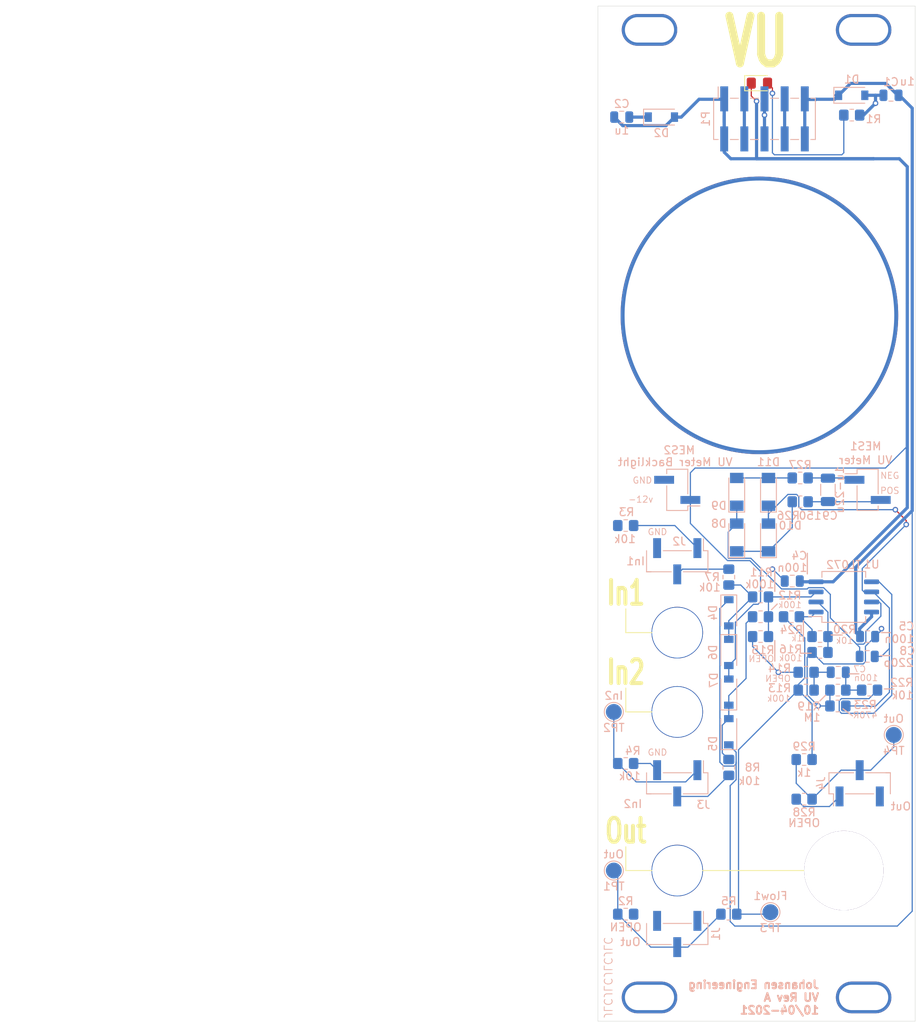
<source format=kicad_pcb>
(kicad_pcb (version 20171130) (host pcbnew "(5.1.9)-1")

  (general
    (thickness 1.6)
    (drawings 45)
    (tracks 259)
    (zones 0)
    (modules 61)
    (nets 28)
  )

  (page A4)
  (layers
    (0 F.Cu signal)
    (31 B.Cu signal)
    (32 B.Adhes user)
    (33 F.Adhes user)
    (34 B.Paste user)
    (35 F.Paste user)
    (36 B.SilkS user)
    (37 F.SilkS user)
    (38 B.Mask user)
    (39 F.Mask user)
    (40 Dwgs.User user)
    (41 Cmts.User user)
    (42 Eco1.User user)
    (43 Eco2.User user)
    (44 Edge.Cuts user)
    (45 Margin user)
    (46 B.CrtYd user)
    (47 F.CrtYd user)
    (48 B.Fab user)
    (49 F.Fab user)
  )

  (setup
    (last_trace_width 0.15)
    (trace_clearance 0.15)
    (zone_clearance 0.508)
    (zone_45_only no)
    (trace_min 0.15)
    (via_size 0.7)
    (via_drill 0.4)
    (via_min_size 0.4)
    (via_min_drill 0.3)
    (uvia_size 0.3)
    (uvia_drill 0.1)
    (uvias_allowed no)
    (uvia_min_size 0.2)
    (uvia_min_drill 0.1)
    (edge_width 0.05)
    (segment_width 0.2)
    (pcb_text_width 0.3)
    (pcb_text_size 1.5 1.5)
    (mod_edge_width 0.12)
    (mod_text_size 1 1)
    (mod_text_width 0.15)
    (pad_size 1.524 1.524)
    (pad_drill 0.762)
    (pad_to_mask_clearance 0.051)
    (solder_mask_min_width 0.25)
    (aux_axis_origin 0 0)
    (visible_elements 7FFFFFFF)
    (pcbplotparams
      (layerselection 0x010fc_ffffffff)
      (usegerberextensions false)
      (usegerberattributes true)
      (usegerberadvancedattributes false)
      (creategerberjobfile false)
      (excludeedgelayer false)
      (linewidth 0.150000)
      (plotframeref false)
      (viasonmask false)
      (mode 1)
      (useauxorigin false)
      (hpglpennumber 1)
      (hpglpenspeed 20)
      (hpglpendiameter 15.000000)
      (psnegative false)
      (psa4output false)
      (plotreference true)
      (plotvalue true)
      (plotinvisibletext false)
      (padsonsilk false)
      (subtractmaskfromsilk false)
      (outputformat 1)
      (mirror false)
      (drillshape 0)
      (scaleselection 1)
      (outputdirectory "GerberRevA"))
  )

  (net 0 "")
  (net 1 GND)
  (net 2 +12VA)
  (net 3 -12VA)
  (net 4 "Net-(D3-Pad2)")
  (net 5 "Net-(D4-Pad2)")
  (net 6 "Net-(C8-Pad1)")
  (net 7 "Net-(D10-Pad1)")
  (net 8 "Net-(D11-Pad2)")
  (net 9 "Net-(C8-Pad2)")
  (net 10 "Net-(C9-Pad1)")
  (net 11 "Net-(C9-Pad2)")
  (net 12 Flow1)
  (net 13 "Net-(R22-Pad1)")
  (net 14 In1)
  (net 15 "Net-(R20-Pad1)")
  (net 16 "Net-(C7-Pad2)")
  (net 17 "Net-(C7-Pad1)")
  (net 18 "Net-(J1-Pad2)")
  (net 19 "Net-(J1-Pad3)")
  (net 20 "Net-(J2-Pad1)")
  (net 21 "Net-(J2-Pad2)")
  (net 22 "Net-(J3-Pad1)")
  (net 23 "Net-(J3-Pad2)")
  (net 24 "Net-(D5-Pad2)")
  (net 25 "Net-(R16-Pad1)")
  (net 26 "Net-(J4-Pad2)")
  (net 27 "Net-(J4-Pad3)")

  (net_class Default "This is the default net class."
    (clearance 0.15)
    (trace_width 0.15)
    (via_dia 0.7)
    (via_drill 0.4)
    (uvia_dia 0.3)
    (uvia_drill 0.1)
    (add_net +12VA)
    (add_net -12VA)
    (add_net Flow1)
    (add_net GND)
    (add_net In1)
    (add_net "Net-(C7-Pad1)")
    (add_net "Net-(C7-Pad2)")
    (add_net "Net-(C8-Pad1)")
    (add_net "Net-(C8-Pad2)")
    (add_net "Net-(C9-Pad1)")
    (add_net "Net-(C9-Pad2)")
    (add_net "Net-(D10-Pad1)")
    (add_net "Net-(D11-Pad2)")
    (add_net "Net-(D3-Pad2)")
    (add_net "Net-(D4-Pad2)")
    (add_net "Net-(D5-Pad2)")
    (add_net "Net-(J1-Pad2)")
    (add_net "Net-(J1-Pad3)")
    (add_net "Net-(J2-Pad1)")
    (add_net "Net-(J2-Pad2)")
    (add_net "Net-(J3-Pad1)")
    (add_net "Net-(J3-Pad2)")
    (add_net "Net-(J4-Pad2)")
    (add_net "Net-(J4-Pad3)")
    (add_net "Net-(R16-Pad1)")
    (add_net "Net-(R20-Pad1)")
    (add_net "Net-(R22-Pad1)")
  )

  (net_class Power ""
    (clearance 0.2)
    (trace_width 0.4)
    (via_dia 0.8)
    (via_drill 0.4)
    (uvia_dia 0.3)
    (uvia_drill 0.1)
  )

  (module Capacitor_SMD:C_0805_2012Metric (layer B.Cu) (tedit 5F68FEEE) (tstamp 6071F605)
    (at 133.95 118)
    (descr "Capacitor SMD 0805 (2012 Metric), square (rectangular) end terminal, IPC_7351 nominal, (Body size source: IPC-SM-782 page 76, https://www.pcb-3d.com/wordpress/wp-content/uploads/ipc-sm-782a_amendment_1_and_2.pdf, https://docs.google.com/spreadsheets/d/1BsfQQcO9C6DZCsRaXUlFlo91Tg2WpOkGARC1WS5S8t0/edit?usp=sharing), generated with kicad-footprint-generator")
    (tags capacitor)
    (path /60899472)
    (attr smd)
    (fp_text reference C8 (at 5.05 -0.7) (layer B.SilkS)
      (effects (font (size 1 1) (thickness 0.15)) (justify mirror))
    )
    (fp_text value 220p (at 3.95 0.8) (layer B.SilkS)
      (effects (font (size 1 1) (thickness 0.15)) (justify mirror))
    )
    (fp_text user %R (at 0 0) (layer B.Fab)
      (effects (font (size 0.5 0.5) (thickness 0.08)) (justify mirror))
    )
    (fp_line (start -1 -0.625) (end -1 0.625) (layer B.Fab) (width 0.1))
    (fp_line (start -1 0.625) (end 1 0.625) (layer B.Fab) (width 0.1))
    (fp_line (start 1 0.625) (end 1 -0.625) (layer B.Fab) (width 0.1))
    (fp_line (start 1 -0.625) (end -1 -0.625) (layer B.Fab) (width 0.1))
    (fp_line (start -0.261252 0.735) (end 0.261252 0.735) (layer B.SilkS) (width 0.12))
    (fp_line (start -0.261252 -0.735) (end 0.261252 -0.735) (layer B.SilkS) (width 0.12))
    (fp_line (start -1.7 -0.98) (end -1.7 0.98) (layer B.CrtYd) (width 0.05))
    (fp_line (start -1.7 0.98) (end 1.7 0.98) (layer B.CrtYd) (width 0.05))
    (fp_line (start 1.7 0.98) (end 1.7 -0.98) (layer B.CrtYd) (width 0.05))
    (fp_line (start 1.7 -0.98) (end -1.7 -0.98) (layer B.CrtYd) (width 0.05))
    (pad 2 smd roundrect (at 0.95 0) (size 1 1.45) (layers B.Cu B.Paste B.Mask) (roundrect_rratio 0.25)
      (net 9 "Net-(C8-Pad2)"))
    (pad 1 smd roundrect (at -0.95 0) (size 1 1.45) (layers B.Cu B.Paste B.Mask) (roundrect_rratio 0.25)
      (net 6 "Net-(C8-Pad1)"))
    (model ${KISYS3DMOD}/Capacitor_SMD.3dshapes/C_0805_2012Metric.wrl
      (at (xyz 0 0 0))
      (scale (xyz 1 1 1))
      (rotate (xyz 0 0 0))
    )
  )

  (module AJ:Jack_6m3 (layer F.Cu) (tedit 6071FD6E) (tstamp 607279B5)
    (at 131 145)
    (descr "Mounting Hole 6.5mm, no annular")
    (tags "mounting hole 6.5mm no annular")
    (path /60ACF365)
    (attr virtual)
    (fp_text reference H6 (at 0 0) (layer F.SilkS) hide
      (effects (font (size 1 1) (thickness 0.15)))
    )
    (fp_text value Jack (at 0 0) (layer F.Fab)
      (effects (font (size 1 1) (thickness 0.15)))
    )
    (fp_text user %R (at 0.3 0) (layer F.Fab)
      (effects (font (size 1 1) (thickness 0.15)))
    )
    (fp_circle (center 0 0) (end 4.5 0) (layer Cmts.User) (width 0.15))
    (fp_circle (center 0 0) (end 5 0) (layer F.CrtYd) (width 0.05))
    (pad 1 thru_hole circle (at 0 0) (size 10 10) (drill 10) (layers *.Cu *.Mask)
      (net 1 GND))
  )

  (module Diode_SMD:D_SOD-123 (layer B.Cu) (tedit 58645DC7) (tstamp 6071881C)
    (at 132 47.25)
    (descr SOD-123)
    (tags SOD-123)
    (path /5F4F8AFD)
    (attr smd)
    (fp_text reference D1 (at 0 -2) (layer B.SilkS)
      (effects (font (size 1 1) (thickness 0.15)) (justify mirror))
    )
    (fp_text value 1N1007 (at 0 -2.1) (layer B.Fab)
      (effects (font (size 1 1) (thickness 0.15)) (justify mirror))
    )
    (fp_line (start -2.25 1) (end 1.65 1) (layer B.SilkS) (width 0.12))
    (fp_line (start -2.25 -1) (end 1.65 -1) (layer B.SilkS) (width 0.12))
    (fp_line (start -2.35 1.15) (end -2.35 -1.15) (layer B.CrtYd) (width 0.05))
    (fp_line (start 2.35 -1.15) (end -2.35 -1.15) (layer B.CrtYd) (width 0.05))
    (fp_line (start 2.35 1.15) (end 2.35 -1.15) (layer B.CrtYd) (width 0.05))
    (fp_line (start -2.35 1.15) (end 2.35 1.15) (layer B.CrtYd) (width 0.05))
    (fp_line (start -1.4 0.9) (end 1.4 0.9) (layer B.Fab) (width 0.1))
    (fp_line (start 1.4 0.9) (end 1.4 -0.9) (layer B.Fab) (width 0.1))
    (fp_line (start 1.4 -0.9) (end -1.4 -0.9) (layer B.Fab) (width 0.1))
    (fp_line (start -1.4 -0.9) (end -1.4 0.9) (layer B.Fab) (width 0.1))
    (fp_line (start -0.75 0) (end -0.35 0) (layer B.Fab) (width 0.1))
    (fp_line (start -0.35 0) (end -0.35 0.55) (layer B.Fab) (width 0.1))
    (fp_line (start -0.35 0) (end -0.35 -0.55) (layer B.Fab) (width 0.1))
    (fp_line (start -0.35 0) (end 0.25 0.4) (layer B.Fab) (width 0.1))
    (fp_line (start 0.25 0.4) (end 0.25 -0.4) (layer B.Fab) (width 0.1))
    (fp_line (start 0.25 -0.4) (end -0.35 0) (layer B.Fab) (width 0.1))
    (fp_line (start 0.25 0) (end 0.75 0) (layer B.Fab) (width 0.1))
    (fp_line (start -2.25 1) (end -2.25 -1) (layer B.SilkS) (width 0.12))
    (fp_text user %R (at 0 2) (layer B.Fab)
      (effects (font (size 1 1) (thickness 0.15)) (justify mirror))
    )
    (pad 1 smd rect (at -1.65 0) (size 0.9 1.2) (layers B.Cu B.Paste B.Mask)
      (net 2 +12VA))
    (pad 2 smd rect (at 1.65 0) (size 0.9 1.2) (layers B.Cu B.Paste B.Mask)
      (net 1 GND))
    (model ${KISYS3DMOD}/Diode_SMD.3dshapes/D_SOD-123.wrl
      (at (xyz 0 0 0))
      (scale (xyz 1 1 1))
      (rotate (xyz 0 0 0))
    )
  )

  (module Diode_SMD:D_SOD-123 (layer B.Cu) (tedit 58645DC7) (tstamp 60718835)
    (at 108 50)
    (descr SOD-123)
    (tags SOD-123)
    (path /5F4F8AAD)
    (attr smd)
    (fp_text reference D2 (at 0 2) (layer B.SilkS)
      (effects (font (size 1 1) (thickness 0.15)) (justify mirror))
    )
    (fp_text value 1N1007 (at 0 -2.1) (layer B.Fab)
      (effects (font (size 1 1) (thickness 0.15)) (justify mirror))
    )
    (fp_text user %R (at 0 2) (layer B.Fab)
      (effects (font (size 1 1) (thickness 0.15)) (justify mirror))
    )
    (fp_line (start -2.25 1) (end -2.25 -1) (layer B.SilkS) (width 0.12))
    (fp_line (start 0.25 0) (end 0.75 0) (layer B.Fab) (width 0.1))
    (fp_line (start 0.25 -0.4) (end -0.35 0) (layer B.Fab) (width 0.1))
    (fp_line (start 0.25 0.4) (end 0.25 -0.4) (layer B.Fab) (width 0.1))
    (fp_line (start -0.35 0) (end 0.25 0.4) (layer B.Fab) (width 0.1))
    (fp_line (start -0.35 0) (end -0.35 -0.55) (layer B.Fab) (width 0.1))
    (fp_line (start -0.35 0) (end -0.35 0.55) (layer B.Fab) (width 0.1))
    (fp_line (start -0.75 0) (end -0.35 0) (layer B.Fab) (width 0.1))
    (fp_line (start -1.4 -0.9) (end -1.4 0.9) (layer B.Fab) (width 0.1))
    (fp_line (start 1.4 -0.9) (end -1.4 -0.9) (layer B.Fab) (width 0.1))
    (fp_line (start 1.4 0.9) (end 1.4 -0.9) (layer B.Fab) (width 0.1))
    (fp_line (start -1.4 0.9) (end 1.4 0.9) (layer B.Fab) (width 0.1))
    (fp_line (start -2.35 1.15) (end 2.35 1.15) (layer B.CrtYd) (width 0.05))
    (fp_line (start 2.35 1.15) (end 2.35 -1.15) (layer B.CrtYd) (width 0.05))
    (fp_line (start 2.35 -1.15) (end -2.35 -1.15) (layer B.CrtYd) (width 0.05))
    (fp_line (start -2.35 1.15) (end -2.35 -1.15) (layer B.CrtYd) (width 0.05))
    (fp_line (start -2.25 -1) (end 1.65 -1) (layer B.SilkS) (width 0.12))
    (fp_line (start -2.25 1) (end 1.65 1) (layer B.SilkS) (width 0.12))
    (pad 2 smd rect (at 1.65 0) (size 0.9 1.2) (layers B.Cu B.Paste B.Mask)
      (net 3 -12VA))
    (pad 1 smd rect (at -1.65 0) (size 0.9 1.2) (layers B.Cu B.Paste B.Mask)
      (net 1 GND))
    (model ${KISYS3DMOD}/Diode_SMD.3dshapes/D_SOD-123.wrl
      (at (xyz 0 0 0))
      (scale (xyz 1 1 1))
      (rotate (xyz 0 0 0))
    )
  )

  (module LED_SMD:LED_0805_2012Metric_Pad1.15x1.40mm_HandSolder (layer F.Cu) (tedit 5F68FEF1) (tstamp 60718848)
    (at 120.36 45.72)
    (descr "LED SMD 0805 (2012 Metric), square (rectangular) end terminal, IPC_7351 nominal, (Body size source: https://docs.google.com/spreadsheets/d/1BsfQQcO9C6DZCsRaXUlFlo91Tg2WpOkGARC1WS5S8t0/edit?usp=sharing), generated with kicad-footprint-generator")
    (tags "LED handsolder")
    (path /5F4F8ACC)
    (attr smd)
    (fp_text reference D3 (at 0 2.28) (layer F.SilkS) hide
      (effects (font (size 1 1) (thickness 0.15)))
    )
    (fp_text value LED (at 0 2.54) (layer F.Fab)
      (effects (font (size 1 1) (thickness 0.15)))
    )
    (fp_line (start 1.85 0.95) (end -1.85 0.95) (layer F.CrtYd) (width 0.05))
    (fp_line (start 1.85 -0.95) (end 1.85 0.95) (layer F.CrtYd) (width 0.05))
    (fp_line (start -1.85 -0.95) (end 1.85 -0.95) (layer F.CrtYd) (width 0.05))
    (fp_line (start -1.85 0.95) (end -1.85 -0.95) (layer F.CrtYd) (width 0.05))
    (fp_line (start -1.86 0.96) (end 1 0.96) (layer F.SilkS) (width 0.12))
    (fp_line (start -1.86 -0.96) (end -1.86 0.96) (layer F.SilkS) (width 0.12))
    (fp_line (start 1 -0.96) (end -1.86 -0.96) (layer F.SilkS) (width 0.12))
    (fp_line (start 1 0.6) (end 1 -0.6) (layer F.Fab) (width 0.1))
    (fp_line (start -1 0.6) (end 1 0.6) (layer F.Fab) (width 0.1))
    (fp_line (start -1 -0.3) (end -1 0.6) (layer F.Fab) (width 0.1))
    (fp_line (start -0.7 -0.6) (end -1 -0.3) (layer F.Fab) (width 0.1))
    (fp_line (start 1 -0.6) (end -0.7 -0.6) (layer F.Fab) (width 0.1))
    (fp_text user %R (at 0 0) (layer F.Fab)
      (effects (font (size 0.5 0.5) (thickness 0.08)))
    )
    (pad 1 smd roundrect (at -1.025 0) (size 1.15 1.4) (layers F.Cu F.Paste F.Mask) (roundrect_rratio 0.217391)
      (net 3 -12VA))
    (pad 2 smd roundrect (at 1.025 0) (size 1.15 1.4) (layers F.Cu F.Paste F.Mask) (roundrect_rratio 0.217391)
      (net 4 "Net-(D3-Pad2)"))
    (model ${KISYS3DMOD}/LED_SMD.3dshapes/LED_0805_2012Metric.wrl
      (at (xyz 0 0 0))
      (scale (xyz 1 1 1))
      (rotate (xyz 0 0 0))
    )
  )

  (module Diode_SMD:D_SOD-123 (layer B.Cu) (tedit 58645DC7) (tstamp 60718893)
    (at 116.5 127.5 90)
    (descr SOD-123)
    (tags SOD-123)
    (path /5F094B09)
    (attr smd)
    (fp_text reference D5 (at -1.5 -2 90) (layer B.SilkS)
      (effects (font (size 1 1) (thickness 0.15)) (justify mirror))
    )
    (fp_text value 1N1007 (at -0.1 0 90) (layer B.Fab)
      (effects (font (size 1 1) (thickness 0.15)) (justify mirror))
    )
    (fp_line (start -2.25 1) (end 1.65 1) (layer B.SilkS) (width 0.12))
    (fp_line (start -2.25 -1) (end 1.65 -1) (layer B.SilkS) (width 0.12))
    (fp_line (start -2.35 1.15) (end -2.35 -1.15) (layer B.CrtYd) (width 0.05))
    (fp_line (start 2.35 -1.15) (end -2.35 -1.15) (layer B.CrtYd) (width 0.05))
    (fp_line (start 2.35 1.15) (end 2.35 -1.15) (layer B.CrtYd) (width 0.05))
    (fp_line (start -2.35 1.15) (end 2.35 1.15) (layer B.CrtYd) (width 0.05))
    (fp_line (start -1.4 0.9) (end 1.4 0.9) (layer B.Fab) (width 0.1))
    (fp_line (start 1.4 0.9) (end 1.4 -0.9) (layer B.Fab) (width 0.1))
    (fp_line (start 1.4 -0.9) (end -1.4 -0.9) (layer B.Fab) (width 0.1))
    (fp_line (start -1.4 -0.9) (end -1.4 0.9) (layer B.Fab) (width 0.1))
    (fp_line (start -0.75 0) (end -0.35 0) (layer B.Fab) (width 0.1))
    (fp_line (start -0.35 0) (end -0.35 0.55) (layer B.Fab) (width 0.1))
    (fp_line (start -0.35 0) (end -0.35 -0.55) (layer B.Fab) (width 0.1))
    (fp_line (start -0.35 0) (end 0.25 0.4) (layer B.Fab) (width 0.1))
    (fp_line (start 0.25 0.4) (end 0.25 -0.4) (layer B.Fab) (width 0.1))
    (fp_line (start 0.25 -0.4) (end -0.35 0) (layer B.Fab) (width 0.1))
    (fp_line (start 0.25 0) (end 0.75 0) (layer B.Fab) (width 0.1))
    (fp_line (start -2.25 1) (end -2.25 -1) (layer B.SilkS) (width 0.12))
    (fp_text user %R (at 0 2 90) (layer B.Fab)
      (effects (font (size 1 1) (thickness 0.15)) (justify mirror))
    )
    (pad 1 smd rect (at -1.65 0 90) (size 0.9 1.2) (layers B.Cu B.Paste B.Mask)
      (net 2 +12VA))
    (pad 2 smd rect (at 1.65 0 90) (size 0.9 1.2) (layers B.Cu B.Paste B.Mask)
      (net 24 "Net-(D5-Pad2)"))
    (model ${KISYS3DMOD}/Diode_SMD.3dshapes/D_SOD-123.wrl
      (at (xyz 0 0 0))
      (scale (xyz 1 1 1))
      (rotate (xyz 0 0 0))
    )
  )

  (module Diode_SMD:D_SOD-123 (layer B.Cu) (tedit 58645DC7) (tstamp 607188C5)
    (at 116.5 117.5 270)
    (descr SOD-123)
    (tags SOD-123)
    (path /5F29E8BB)
    (attr smd)
    (fp_text reference D6 (at 0 2 90) (layer B.SilkS)
      (effects (font (size 1 1) (thickness 0.15)) (justify mirror))
    )
    (fp_text value 1N1007 (at 0.2 -0.2 90) (layer B.Fab)
      (effects (font (size 1 1) (thickness 0.15)) (justify mirror))
    )
    (fp_text user %R (at 0 2 90) (layer B.Fab)
      (effects (font (size 1 1) (thickness 0.15)) (justify mirror))
    )
    (fp_line (start -2.25 1) (end -2.25 -1) (layer B.SilkS) (width 0.12))
    (fp_line (start 0.25 0) (end 0.75 0) (layer B.Fab) (width 0.1))
    (fp_line (start 0.25 -0.4) (end -0.35 0) (layer B.Fab) (width 0.1))
    (fp_line (start 0.25 0.4) (end 0.25 -0.4) (layer B.Fab) (width 0.1))
    (fp_line (start -0.35 0) (end 0.25 0.4) (layer B.Fab) (width 0.1))
    (fp_line (start -0.35 0) (end -0.35 -0.55) (layer B.Fab) (width 0.1))
    (fp_line (start -0.35 0) (end -0.35 0.55) (layer B.Fab) (width 0.1))
    (fp_line (start -0.75 0) (end -0.35 0) (layer B.Fab) (width 0.1))
    (fp_line (start -1.4 -0.9) (end -1.4 0.9) (layer B.Fab) (width 0.1))
    (fp_line (start 1.4 -0.9) (end -1.4 -0.9) (layer B.Fab) (width 0.1))
    (fp_line (start 1.4 0.9) (end 1.4 -0.9) (layer B.Fab) (width 0.1))
    (fp_line (start -1.4 0.9) (end 1.4 0.9) (layer B.Fab) (width 0.1))
    (fp_line (start -2.35 1.15) (end 2.35 1.15) (layer B.CrtYd) (width 0.05))
    (fp_line (start 2.35 1.15) (end 2.35 -1.15) (layer B.CrtYd) (width 0.05))
    (fp_line (start 2.35 -1.15) (end -2.35 -1.15) (layer B.CrtYd) (width 0.05))
    (fp_line (start -2.35 1.15) (end -2.35 -1.15) (layer B.CrtYd) (width 0.05))
    (fp_line (start -2.25 -1) (end 1.65 -1) (layer B.SilkS) (width 0.12))
    (fp_line (start -2.25 1) (end 1.65 1) (layer B.SilkS) (width 0.12))
    (pad 2 smd rect (at 1.65 0 270) (size 0.9 1.2) (layers B.Cu B.Paste B.Mask)
      (net 3 -12VA))
    (pad 1 smd rect (at -1.65 0 270) (size 0.9 1.2) (layers B.Cu B.Paste B.Mask)
      (net 5 "Net-(D4-Pad2)"))
    (model ${KISYS3DMOD}/Diode_SMD.3dshapes/D_SOD-123.wrl
      (at (xyz 0 0 0))
      (scale (xyz 1 1 1))
      (rotate (xyz 0 0 0))
    )
  )

  (module Diode_SMD:D_SOD-123 (layer B.Cu) (tedit 58645DC7) (tstamp 60718861)
    (at 116.5 112.5 270)
    (descr SOD-123)
    (tags SOD-123)
    (path /5F29E8AD)
    (attr smd)
    (fp_text reference D4 (at 0 2 90) (layer B.SilkS)
      (effects (font (size 1 1) (thickness 0.15)) (justify mirror))
    )
    (fp_text value 1N1007 (at 0 -0.2 90) (layer B.Fab)
      (effects (font (size 1 1) (thickness 0.15)) (justify mirror))
    )
    (fp_line (start -2.25 1) (end 1.65 1) (layer B.SilkS) (width 0.12))
    (fp_line (start -2.25 -1) (end 1.65 -1) (layer B.SilkS) (width 0.12))
    (fp_line (start -2.35 1.15) (end -2.35 -1.15) (layer B.CrtYd) (width 0.05))
    (fp_line (start 2.35 -1.15) (end -2.35 -1.15) (layer B.CrtYd) (width 0.05))
    (fp_line (start 2.35 1.15) (end 2.35 -1.15) (layer B.CrtYd) (width 0.05))
    (fp_line (start -2.35 1.15) (end 2.35 1.15) (layer B.CrtYd) (width 0.05))
    (fp_line (start -1.4 0.9) (end 1.4 0.9) (layer B.Fab) (width 0.1))
    (fp_line (start 1.4 0.9) (end 1.4 -0.9) (layer B.Fab) (width 0.1))
    (fp_line (start 1.4 -0.9) (end -1.4 -0.9) (layer B.Fab) (width 0.1))
    (fp_line (start -1.4 -0.9) (end -1.4 0.9) (layer B.Fab) (width 0.1))
    (fp_line (start -0.75 0) (end -0.35 0) (layer B.Fab) (width 0.1))
    (fp_line (start -0.35 0) (end -0.35 0.55) (layer B.Fab) (width 0.1))
    (fp_line (start -0.35 0) (end -0.35 -0.55) (layer B.Fab) (width 0.1))
    (fp_line (start -0.35 0) (end 0.25 0.4) (layer B.Fab) (width 0.1))
    (fp_line (start 0.25 0.4) (end 0.25 -0.4) (layer B.Fab) (width 0.1))
    (fp_line (start 0.25 -0.4) (end -0.35 0) (layer B.Fab) (width 0.1))
    (fp_line (start 0.25 0) (end 0.75 0) (layer B.Fab) (width 0.1))
    (fp_line (start -2.25 1) (end -2.25 -1) (layer B.SilkS) (width 0.12))
    (fp_text user %R (at 0 2 90) (layer B.Fab)
      (effects (font (size 1 1) (thickness 0.15)) (justify mirror))
    )
    (pad 1 smd rect (at -1.65 0 270) (size 0.9 1.2) (layers B.Cu B.Paste B.Mask)
      (net 2 +12VA))
    (pad 2 smd rect (at 1.65 0 270) (size 0.9 1.2) (layers B.Cu B.Paste B.Mask)
      (net 5 "Net-(D4-Pad2)"))
    (model ${KISYS3DMOD}/Diode_SMD.3dshapes/D_SOD-123.wrl
      (at (xyz 0 0 0))
      (scale (xyz 1 1 1))
      (rotate (xyz 0 0 0))
    )
  )

  (module Diode_SMD:D_SOD-123 (layer B.Cu) (tedit 58645DC7) (tstamp 607188F7)
    (at 116.5 122.5 90)
    (descr SOD-123)
    (tags SOD-123)
    (path /5F094B17)
    (attr smd)
    (fp_text reference D7 (at 1.5 -1.9 90) (layer B.SilkS)
      (effects (font (size 1 1) (thickness 0.15)) (justify mirror))
    )
    (fp_text value 1N1007 (at -0.3 0.2 90) (layer B.Fab)
      (effects (font (size 1 1) (thickness 0.15)) (justify mirror))
    )
    (fp_text user %R (at 0 2 90) (layer B.Fab)
      (effects (font (size 1 1) (thickness 0.15)) (justify mirror))
    )
    (fp_line (start -2.25 1) (end -2.25 -1) (layer B.SilkS) (width 0.12))
    (fp_line (start 0.25 0) (end 0.75 0) (layer B.Fab) (width 0.1))
    (fp_line (start 0.25 -0.4) (end -0.35 0) (layer B.Fab) (width 0.1))
    (fp_line (start 0.25 0.4) (end 0.25 -0.4) (layer B.Fab) (width 0.1))
    (fp_line (start -0.35 0) (end 0.25 0.4) (layer B.Fab) (width 0.1))
    (fp_line (start -0.35 0) (end -0.35 -0.55) (layer B.Fab) (width 0.1))
    (fp_line (start -0.35 0) (end -0.35 0.55) (layer B.Fab) (width 0.1))
    (fp_line (start -0.75 0) (end -0.35 0) (layer B.Fab) (width 0.1))
    (fp_line (start -1.4 -0.9) (end -1.4 0.9) (layer B.Fab) (width 0.1))
    (fp_line (start 1.4 -0.9) (end -1.4 -0.9) (layer B.Fab) (width 0.1))
    (fp_line (start 1.4 0.9) (end 1.4 -0.9) (layer B.Fab) (width 0.1))
    (fp_line (start -1.4 0.9) (end 1.4 0.9) (layer B.Fab) (width 0.1))
    (fp_line (start -2.35 1.15) (end 2.35 1.15) (layer B.CrtYd) (width 0.05))
    (fp_line (start 2.35 1.15) (end 2.35 -1.15) (layer B.CrtYd) (width 0.05))
    (fp_line (start 2.35 -1.15) (end -2.35 -1.15) (layer B.CrtYd) (width 0.05))
    (fp_line (start -2.35 1.15) (end -2.35 -1.15) (layer B.CrtYd) (width 0.05))
    (fp_line (start -2.25 -1) (end 1.65 -1) (layer B.SilkS) (width 0.12))
    (fp_line (start -2.25 1) (end 1.65 1) (layer B.SilkS) (width 0.12))
    (pad 2 smd rect (at 1.65 0 90) (size 0.9 1.2) (layers B.Cu B.Paste B.Mask)
      (net 3 -12VA))
    (pad 1 smd rect (at -1.65 0 90) (size 0.9 1.2) (layers B.Cu B.Paste B.Mask)
      (net 24 "Net-(D5-Pad2)"))
    (model ${KISYS3DMOD}/Diode_SMD.3dshapes/D_SOD-123.wrl
      (at (xyz 0 0 0))
      (scale (xyz 1 1 1))
      (rotate (xyz 0 0 0))
    )
  )

  (module Connector_PinHeader_2.54mm:PinHeader_1x03_P2.54mm_Vertical_SMD_Pin1Right (layer B.Cu) (tedit 59FED5CC) (tstamp 60718932)
    (at 110 153 90)
    (descr "surface-mounted straight pin header, 1x03, 2.54mm pitch, single row, style 2 (pin 1 right)")
    (tags "Surface mounted pin header SMD 1x03 2.54mm single row style2 pin1 right")
    (path /60A2EBED)
    (attr smd)
    (fp_text reference J1 (at 0 4.87 90) (layer B.SilkS)
      (effects (font (size 1 1) (thickness 0.15)) (justify mirror))
    )
    (fp_text value Out (at -1 -5.9 180) (layer B.SilkS)
      (effects (font (size 1 1) (thickness 0.15)) (justify mirror))
    )
    (fp_line (start 3.45 4.35) (end -3.45 4.35) (layer B.CrtYd) (width 0.05))
    (fp_line (start 3.45 -4.35) (end 3.45 4.35) (layer B.CrtYd) (width 0.05))
    (fp_line (start -3.45 -4.35) (end 3.45 -4.35) (layer B.CrtYd) (width 0.05))
    (fp_line (start -3.45 4.35) (end -3.45 -4.35) (layer B.CrtYd) (width 0.05))
    (fp_line (start -1.33 -0.76) (end -1.33 -3.87) (layer B.SilkS) (width 0.12))
    (fp_line (start -1.33 -3.3) (end -1.33 -3.87) (layer B.SilkS) (width 0.12))
    (fp_line (start 1.33 3.87) (end 1.33 3.3) (layer B.SilkS) (width 0.12))
    (fp_line (start 1.33 3.3) (end 2.85 3.3) (layer B.SilkS) (width 0.12))
    (fp_line (start -1.33 3.87) (end -1.33 0.76) (layer B.SilkS) (width 0.12))
    (fp_line (start 1.33 1.78) (end 1.33 -1.78) (layer B.SilkS) (width 0.12))
    (fp_line (start -1.33 -3.87) (end 1.33 -3.87) (layer B.SilkS) (width 0.12))
    (fp_line (start -1.33 3.87) (end 1.33 3.87) (layer B.SilkS) (width 0.12))
    (fp_line (start 2.54 -2.86) (end 1.27 -2.86) (layer B.Fab) (width 0.1))
    (fp_line (start 2.54 -2.22) (end 2.54 -2.86) (layer B.Fab) (width 0.1))
    (fp_line (start 1.27 -2.22) (end 2.54 -2.22) (layer B.Fab) (width 0.1))
    (fp_line (start 2.54 2.22) (end 1.27 2.22) (layer B.Fab) (width 0.1))
    (fp_line (start 2.54 2.86) (end 2.54 2.22) (layer B.Fab) (width 0.1))
    (fp_line (start 1.27 2.86) (end 2.54 2.86) (layer B.Fab) (width 0.1))
    (fp_line (start -2.54 -0.32) (end -1.27 -0.32) (layer B.Fab) (width 0.1))
    (fp_line (start -2.54 0.32) (end -2.54 -0.32) (layer B.Fab) (width 0.1))
    (fp_line (start -1.27 0.32) (end -2.54 0.32) (layer B.Fab) (width 0.1))
    (fp_line (start -1.27 3.81) (end -1.27 -3.81) (layer B.Fab) (width 0.1))
    (fp_line (start 1.27 2.86) (end 0.32 3.81) (layer B.Fab) (width 0.1))
    (fp_line (start 1.27 -3.81) (end 1.27 2.86) (layer B.Fab) (width 0.1))
    (fp_line (start -1.27 3.81) (end 0.32 3.81) (layer B.Fab) (width 0.1))
    (fp_line (start 1.27 -3.81) (end -1.27 -3.81) (layer B.Fab) (width 0.1))
    (fp_text user %R (at 0 0 180) (layer B.Fab)
      (effects (font (size 1 1) (thickness 0.15)) (justify mirror))
    )
    (pad 2 smd rect (at -1.655 0 90) (size 2.51 1) (layers B.Cu B.Paste B.Mask)
      (net 18 "Net-(J1-Pad2)"))
    (pad 1 smd rect (at 1.655 2.54 90) (size 2.51 1) (layers B.Cu B.Paste B.Mask)
      (net 1 GND))
    (pad 3 smd rect (at 1.655 -2.54 90) (size 2.51 1) (layers B.Cu B.Paste B.Mask)
      (net 19 "Net-(J1-Pad3)"))
    (model ${KISYS3DMOD}/Connector_PinHeader_2.54mm.3dshapes/PinHeader_1x03_P2.54mm_Vertical_SMD_Pin1Right.wrl
      (at (xyz 0 0 0))
      (scale (xyz 1 1 1))
      (rotate (xyz 0 0 0))
    )
  )

  (module Connector_PinHeader_2.54mm:PinHeader_1x03_P2.54mm_Vertical_SMD_Pin1Right (layer B.Cu) (tedit 59FED5CC) (tstamp 60718954)
    (at 110 106 90)
    (descr "surface-mounted straight pin header, 1x03, 2.54mm pitch, single row, style 2 (pin 1 right)")
    (tags "Surface mounted pin header SMD 1x03 2.54mm single row style2 pin1 right")
    (path /60A2D5E8)
    (attr smd)
    (fp_text reference J2 (at 2.5 0.25 180) (layer B.SilkS)
      (effects (font (size 1 1) (thickness 0.15)) (justify mirror))
    )
    (fp_text value In1 (at 0 -5.25 180) (layer B.SilkS)
      (effects (font (size 1 1) (thickness 0.15)) (justify mirror))
    )
    (fp_text user %R (at 0 0 180) (layer B.Fab)
      (effects (font (size 1 1) (thickness 0.15)) (justify mirror))
    )
    (fp_line (start 1.27 -3.81) (end -1.27 -3.81) (layer B.Fab) (width 0.1))
    (fp_line (start -1.27 3.81) (end 0.32 3.81) (layer B.Fab) (width 0.1))
    (fp_line (start 1.27 -3.81) (end 1.27 2.86) (layer B.Fab) (width 0.1))
    (fp_line (start 1.27 2.86) (end 0.32 3.81) (layer B.Fab) (width 0.1))
    (fp_line (start -1.27 3.81) (end -1.27 -3.81) (layer B.Fab) (width 0.1))
    (fp_line (start -1.27 0.32) (end -2.54 0.32) (layer B.Fab) (width 0.1))
    (fp_line (start -2.54 0.32) (end -2.54 -0.32) (layer B.Fab) (width 0.1))
    (fp_line (start -2.54 -0.32) (end -1.27 -0.32) (layer B.Fab) (width 0.1))
    (fp_line (start 1.27 2.86) (end 2.54 2.86) (layer B.Fab) (width 0.1))
    (fp_line (start 2.54 2.86) (end 2.54 2.22) (layer B.Fab) (width 0.1))
    (fp_line (start 2.54 2.22) (end 1.27 2.22) (layer B.Fab) (width 0.1))
    (fp_line (start 1.27 -2.22) (end 2.54 -2.22) (layer B.Fab) (width 0.1))
    (fp_line (start 2.54 -2.22) (end 2.54 -2.86) (layer B.Fab) (width 0.1))
    (fp_line (start 2.54 -2.86) (end 1.27 -2.86) (layer B.Fab) (width 0.1))
    (fp_line (start -1.33 3.87) (end 1.33 3.87) (layer B.SilkS) (width 0.12))
    (fp_line (start -1.33 -3.87) (end 1.33 -3.87) (layer B.SilkS) (width 0.12))
    (fp_line (start 1.33 1.78) (end 1.33 -1.78) (layer B.SilkS) (width 0.12))
    (fp_line (start -1.33 3.87) (end -1.33 0.76) (layer B.SilkS) (width 0.12))
    (fp_line (start 1.33 3.3) (end 2.85 3.3) (layer B.SilkS) (width 0.12))
    (fp_line (start 1.33 3.87) (end 1.33 3.3) (layer B.SilkS) (width 0.12))
    (fp_line (start -1.33 -3.3) (end -1.33 -3.87) (layer B.SilkS) (width 0.12))
    (fp_line (start -1.33 -0.76) (end -1.33 -3.87) (layer B.SilkS) (width 0.12))
    (fp_line (start -3.45 4.35) (end -3.45 -4.35) (layer B.CrtYd) (width 0.05))
    (fp_line (start -3.45 -4.35) (end 3.45 -4.35) (layer B.CrtYd) (width 0.05))
    (fp_line (start 3.45 -4.35) (end 3.45 4.35) (layer B.CrtYd) (width 0.05))
    (fp_line (start 3.45 4.35) (end -3.45 4.35) (layer B.CrtYd) (width 0.05))
    (pad 3 smd rect (at 1.655 -2.54 90) (size 2.51 1) (layers B.Cu B.Paste B.Mask)
      (net 1 GND))
    (pad 1 smd rect (at 1.655 2.54 90) (size 2.51 1) (layers B.Cu B.Paste B.Mask)
      (net 20 "Net-(J2-Pad1)"))
    (pad 2 smd rect (at -1.655 0 90) (size 2.51 1) (layers B.Cu B.Paste B.Mask)
      (net 21 "Net-(J2-Pad2)"))
    (model ${KISYS3DMOD}/Connector_PinHeader_2.54mm.3dshapes/PinHeader_1x03_P2.54mm_Vertical_SMD_Pin1Right.wrl
      (at (xyz 0 0 0))
      (scale (xyz 1 1 1))
      (rotate (xyz 0 0 0))
    )
  )

  (module Connector_PinHeader_2.54mm:PinHeader_1x03_P2.54mm_Vertical_SMD_Pin1Right (layer B.Cu) (tedit 59FED5CC) (tstamp 60718976)
    (at 110 134 90)
    (descr "surface-mounted straight pin header, 1x03, 2.54mm pitch, single row, style 2 (pin 1 right)")
    (tags "Surface mounted pin header SMD 1x03 2.54mm single row style2 pin1 right")
    (path /60A2E373)
    (attr smd)
    (fp_text reference J3 (at -2.7 3.3 180) (layer B.SilkS)
      (effects (font (size 1 1) (thickness 0.15)) (justify mirror))
    )
    (fp_text value In2 (at -2.6 -5.6 180) (layer B.SilkS)
      (effects (font (size 1 1) (thickness 0.15)) (justify mirror))
    )
    (fp_text user %R (at 0 0 180) (layer B.Fab)
      (effects (font (size 1 1) (thickness 0.15)) (justify mirror))
    )
    (fp_line (start 1.27 -3.81) (end -1.27 -3.81) (layer B.Fab) (width 0.1))
    (fp_line (start -1.27 3.81) (end 0.32 3.81) (layer B.Fab) (width 0.1))
    (fp_line (start 1.27 -3.81) (end 1.27 2.86) (layer B.Fab) (width 0.1))
    (fp_line (start 1.27 2.86) (end 0.32 3.81) (layer B.Fab) (width 0.1))
    (fp_line (start -1.27 3.81) (end -1.27 -3.81) (layer B.Fab) (width 0.1))
    (fp_line (start -1.27 0.32) (end -2.54 0.32) (layer B.Fab) (width 0.1))
    (fp_line (start -2.54 0.32) (end -2.54 -0.32) (layer B.Fab) (width 0.1))
    (fp_line (start -2.54 -0.32) (end -1.27 -0.32) (layer B.Fab) (width 0.1))
    (fp_line (start 1.27 2.86) (end 2.54 2.86) (layer B.Fab) (width 0.1))
    (fp_line (start 2.54 2.86) (end 2.54 2.22) (layer B.Fab) (width 0.1))
    (fp_line (start 2.54 2.22) (end 1.27 2.22) (layer B.Fab) (width 0.1))
    (fp_line (start 1.27 -2.22) (end 2.54 -2.22) (layer B.Fab) (width 0.1))
    (fp_line (start 2.54 -2.22) (end 2.54 -2.86) (layer B.Fab) (width 0.1))
    (fp_line (start 2.54 -2.86) (end 1.27 -2.86) (layer B.Fab) (width 0.1))
    (fp_line (start -1.33 3.87) (end 1.33 3.87) (layer B.SilkS) (width 0.12))
    (fp_line (start -1.33 -3.87) (end 1.33 -3.87) (layer B.SilkS) (width 0.12))
    (fp_line (start 1.33 1.78) (end 1.33 -1.78) (layer B.SilkS) (width 0.12))
    (fp_line (start -1.33 3.87) (end -1.33 0.76) (layer B.SilkS) (width 0.12))
    (fp_line (start 1.33 3.3) (end 2.85 3.3) (layer B.SilkS) (width 0.12))
    (fp_line (start 1.33 3.87) (end 1.33 3.3) (layer B.SilkS) (width 0.12))
    (fp_line (start -1.33 -3.3) (end -1.33 -3.87) (layer B.SilkS) (width 0.12))
    (fp_line (start -1.33 -0.76) (end -1.33 -3.87) (layer B.SilkS) (width 0.12))
    (fp_line (start -3.45 4.35) (end -3.45 -4.35) (layer B.CrtYd) (width 0.05))
    (fp_line (start -3.45 -4.35) (end 3.45 -4.35) (layer B.CrtYd) (width 0.05))
    (fp_line (start 3.45 -4.35) (end 3.45 4.35) (layer B.CrtYd) (width 0.05))
    (fp_line (start 3.45 4.35) (end -3.45 4.35) (layer B.CrtYd) (width 0.05))
    (pad 3 smd rect (at 1.655 -2.54 90) (size 2.51 1) (layers B.Cu B.Paste B.Mask)
      (net 1 GND))
    (pad 1 smd rect (at 1.655 2.54 90) (size 2.51 1) (layers B.Cu B.Paste B.Mask)
      (net 22 "Net-(J3-Pad1)"))
    (pad 2 smd rect (at -1.655 0 90) (size 2.51 1) (layers B.Cu B.Paste B.Mask)
      (net 23 "Net-(J3-Pad2)"))
    (model ${KISYS3DMOD}/Connector_PinHeader_2.54mm.3dshapes/PinHeader_1x03_P2.54mm_Vertical_SMD_Pin1Right.wrl
      (at (xyz 0 0 0))
      (scale (xyz 1 1 1))
      (rotate (xyz 0 0 0))
    )
  )

  (module Connector_PinHeader_2.54mm:PinHeader_1x02_P2.54mm_Vertical_SMD_Pin1Right (layer B.Cu) (tedit 59FED5CC) (tstamp 607189B5)
    (at 134 97 180)
    (descr "surface-mounted straight pin header, 1x02, 2.54mm pitch, single row, style 2 (pin 1 right)")
    (tags "Surface mounted pin header SMD 1x02 2.54mm single row style2 pin1 right")
    (path /6094C1DC)
    (attr smd)
    (fp_text reference MES1 (at 0.25 5.5) (layer B.SilkS)
      (effects (font (size 1 1) (thickness 0.15)) (justify mirror))
    )
    (fp_text value "VU Meter" (at 0.25 3.75) (layer B.SilkS)
      (effects (font (size 1 1) (thickness 0.15)) (justify mirror))
    )
    (fp_line (start 3.45 3.05) (end -3.45 3.05) (layer B.CrtYd) (width 0.05))
    (fp_line (start 3.45 -3.05) (end 3.45 3.05) (layer B.CrtYd) (width 0.05))
    (fp_line (start -3.45 -3.05) (end 3.45 -3.05) (layer B.CrtYd) (width 0.05))
    (fp_line (start -3.45 3.05) (end -3.45 -3.05) (layer B.CrtYd) (width 0.05))
    (fp_line (start -1.33 -2.03) (end -1.33 -2.6) (layer B.SilkS) (width 0.12))
    (fp_line (start 1.33 2.6) (end 1.33 2.03) (layer B.SilkS) (width 0.12))
    (fp_line (start 1.33 2.03) (end 2.85 2.03) (layer B.SilkS) (width 0.12))
    (fp_line (start -1.33 2.6) (end -1.33 -0.51) (layer B.SilkS) (width 0.12))
    (fp_line (start 1.33 0.51) (end 1.33 -2.6) (layer B.SilkS) (width 0.12))
    (fp_line (start -1.33 -2.6) (end 1.33 -2.6) (layer B.SilkS) (width 0.12))
    (fp_line (start -1.33 2.6) (end 1.33 2.6) (layer B.SilkS) (width 0.12))
    (fp_line (start 2.54 0.95) (end 1.27 0.95) (layer B.Fab) (width 0.1))
    (fp_line (start 2.54 1.59) (end 2.54 0.95) (layer B.Fab) (width 0.1))
    (fp_line (start 1.27 1.59) (end 2.54 1.59) (layer B.Fab) (width 0.1))
    (fp_line (start -2.54 -1.59) (end -1.27 -1.59) (layer B.Fab) (width 0.1))
    (fp_line (start -2.54 -0.95) (end -2.54 -1.59) (layer B.Fab) (width 0.1))
    (fp_line (start -1.27 -0.95) (end -2.54 -0.95) (layer B.Fab) (width 0.1))
    (fp_line (start -1.27 2.54) (end -1.27 -2.54) (layer B.Fab) (width 0.1))
    (fp_line (start 1.27 1.59) (end 0.32 2.54) (layer B.Fab) (width 0.1))
    (fp_line (start 1.27 -2.54) (end 1.27 1.59) (layer B.Fab) (width 0.1))
    (fp_line (start -1.27 2.54) (end 0.32 2.54) (layer B.Fab) (width 0.1))
    (fp_line (start 1.27 -2.54) (end -1.27 -2.54) (layer B.Fab) (width 0.1))
    (fp_text user %R (at 0 0 270) (layer B.Fab)
      (effects (font (size 1 1) (thickness 0.15)) (justify mirror))
    )
    (pad 2 smd rect (at -1.655 -1.27 180) (size 2.51 1) (layers B.Cu B.Paste B.Mask)
      (net 10 "Net-(C9-Pad1)"))
    (pad 1 smd rect (at 1.655 1.27 180) (size 2.51 1) (layers B.Cu B.Paste B.Mask)
      (net 11 "Net-(C9-Pad2)"))
    (model ${KISYS3DMOD}/Connector_PinHeader_2.54mm.3dshapes/PinHeader_1x02_P2.54mm_Vertical_SMD_Pin1Right.wrl
      (at (xyz 0 0 0))
      (scale (xyz 1 1 1))
      (rotate (xyz 0 0 0))
    )
  )

  (module AJ:MountingHole_Eurorack3 (layer F.Cu) (tedit 5E638170) (tstamp 5E7832BB)
    (at 133.5 39)
    (descr "Mounting Hole 6.5mm, no annular")
    (tags "mounting hole 6.5mm no annular")
    (path /5EF24C31)
    (attr virtual)
    (fp_text reference H3 (at 0 -1) (layer Cmts.User)
      (effects (font (size 1 1) (thickness 0.15)))
    )
    (fp_text value MountingHole_Pad (at 0.25 0) (layer F.Fab)
      (effects (font (size 1 1) (thickness 0.15)))
    )
    (fp_text user %R (at 0.3 0) (layer F.Fab)
      (effects (font (size 1 1) (thickness 0.15)))
    )
    (pad 1 thru_hole oval (at 0 0) (size 7 4) (drill oval 6.2 3.2) (layers *.Cu *.Mask)
      (net 1 GND))
  )

  (module AJ:MountingHole_Eurorack3 (layer F.Cu) (tedit 5E638170) (tstamp 5E7832AB)
    (at 106.5 39)
    (descr "Mounting Hole 6.5mm, no annular")
    (tags "mounting hole 6.5mm no annular")
    (path /5EF22F1C)
    (attr virtual)
    (fp_text reference H1 (at 0 -1.5) (layer Cmts.User)
      (effects (font (size 1 1) (thickness 0.15)))
    )
    (fp_text value MountingHole_Pad (at 0.25 0) (layer F.Fab)
      (effects (font (size 1 1) (thickness 0.15)))
    )
    (fp_text user %R (at 0.3 0) (layer F.Fab)
      (effects (font (size 1 1) (thickness 0.15)))
    )
    (pad 1 thru_hole oval (at 0 0) (size 7 4) (drill oval 6.2 3.2) (layers *.Cu *.Mask)
      (net 1 GND))
  )

  (module AJ:MountingHole_Eurorack3 (layer B.Cu) (tedit 5E638170) (tstamp 5E78329F)
    (at 106.5 161)
    (descr "Mounting Hole 6.5mm, no annular")
    (tags "mounting hole 6.5mm no annular")
    (path /5EF24A8F)
    (attr virtual)
    (fp_text reference H2 (at 0 2.5) (layer Cmts.User)
      (effects (font (size 1 1) (thickness 0.15)))
    )
    (fp_text value MountingHole_Pad (at 0.25 0) (layer B.Fab)
      (effects (font (size 1 1) (thickness 0.15)) (justify mirror))
    )
    (fp_text user %R (at 0.3 0) (layer B.Fab)
      (effects (font (size 1 1) (thickness 0.15)) (justify mirror))
    )
    (pad 1 thru_hole oval (at 0 0) (size 7 4) (drill oval 6.2 3.2) (layers *.Cu *.Mask)
      (net 1 GND))
  )

  (module AJ:MountingHole_Eurorack3 (layer B.Cu) (tedit 5E638170) (tstamp 5E783285)
    (at 133.5 161)
    (descr "Mounting Hole 6.5mm, no annular")
    (tags "mounting hole 6.5mm no annular")
    (path /5EF24E1C)
    (attr virtual)
    (fp_text reference H4 (at 0 2.5) (layer Cmts.User)
      (effects (font (size 1 1) (thickness 0.15)))
    )
    (fp_text value MountingHole_Pad (at 0.25 0) (layer B.Fab)
      (effects (font (size 1 1) (thickness 0.15)) (justify mirror))
    )
    (fp_text user %R (at 0.3 0) (layer B.Fab)
      (effects (font (size 1 1) (thickness 0.15)) (justify mirror))
    )
    (pad 1 thru_hole oval (at 0 0) (size 7 4) (drill oval 6.2 3.2) (layers *.Cu *.Mask)
      (net 1 GND))
  )

  (module Package_SO:SO-8_5.3x6.2mm_P1.27mm (layer B.Cu) (tedit 5EA5315B) (tstamp 60719541)
    (at 131 110.5)
    (descr "SO, 8 Pin (https://www.ti.com/lit/ml/msop001a/msop001a.pdf), generated with kicad-footprint-generator ipc_gullwing_generator.py")
    (tags "SO SO")
    (path /5F4F8A15)
    (attr smd)
    (fp_text reference U1 (at 3.5 -4.1) (layer B.SilkS)
      (effects (font (size 1 1) (thickness 0.15)) (justify mirror))
    )
    (fp_text value TL072 (at 0 -4.05) (layer B.SilkS)
      (effects (font (size 1 1) (thickness 0.15)) (justify mirror))
    )
    (fp_line (start 4.7 3.35) (end -4.7 3.35) (layer B.CrtYd) (width 0.05))
    (fp_line (start 4.7 -3.35) (end 4.7 3.35) (layer B.CrtYd) (width 0.05))
    (fp_line (start -4.7 -3.35) (end 4.7 -3.35) (layer B.CrtYd) (width 0.05))
    (fp_line (start -4.7 3.35) (end -4.7 -3.35) (layer B.CrtYd) (width 0.05))
    (fp_line (start -2.65 2.1) (end -1.65 3.1) (layer B.Fab) (width 0.1))
    (fp_line (start -2.65 -3.1) (end -2.65 2.1) (layer B.Fab) (width 0.1))
    (fp_line (start 2.65 -3.1) (end -2.65 -3.1) (layer B.Fab) (width 0.1))
    (fp_line (start 2.65 3.1) (end 2.65 -3.1) (layer B.Fab) (width 0.1))
    (fp_line (start -1.65 3.1) (end 2.65 3.1) (layer B.Fab) (width 0.1))
    (fp_line (start -2.76 2.465) (end -4.45 2.465) (layer B.SilkS) (width 0.12))
    (fp_line (start -2.76 3.21) (end -2.76 2.465) (layer B.SilkS) (width 0.12))
    (fp_line (start 0 3.21) (end -2.76 3.21) (layer B.SilkS) (width 0.12))
    (fp_line (start 2.76 3.21) (end 2.76 2.465) (layer B.SilkS) (width 0.12))
    (fp_line (start 0 3.21) (end 2.76 3.21) (layer B.SilkS) (width 0.12))
    (fp_line (start -2.76 -3.21) (end -2.76 -2.465) (layer B.SilkS) (width 0.12))
    (fp_line (start 0 -3.21) (end -2.76 -3.21) (layer B.SilkS) (width 0.12))
    (fp_line (start 2.76 -3.21) (end 2.76 -2.465) (layer B.SilkS) (width 0.12))
    (fp_line (start 0 -3.21) (end 2.76 -3.21) (layer B.SilkS) (width 0.12))
    (fp_text user %R (at 0 0) (layer B.Fab)
      (effects (font (size 1 1) (thickness 0.15)) (justify mirror))
    )
    (pad 1 smd roundrect (at -3.5 1.905) (size 1.9 0.6) (layers B.Cu B.Paste B.Mask) (roundrect_rratio 0.25)
      (net 15 "Net-(R20-Pad1)"))
    (pad 2 smd roundrect (at -3.5 0.635) (size 1.9 0.6) (layers B.Cu B.Paste B.Mask) (roundrect_rratio 0.25)
      (net 25 "Net-(R16-Pad1)"))
    (pad 3 smd roundrect (at -3.5 -0.635) (size 1.9 0.6) (layers B.Cu B.Paste B.Mask) (roundrect_rratio 0.25)
      (net 14 In1))
    (pad 4 smd roundrect (at -3.5 -1.905) (size 1.9 0.6) (layers B.Cu B.Paste B.Mask) (roundrect_rratio 0.25)
      (net 3 -12VA))
    (pad 5 smd roundrect (at 3.5 -1.905) (size 1.9 0.6) (layers B.Cu B.Paste B.Mask) (roundrect_rratio 0.25)
      (net 13 "Net-(R22-Pad1)"))
    (pad 6 smd roundrect (at 3.5 -0.635) (size 1.9 0.6) (layers B.Cu B.Paste B.Mask) (roundrect_rratio 0.25)
      (net 9 "Net-(C8-Pad2)"))
    (pad 7 smd roundrect (at 3.5 0.635) (size 1.9 0.6) (layers B.Cu B.Paste B.Mask) (roundrect_rratio 0.25)
      (net 6 "Net-(C8-Pad1)"))
    (pad 8 smd roundrect (at 3.5 1.905) (size 1.9 0.6) (layers B.Cu B.Paste B.Mask) (roundrect_rratio 0.25)
      (net 2 +12VA))
    (model ${KISYS3DMOD}/Package_SO.3dshapes/SO-8_5.3x6.2mm_P1.27mm.wrl
      (at (xyz 0 0 0))
      (scale (xyz 1 1 1))
      (rotate (xyz 0 0 0))
    )
  )

  (module Connector_PinHeader_2.54mm:PinHeader_2x05_P2.54mm_Vertical_SMD (layer B.Cu) (tedit 59FED5CC) (tstamp 6072EA4B)
    (at 121 50.225 270)
    (descr "surface-mounted straight pin header, 2x05, 2.54mm pitch, double rows")
    (tags "Surface mounted pin header SMD 2x05 2.54mm double row")
    (path /5F4F8A1B)
    (attr smd)
    (fp_text reference P1 (at 0 7.41 90) (layer B.SilkS)
      (effects (font (size 1 1) (thickness 0.15)) (justify mirror))
    )
    (fp_text value HEADER_2x5_Doepfer (at 0 -7.41 90) (layer B.Fab)
      (effects (font (size 1 1) (thickness 0.15)) (justify mirror))
    )
    (fp_line (start 5.9 6.85) (end -5.9 6.85) (layer B.CrtYd) (width 0.05))
    (fp_line (start 5.9 -6.85) (end 5.9 6.85) (layer B.CrtYd) (width 0.05))
    (fp_line (start -5.9 -6.85) (end 5.9 -6.85) (layer B.CrtYd) (width 0.05))
    (fp_line (start -5.9 6.85) (end -5.9 -6.85) (layer B.CrtYd) (width 0.05))
    (fp_line (start 2.6 -3.3) (end 2.6 -4.32) (layer B.SilkS) (width 0.12))
    (fp_line (start -2.6 -3.3) (end -2.6 -4.32) (layer B.SilkS) (width 0.12))
    (fp_line (start 2.6 -0.76) (end 2.6 -1.78) (layer B.SilkS) (width 0.12))
    (fp_line (start -2.6 -0.76) (end -2.6 -1.78) (layer B.SilkS) (width 0.12))
    (fp_line (start 2.6 1.78) (end 2.6 0.76) (layer B.SilkS) (width 0.12))
    (fp_line (start -2.6 1.78) (end -2.6 0.76) (layer B.SilkS) (width 0.12))
    (fp_line (start 2.6 4.32) (end 2.6 3.3) (layer B.SilkS) (width 0.12))
    (fp_line (start -2.6 4.32) (end -2.6 3.3) (layer B.SilkS) (width 0.12))
    (fp_line (start 2.6 -5.84) (end 2.6 -6.41) (layer B.SilkS) (width 0.12))
    (fp_line (start -2.6 -5.84) (end -2.6 -6.41) (layer B.SilkS) (width 0.12))
    (fp_line (start 2.6 6.41) (end 2.6 5.84) (layer B.SilkS) (width 0.12))
    (fp_line (start -2.6 6.41) (end -2.6 5.84) (layer B.SilkS) (width 0.12))
    (fp_line (start -4.04 5.84) (end -2.6 5.84) (layer B.SilkS) (width 0.12))
    (fp_line (start -2.6 -6.41) (end 2.6 -6.41) (layer B.SilkS) (width 0.12))
    (fp_line (start -2.6 6.41) (end 2.6 6.41) (layer B.SilkS) (width 0.12))
    (fp_line (start 3.6 -5.4) (end 2.54 -5.4) (layer B.Fab) (width 0.1))
    (fp_line (start 3.6 -4.76) (end 3.6 -5.4) (layer B.Fab) (width 0.1))
    (fp_line (start 2.54 -4.76) (end 3.6 -4.76) (layer B.Fab) (width 0.1))
    (fp_line (start -3.6 -5.4) (end -2.54 -5.4) (layer B.Fab) (width 0.1))
    (fp_line (start -3.6 -4.76) (end -3.6 -5.4) (layer B.Fab) (width 0.1))
    (fp_line (start -2.54 -4.76) (end -3.6 -4.76) (layer B.Fab) (width 0.1))
    (fp_line (start 3.6 -2.86) (end 2.54 -2.86) (layer B.Fab) (width 0.1))
    (fp_line (start 3.6 -2.22) (end 3.6 -2.86) (layer B.Fab) (width 0.1))
    (fp_line (start 2.54 -2.22) (end 3.6 -2.22) (layer B.Fab) (width 0.1))
    (fp_line (start -3.6 -2.86) (end -2.54 -2.86) (layer B.Fab) (width 0.1))
    (fp_line (start -3.6 -2.22) (end -3.6 -2.86) (layer B.Fab) (width 0.1))
    (fp_line (start -2.54 -2.22) (end -3.6 -2.22) (layer B.Fab) (width 0.1))
    (fp_line (start 3.6 -0.32) (end 2.54 -0.32) (layer B.Fab) (width 0.1))
    (fp_line (start 3.6 0.32) (end 3.6 -0.32) (layer B.Fab) (width 0.1))
    (fp_line (start 2.54 0.32) (end 3.6 0.32) (layer B.Fab) (width 0.1))
    (fp_line (start -3.6 -0.32) (end -2.54 -0.32) (layer B.Fab) (width 0.1))
    (fp_line (start -3.6 0.32) (end -3.6 -0.32) (layer B.Fab) (width 0.1))
    (fp_line (start -2.54 0.32) (end -3.6 0.32) (layer B.Fab) (width 0.1))
    (fp_line (start 3.6 2.22) (end 2.54 2.22) (layer B.Fab) (width 0.1))
    (fp_line (start 3.6 2.86) (end 3.6 2.22) (layer B.Fab) (width 0.1))
    (fp_line (start 2.54 2.86) (end 3.6 2.86) (layer B.Fab) (width 0.1))
    (fp_line (start -3.6 2.22) (end -2.54 2.22) (layer B.Fab) (width 0.1))
    (fp_line (start -3.6 2.86) (end -3.6 2.22) (layer B.Fab) (width 0.1))
    (fp_line (start -2.54 2.86) (end -3.6 2.86) (layer B.Fab) (width 0.1))
    (fp_line (start 3.6 4.76) (end 2.54 4.76) (layer B.Fab) (width 0.1))
    (fp_line (start 3.6 5.4) (end 3.6 4.76) (layer B.Fab) (width 0.1))
    (fp_line (start 2.54 5.4) (end 3.6 5.4) (layer B.Fab) (width 0.1))
    (fp_line (start -3.6 4.76) (end -2.54 4.76) (layer B.Fab) (width 0.1))
    (fp_line (start -3.6 5.4) (end -3.6 4.76) (layer B.Fab) (width 0.1))
    (fp_line (start -2.54 5.4) (end -3.6 5.4) (layer B.Fab) (width 0.1))
    (fp_line (start 2.54 6.35) (end 2.54 -6.35) (layer B.Fab) (width 0.1))
    (fp_line (start -2.54 5.4) (end -1.59 6.35) (layer B.Fab) (width 0.1))
    (fp_line (start -2.54 -6.35) (end -2.54 5.4) (layer B.Fab) (width 0.1))
    (fp_line (start -1.59 6.35) (end 2.54 6.35) (layer B.Fab) (width 0.1))
    (fp_line (start 2.54 -6.35) (end -2.54 -6.35) (layer B.Fab) (width 0.1))
    (fp_text user %R (at 0 0 180) (layer B.Fab)
      (effects (font (size 1 1) (thickness 0.15)) (justify mirror))
    )
    (pad 1 smd rect (at -2.525 5.08 270) (size 3.15 1) (layers B.Cu B.Paste B.Mask)
      (net 3 -12VA))
    (pad 2 smd rect (at 2.525 5.08 270) (size 3.15 1) (layers B.Cu B.Paste B.Mask)
      (net 3 -12VA))
    (pad 3 smd rect (at -2.525 2.54 270) (size 3.15 1) (layers B.Cu B.Paste B.Mask)
      (net 1 GND))
    (pad 4 smd rect (at 2.525 2.54 270) (size 3.15 1) (layers B.Cu B.Paste B.Mask)
      (net 1 GND))
    (pad 5 smd rect (at -2.525 0 270) (size 3.15 1) (layers B.Cu B.Paste B.Mask)
      (net 1 GND))
    (pad 6 smd rect (at 2.525 0 270) (size 3.15 1) (layers B.Cu B.Paste B.Mask)
      (net 1 GND))
    (pad 7 smd rect (at -2.525 -2.54 270) (size 3.15 1) (layers B.Cu B.Paste B.Mask)
      (net 1 GND))
    (pad 8 smd rect (at 2.525 -2.54 270) (size 3.15 1) (layers B.Cu B.Paste B.Mask)
      (net 1 GND))
    (pad 9 smd rect (at -2.525 -5.08 270) (size 3.15 1) (layers B.Cu B.Paste B.Mask)
      (net 2 +12VA))
    (pad 10 smd rect (at 2.525 -5.08 270) (size 3.15 1) (layers B.Cu B.Paste B.Mask)
      (net 2 +12VA))
    (model ${KISYS3DMOD}/Connector_PinHeader_2.54mm.3dshapes/PinHeader_2x05_P2.54mm_Vertical_SMD.wrl
      (at (xyz 0 0 0))
      (scale (xyz 1 1 1))
      (rotate (xyz 0 0 0))
    )
  )

  (module Capacitor_SMD:C_0805_2012Metric (layer B.Cu) (tedit 5F68FEEE) (tstamp 6071F58E)
    (at 136.95 47.25 180)
    (descr "Capacitor SMD 0805 (2012 Metric), square (rectangular) end terminal, IPC_7351 nominal, (Body size source: IPC-SM-782 page 76, https://www.pcb-3d.com/wordpress/wp-content/uploads/ipc-sm-782a_amendment_1_and_2.pdf, https://docs.google.com/spreadsheets/d/1BsfQQcO9C6DZCsRaXUlFlo91Tg2WpOkGARC1WS5S8t0/edit?usp=sharing), generated with kicad-footprint-generator")
    (tags capacitor)
    (path /5F4F8A34)
    (attr smd)
    (fp_text reference C1 (at 0 1.68) (layer B.SilkS)
      (effects (font (size 1 1) (thickness 0.15)) (justify mirror))
    )
    (fp_text value 1u (at -2.05 1.75) (layer B.SilkS)
      (effects (font (size 1 1) (thickness 0.15)) (justify mirror))
    )
    (fp_line (start 1.7 -0.98) (end -1.7 -0.98) (layer B.CrtYd) (width 0.05))
    (fp_line (start 1.7 0.98) (end 1.7 -0.98) (layer B.CrtYd) (width 0.05))
    (fp_line (start -1.7 0.98) (end 1.7 0.98) (layer B.CrtYd) (width 0.05))
    (fp_line (start -1.7 -0.98) (end -1.7 0.98) (layer B.CrtYd) (width 0.05))
    (fp_line (start -0.261252 -0.735) (end 0.261252 -0.735) (layer B.SilkS) (width 0.12))
    (fp_line (start -0.261252 0.735) (end 0.261252 0.735) (layer B.SilkS) (width 0.12))
    (fp_line (start 1 -0.625) (end -1 -0.625) (layer B.Fab) (width 0.1))
    (fp_line (start 1 0.625) (end 1 -0.625) (layer B.Fab) (width 0.1))
    (fp_line (start -1 0.625) (end 1 0.625) (layer B.Fab) (width 0.1))
    (fp_line (start -1 -0.625) (end -1 0.625) (layer B.Fab) (width 0.1))
    (fp_text user %R (at 0 0) (layer B.Fab)
      (effects (font (size 0.5 0.5) (thickness 0.08)) (justify mirror))
    )
    (pad 1 smd roundrect (at -0.95 0 180) (size 1 1.45) (layers B.Cu B.Paste B.Mask) (roundrect_rratio 0.25)
      (net 2 +12VA))
    (pad 2 smd roundrect (at 0.95 0 180) (size 1 1.45) (layers B.Cu B.Paste B.Mask) (roundrect_rratio 0.25)
      (net 1 GND))
    (model ${KISYS3DMOD}/Capacitor_SMD.3dshapes/C_0805_2012Metric.wrl
      (at (xyz 0 0 0))
      (scale (xyz 1 1 1))
      (rotate (xyz 0 0 0))
    )
  )

  (module Capacitor_SMD:C_0805_2012Metric (layer B.Cu) (tedit 5F68FEEE) (tstamp 6071F59F)
    (at 103 50 180)
    (descr "Capacitor SMD 0805 (2012 Metric), square (rectangular) end terminal, IPC_7351 nominal, (Body size source: IPC-SM-782 page 76, https://www.pcb-3d.com/wordpress/wp-content/uploads/ipc-sm-782a_amendment_1_and_2.pdf, https://docs.google.com/spreadsheets/d/1BsfQQcO9C6DZCsRaXUlFlo91Tg2WpOkGARC1WS5S8t0/edit?usp=sharing), generated with kicad-footprint-generator")
    (tags capacitor)
    (path /5F4F8A3A)
    (attr smd)
    (fp_text reference C2 (at 0 1.68) (layer B.SilkS)
      (effects (font (size 1 1) (thickness 0.15)) (justify mirror))
    )
    (fp_text value 1u (at 0 -1.68) (layer B.SilkS)
      (effects (font (size 1 1) (thickness 0.15)) (justify mirror))
    )
    (fp_line (start 1.7 -0.98) (end -1.7 -0.98) (layer B.CrtYd) (width 0.05))
    (fp_line (start 1.7 0.98) (end 1.7 -0.98) (layer B.CrtYd) (width 0.05))
    (fp_line (start -1.7 0.98) (end 1.7 0.98) (layer B.CrtYd) (width 0.05))
    (fp_line (start -1.7 -0.98) (end -1.7 0.98) (layer B.CrtYd) (width 0.05))
    (fp_line (start -0.261252 -0.735) (end 0.261252 -0.735) (layer B.SilkS) (width 0.12))
    (fp_line (start -0.261252 0.735) (end 0.261252 0.735) (layer B.SilkS) (width 0.12))
    (fp_line (start 1 -0.625) (end -1 -0.625) (layer B.Fab) (width 0.1))
    (fp_line (start 1 0.625) (end 1 -0.625) (layer B.Fab) (width 0.1))
    (fp_line (start -1 0.625) (end 1 0.625) (layer B.Fab) (width 0.1))
    (fp_line (start -1 -0.625) (end -1 0.625) (layer B.Fab) (width 0.1))
    (fp_text user %R (at 0 0) (layer B.Fab)
      (effects (font (size 0.5 0.5) (thickness 0.08)) (justify mirror))
    )
    (pad 1 smd roundrect (at -0.95 0 180) (size 1 1.45) (layers B.Cu B.Paste B.Mask) (roundrect_rratio 0.25)
      (net 1 GND))
    (pad 2 smd roundrect (at 0.95 0 180) (size 1 1.45) (layers B.Cu B.Paste B.Mask) (roundrect_rratio 0.25)
      (net 3 -12VA))
    (model ${KISYS3DMOD}/Capacitor_SMD.3dshapes/C_0805_2012Metric.wrl
      (at (xyz 0 0 0))
      (scale (xyz 1 1 1))
      (rotate (xyz 0 0 0))
    )
  )

  (module Capacitor_SMD:C_0805_2012Metric (layer B.Cu) (tedit 5F68FEEE) (tstamp 6071F5C1)
    (at 124.5 108.5)
    (descr "Capacitor SMD 0805 (2012 Metric), square (rectangular) end terminal, IPC_7351 nominal, (Body size source: IPC-SM-782 page 76, https://www.pcb-3d.com/wordpress/wp-content/uploads/ipc-sm-782a_amendment_1_and_2.pdf, https://docs.google.com/spreadsheets/d/1BsfQQcO9C6DZCsRaXUlFlo91Tg2WpOkGARC1WS5S8t0/edit?usp=sharing), generated with kicad-footprint-generator")
    (tags capacitor)
    (path /5F4F8A82)
    (attr smd)
    (fp_text reference C4 (at 0.9 -3.2) (layer B.SilkS)
      (effects (font (size 1 1) (thickness 0.15)) (justify mirror))
    )
    (fp_text value 100n (at 0 -1.68) (layer B.SilkS)
      (effects (font (size 1 1) (thickness 0.15)) (justify mirror))
    )
    (fp_line (start 1.7 -0.98) (end -1.7 -0.98) (layer B.CrtYd) (width 0.05))
    (fp_line (start 1.7 0.98) (end 1.7 -0.98) (layer B.CrtYd) (width 0.05))
    (fp_line (start -1.7 0.98) (end 1.7 0.98) (layer B.CrtYd) (width 0.05))
    (fp_line (start -1.7 -0.98) (end -1.7 0.98) (layer B.CrtYd) (width 0.05))
    (fp_line (start -0.261252 -0.735) (end 0.261252 -0.735) (layer B.SilkS) (width 0.12))
    (fp_line (start -0.261252 0.735) (end 0.261252 0.735) (layer B.SilkS) (width 0.12))
    (fp_line (start 1 -0.625) (end -1 -0.625) (layer B.Fab) (width 0.1))
    (fp_line (start 1 0.625) (end 1 -0.625) (layer B.Fab) (width 0.1))
    (fp_line (start -1 0.625) (end 1 0.625) (layer B.Fab) (width 0.1))
    (fp_line (start -1 -0.625) (end -1 0.625) (layer B.Fab) (width 0.1))
    (fp_text user %R (at 0 0) (layer B.Fab)
      (effects (font (size 0.5 0.5) (thickness 0.08)) (justify mirror))
    )
    (pad 1 smd roundrect (at -0.95 0) (size 1 1.45) (layers B.Cu B.Paste B.Mask) (roundrect_rratio 0.25)
      (net 1 GND))
    (pad 2 smd roundrect (at 0.95 0) (size 1 1.45) (layers B.Cu B.Paste B.Mask) (roundrect_rratio 0.25)
      (net 3 -12VA))
    (model ${KISYS3DMOD}/Capacitor_SMD.3dshapes/C_0805_2012Metric.wrl
      (at (xyz 0 0 0))
      (scale (xyz 1 1 1))
      (rotate (xyz 0 0 0))
    )
  )

  (module Capacitor_SMD:C_0805_2012Metric (layer B.Cu) (tedit 5F68FEEE) (tstamp 6071F5D2)
    (at 134 115.5)
    (descr "Capacitor SMD 0805 (2012 Metric), square (rectangular) end terminal, IPC_7351 nominal, (Body size source: IPC-SM-782 page 76, https://www.pcb-3d.com/wordpress/wp-content/uploads/ipc-sm-782a_amendment_1_and_2.pdf, https://docs.google.com/spreadsheets/d/1BsfQQcO9C6DZCsRaXUlFlo91Tg2WpOkGARC1WS5S8t0/edit?usp=sharing), generated with kicad-footprint-generator")
    (tags capacitor)
    (path /5EB3E97A)
    (attr smd)
    (fp_text reference C5 (at 4.9 -1.3) (layer B.SilkS)
      (effects (font (size 1 1) (thickness 0.15)) (justify mirror))
    )
    (fp_text value 100n (at 4 0.3) (layer B.SilkS)
      (effects (font (size 1 1) (thickness 0.15)) (justify mirror))
    )
    (fp_text user %R (at 0 0) (layer B.Fab)
      (effects (font (size 0.5 0.5) (thickness 0.08)) (justify mirror))
    )
    (fp_line (start -1 -0.625) (end -1 0.625) (layer B.Fab) (width 0.1))
    (fp_line (start -1 0.625) (end 1 0.625) (layer B.Fab) (width 0.1))
    (fp_line (start 1 0.625) (end 1 -0.625) (layer B.Fab) (width 0.1))
    (fp_line (start 1 -0.625) (end -1 -0.625) (layer B.Fab) (width 0.1))
    (fp_line (start -0.261252 0.735) (end 0.261252 0.735) (layer B.SilkS) (width 0.12))
    (fp_line (start -0.261252 -0.735) (end 0.261252 -0.735) (layer B.SilkS) (width 0.12))
    (fp_line (start -1.7 -0.98) (end -1.7 0.98) (layer B.CrtYd) (width 0.05))
    (fp_line (start -1.7 0.98) (end 1.7 0.98) (layer B.CrtYd) (width 0.05))
    (fp_line (start 1.7 0.98) (end 1.7 -0.98) (layer B.CrtYd) (width 0.05))
    (fp_line (start 1.7 -0.98) (end -1.7 -0.98) (layer B.CrtYd) (width 0.05))
    (pad 2 smd roundrect (at 0.95 0) (size 1 1.45) (layers B.Cu B.Paste B.Mask) (roundrect_rratio 0.25)
      (net 1 GND))
    (pad 1 smd roundrect (at -0.95 0) (size 1 1.45) (layers B.Cu B.Paste B.Mask) (roundrect_rratio 0.25)
      (net 2 +12VA))
    (model ${KISYS3DMOD}/Capacitor_SMD.3dshapes/C_0805_2012Metric.wrl
      (at (xyz 0 0 0))
      (scale (xyz 1 1 1))
      (rotate (xyz 0 0 0))
    )
  )

  (module Capacitor_SMD:C_0805_2012Metric (layer B.Cu) (tedit 5F68FEEE) (tstamp 6071F5F4)
    (at 130.3 120 180)
    (descr "Capacitor SMD 0805 (2012 Metric), square (rectangular) end terminal, IPC_7351 nominal, (Body size source: IPC-SM-782 page 76, https://www.pcb-3d.com/wordpress/wp-content/uploads/ipc-sm-782a_amendment_1_and_2.pdf, https://docs.google.com/spreadsheets/d/1BsfQQcO9C6DZCsRaXUlFlo91Tg2WpOkGARC1WS5S8t0/edit?usp=sharing), generated with kicad-footprint-generator")
    (tags capacitor)
    (path /6089A29E)
    (attr smd)
    (fp_text reference C7 (at -2.7 0.4) (layer B.SilkS)
      (effects (font (size 0.8 0.8) (thickness 0.1)) (justify mirror))
    )
    (fp_text value 100n (at -3.5 -0.7) (layer B.SilkS)
      (effects (font (size 0.8 0.8) (thickness 0.1)) (justify mirror))
    )
    (fp_text user %R (at 0 0) (layer B.Fab)
      (effects (font (size 0.5 0.5) (thickness 0.08)) (justify mirror))
    )
    (fp_line (start -1 -0.625) (end -1 0.625) (layer B.Fab) (width 0.1))
    (fp_line (start -1 0.625) (end 1 0.625) (layer B.Fab) (width 0.1))
    (fp_line (start 1 0.625) (end 1 -0.625) (layer B.Fab) (width 0.1))
    (fp_line (start 1 -0.625) (end -1 -0.625) (layer B.Fab) (width 0.1))
    (fp_line (start -0.261252 0.735) (end 0.261252 0.735) (layer B.SilkS) (width 0.12))
    (fp_line (start -0.261252 -0.735) (end 0.261252 -0.735) (layer B.SilkS) (width 0.12))
    (fp_line (start -1.7 -0.98) (end -1.7 0.98) (layer B.CrtYd) (width 0.05))
    (fp_line (start -1.7 0.98) (end 1.7 0.98) (layer B.CrtYd) (width 0.05))
    (fp_line (start 1.7 0.98) (end 1.7 -0.98) (layer B.CrtYd) (width 0.05))
    (fp_line (start 1.7 -0.98) (end -1.7 -0.98) (layer B.CrtYd) (width 0.05))
    (pad 2 smd roundrect (at 0.95 0 180) (size 1 1.45) (layers B.Cu B.Paste B.Mask) (roundrect_rratio 0.25)
      (net 16 "Net-(C7-Pad2)"))
    (pad 1 smd roundrect (at -0.95 0 180) (size 1 1.45) (layers B.Cu B.Paste B.Mask) (roundrect_rratio 0.25)
      (net 17 "Net-(C7-Pad1)"))
    (model ${KISYS3DMOD}/Capacitor_SMD.3dshapes/C_0805_2012Metric.wrl
      (at (xyz 0 0 0))
      (scale (xyz 1 1 1))
      (rotate (xyz 0 0 0))
    )
  )

  (module Capacitor_SMD:C_1206_3216Metric (layer B.Cu) (tedit 5F68FEEE) (tstamp 6071F616)
    (at 129 97 90)
    (descr "Capacitor SMD 1206 (3216 Metric), square (rectangular) end terminal, IPC_7351 nominal, (Body size source: IPC-SM-782 page 76, https://www.pcb-3d.com/wordpress/wp-content/uploads/ipc-sm-782a_amendment_1_and_2.pdf), generated with kicad-footprint-generator")
    (tags capacitor)
    (path /60921909)
    (attr smd)
    (fp_text reference C9 (at -3.25 0.25 180) (layer B.SilkS)
      (effects (font (size 1 1) (thickness 0.15)) (justify mirror))
    )
    (fp_text value 1u-22u (at 0 1.5 90) (layer B.SilkS)
      (effects (font (size 1 1) (thickness 0.15)) (justify mirror))
    )
    (fp_line (start 2.3 -1.15) (end -2.3 -1.15) (layer B.CrtYd) (width 0.05))
    (fp_line (start 2.3 1.15) (end 2.3 -1.15) (layer B.CrtYd) (width 0.05))
    (fp_line (start -2.3 1.15) (end 2.3 1.15) (layer B.CrtYd) (width 0.05))
    (fp_line (start -2.3 -1.15) (end -2.3 1.15) (layer B.CrtYd) (width 0.05))
    (fp_line (start -0.711252 -0.91) (end 0.711252 -0.91) (layer B.SilkS) (width 0.12))
    (fp_line (start -0.711252 0.91) (end 0.711252 0.91) (layer B.SilkS) (width 0.12))
    (fp_line (start 1.6 -0.8) (end -1.6 -0.8) (layer B.Fab) (width 0.1))
    (fp_line (start 1.6 0.8) (end 1.6 -0.8) (layer B.Fab) (width 0.1))
    (fp_line (start -1.6 0.8) (end 1.6 0.8) (layer B.Fab) (width 0.1))
    (fp_line (start -1.6 -0.8) (end -1.6 0.8) (layer B.Fab) (width 0.1))
    (fp_text user %R (at 0 0 90) (layer B.Fab)
      (effects (font (size 0.8 0.8) (thickness 0.12)) (justify mirror))
    )
    (pad 1 smd roundrect (at -1.475 0 90) (size 1.15 1.8) (layers B.Cu B.Paste B.Mask) (roundrect_rratio 0.217391)
      (net 10 "Net-(C9-Pad1)"))
    (pad 2 smd roundrect (at 1.475 0 90) (size 1.15 1.8) (layers B.Cu B.Paste B.Mask) (roundrect_rratio 0.217391)
      (net 11 "Net-(C9-Pad2)"))
    (model ${KISYS3DMOD}/Capacitor_SMD.3dshapes/C_1206_3216Metric.wrl
      (at (xyz 0 0 0))
      (scale (xyz 1 1 1))
      (rotate (xyz 0 0 0))
    )
  )

  (module Resistor_SMD:R_0805_2012Metric_Pad1.20x1.40mm_HandSolder (layer B.Cu) (tedit 5F68FEEE) (tstamp 6071F636)
    (at 132 49.75)
    (descr "Resistor SMD 0805 (2012 Metric), square (rectangular) end terminal, IPC_7351 nominal with elongated pad for handsoldering. (Body size source: IPC-SM-782 page 72, https://www.pcb-3d.com/wordpress/wp-content/uploads/ipc-sm-782a_amendment_1_and_2.pdf), generated with kicad-footprint-generator")
    (tags "resistor handsolder")
    (path /5F4F8A6F)
    (attr smd)
    (fp_text reference R1 (at 2.75 0.5) (layer B.SilkS)
      (effects (font (size 1 1) (thickness 0.15)) (justify mirror))
    )
    (fp_text value 22k (at 5 0.5) (layer F.Mask)
      (effects (font (size 1 1) (thickness 0.15)) (justify mirror))
    )
    (fp_text user %R (at 0 0) (layer B.Fab)
      (effects (font (size 0.5 0.5) (thickness 0.08)) (justify mirror))
    )
    (fp_line (start -1 -0.625) (end -1 0.625) (layer B.Fab) (width 0.1))
    (fp_line (start -1 0.625) (end 1 0.625) (layer B.Fab) (width 0.1))
    (fp_line (start 1 0.625) (end 1 -0.625) (layer B.Fab) (width 0.1))
    (fp_line (start 1 -0.625) (end -1 -0.625) (layer B.Fab) (width 0.1))
    (fp_line (start -0.227064 0.735) (end 0.227064 0.735) (layer B.SilkS) (width 0.12))
    (fp_line (start -0.227064 -0.735) (end 0.227064 -0.735) (layer B.SilkS) (width 0.12))
    (fp_line (start -1.85 -0.95) (end -1.85 0.95) (layer B.CrtYd) (width 0.05))
    (fp_line (start -1.85 0.95) (end 1.85 0.95) (layer B.CrtYd) (width 0.05))
    (fp_line (start 1.85 0.95) (end 1.85 -0.95) (layer B.CrtYd) (width 0.05))
    (fp_line (start 1.85 -0.95) (end -1.85 -0.95) (layer B.CrtYd) (width 0.05))
    (pad 2 smd roundrect (at 1 0) (size 1.2 1.4) (layers B.Cu B.Paste B.Mask) (roundrect_rratio 0.208333)
      (net 1 GND))
    (pad 1 smd roundrect (at -1 0) (size 1.2 1.4) (layers B.Cu B.Paste B.Mask) (roundrect_rratio 0.208333)
      (net 4 "Net-(D3-Pad2)"))
    (model ${KISYS3DMOD}/Resistor_SMD.3dshapes/R_0805_2012Metric.wrl
      (at (xyz 0 0 0))
      (scale (xyz 1 1 1))
      (rotate (xyz 0 0 0))
    )
  )

  (module Resistor_SMD:R_0805_2012Metric_Pad1.20x1.40mm_HandSolder (layer B.Cu) (tedit 5F68FEEE) (tstamp 6071F647)
    (at 103.5 150.5 180)
    (descr "Resistor SMD 0805 (2012 Metric), square (rectangular) end terminal, IPC_7351 nominal with elongated pad for handsoldering. (Body size source: IPC-SM-782 page 72, https://www.pcb-3d.com/wordpress/wp-content/uploads/ipc-sm-782a_amendment_1_and_2.pdf), generated with kicad-footprint-generator")
    (tags "resistor handsolder")
    (path /5E88D30A)
    (attr smd)
    (fp_text reference R2 (at 0 1.65) (layer B.SilkS)
      (effects (font (size 1 1) (thickness 0.15)) (justify mirror))
    )
    (fp_text value OPEN (at 0 -1.65) (layer B.SilkS)
      (effects (font (size 1 1) (thickness 0.15)) (justify mirror))
    )
    (fp_text user %R (at 0 0) (layer B.Fab)
      (effects (font (size 0.5 0.5) (thickness 0.08)) (justify mirror))
    )
    (fp_line (start -1 -0.625) (end -1 0.625) (layer B.Fab) (width 0.1))
    (fp_line (start -1 0.625) (end 1 0.625) (layer B.Fab) (width 0.1))
    (fp_line (start 1 0.625) (end 1 -0.625) (layer B.Fab) (width 0.1))
    (fp_line (start 1 -0.625) (end -1 -0.625) (layer B.Fab) (width 0.1))
    (fp_line (start -0.227064 0.735) (end 0.227064 0.735) (layer B.SilkS) (width 0.12))
    (fp_line (start -0.227064 -0.735) (end 0.227064 -0.735) (layer B.SilkS) (width 0.12))
    (fp_line (start -1.85 -0.95) (end -1.85 0.95) (layer B.CrtYd) (width 0.05))
    (fp_line (start -1.85 0.95) (end 1.85 0.95) (layer B.CrtYd) (width 0.05))
    (fp_line (start 1.85 0.95) (end 1.85 -0.95) (layer B.CrtYd) (width 0.05))
    (fp_line (start 1.85 -0.95) (end -1.85 -0.95) (layer B.CrtYd) (width 0.05))
    (pad 2 smd roundrect (at 1 0 180) (size 1.2 1.4) (layers B.Cu B.Paste B.Mask) (roundrect_rratio 0.208333)
      (net 18 "Net-(J1-Pad2)"))
    (pad 1 smd roundrect (at -1 0 180) (size 1.2 1.4) (layers B.Cu B.Paste B.Mask) (roundrect_rratio 0.208333)
      (net 1 GND))
    (model ${KISYS3DMOD}/Resistor_SMD.3dshapes/R_0805_2012Metric.wrl
      (at (xyz 0 0 0))
      (scale (xyz 1 1 1))
      (rotate (xyz 0 0 0))
    )
  )

  (module Resistor_SMD:R_0805_2012Metric_Pad1.20x1.40mm_HandSolder (layer B.Cu) (tedit 5F68FEEE) (tstamp 6071F658)
    (at 103.5 131.5)
    (descr "Resistor SMD 0805 (2012 Metric), square (rectangular) end terminal, IPC_7351 nominal with elongated pad for handsoldering. (Body size source: IPC-SM-782 page 72, https://www.pcb-3d.com/wordpress/wp-content/uploads/ipc-sm-782a_amendment_1_and_2.pdf), generated with kicad-footprint-generator")
    (tags "resistor handsolder")
    (path /60A4C45F)
    (attr smd)
    (fp_text reference R4 (at 0.9 -1.6) (layer B.SilkS)
      (effects (font (size 1 1) (thickness 0.15)) (justify mirror))
    )
    (fp_text value 10k (at 0.5 1.6) (layer B.SilkS)
      (effects (font (size 1 1) (thickness 0.15)) (justify mirror))
    )
    (fp_text user %R (at 0 0) (layer B.Fab)
      (effects (font (size 0.5 0.5) (thickness 0.08)) (justify mirror))
    )
    (fp_line (start -1 -0.625) (end -1 0.625) (layer B.Fab) (width 0.1))
    (fp_line (start -1 0.625) (end 1 0.625) (layer B.Fab) (width 0.1))
    (fp_line (start 1 0.625) (end 1 -0.625) (layer B.Fab) (width 0.1))
    (fp_line (start 1 -0.625) (end -1 -0.625) (layer B.Fab) (width 0.1))
    (fp_line (start -0.227064 0.735) (end 0.227064 0.735) (layer B.SilkS) (width 0.12))
    (fp_line (start -0.227064 -0.735) (end 0.227064 -0.735) (layer B.SilkS) (width 0.12))
    (fp_line (start -1.85 -0.95) (end -1.85 0.95) (layer B.CrtYd) (width 0.05))
    (fp_line (start -1.85 0.95) (end 1.85 0.95) (layer B.CrtYd) (width 0.05))
    (fp_line (start 1.85 0.95) (end 1.85 -0.95) (layer B.CrtYd) (width 0.05))
    (fp_line (start 1.85 -0.95) (end -1.85 -0.95) (layer B.CrtYd) (width 0.05))
    (pad 2 smd roundrect (at 1 0) (size 1.2 1.4) (layers B.Cu B.Paste B.Mask) (roundrect_rratio 0.208333)
      (net 1 GND))
    (pad 1 smd roundrect (at -1 0) (size 1.2 1.4) (layers B.Cu B.Paste B.Mask) (roundrect_rratio 0.208333)
      (net 22 "Net-(J3-Pad1)"))
    (model ${KISYS3DMOD}/Resistor_SMD.3dshapes/R_0805_2012Metric.wrl
      (at (xyz 0 0 0))
      (scale (xyz 1 1 1))
      (rotate (xyz 0 0 0))
    )
  )

  (module Resistor_SMD:R_0805_2012Metric_Pad1.20x1.40mm_HandSolder (layer B.Cu) (tedit 5F68FEEE) (tstamp 6071F669)
    (at 116.5 150.5 180)
    (descr "Resistor SMD 0805 (2012 Metric), square (rectangular) end terminal, IPC_7351 nominal with elongated pad for handsoldering. (Body size source: IPC-SM-782 page 72, https://www.pcb-3d.com/wordpress/wp-content/uploads/ipc-sm-782a_amendment_1_and_2.pdf), generated with kicad-footprint-generator")
    (tags "resistor handsolder")
    (path /5F4B93E0)
    (attr smd)
    (fp_text reference R5 (at 0 1.65) (layer B.SilkS)
      (effects (font (size 1 1) (thickness 0.15)) (justify mirror))
    )
    (fp_text value 1k (at 0 -1.65) (layer B.Fab)
      (effects (font (size 1 1) (thickness 0.15)) (justify mirror))
    )
    (fp_text user %R (at 0 0) (layer B.Fab)
      (effects (font (size 0.5 0.5) (thickness 0.08)) (justify mirror))
    )
    (fp_line (start -1 -0.625) (end -1 0.625) (layer B.Fab) (width 0.1))
    (fp_line (start -1 0.625) (end 1 0.625) (layer B.Fab) (width 0.1))
    (fp_line (start 1 0.625) (end 1 -0.625) (layer B.Fab) (width 0.1))
    (fp_line (start 1 -0.625) (end -1 -0.625) (layer B.Fab) (width 0.1))
    (fp_line (start -0.227064 0.735) (end 0.227064 0.735) (layer B.SilkS) (width 0.12))
    (fp_line (start -0.227064 -0.735) (end 0.227064 -0.735) (layer B.SilkS) (width 0.12))
    (fp_line (start -1.85 -0.95) (end -1.85 0.95) (layer B.CrtYd) (width 0.05))
    (fp_line (start -1.85 0.95) (end 1.85 0.95) (layer B.CrtYd) (width 0.05))
    (fp_line (start 1.85 0.95) (end 1.85 -0.95) (layer B.CrtYd) (width 0.05))
    (fp_line (start 1.85 -0.95) (end -1.85 -0.95) (layer B.CrtYd) (width 0.05))
    (pad 2 smd roundrect (at 1 0 180) (size 1.2 1.4) (layers B.Cu B.Paste B.Mask) (roundrect_rratio 0.208333)
      (net 18 "Net-(J1-Pad2)"))
    (pad 1 smd roundrect (at -1 0 180) (size 1.2 1.4) (layers B.Cu B.Paste B.Mask) (roundrect_rratio 0.208333)
      (net 12 Flow1))
    (model ${KISYS3DMOD}/Resistor_SMD.3dshapes/R_0805_2012Metric.wrl
      (at (xyz 0 0 0))
      (scale (xyz 1 1 1))
      (rotate (xyz 0 0 0))
    )
  )

  (module Resistor_SMD:R_0805_2012Metric_Pad1.20x1.40mm_HandSolder (layer B.Cu) (tedit 5F68FEEE) (tstamp 6071F69C)
    (at 116.5 108 90)
    (descr "Resistor SMD 0805 (2012 Metric), square (rectangular) end terminal, IPC_7351 nominal with elongated pad for handsoldering. (Body size source: IPC-SM-782 page 72, https://www.pcb-3d.com/wordpress/wp-content/uploads/ipc-sm-782a_amendment_1_and_2.pdf), generated with kicad-footprint-generator")
    (tags "resistor handsolder")
    (path /5F29E871)
    (attr smd)
    (fp_text reference R7 (at 0 -2.1 180) (layer B.SilkS)
      (effects (font (size 1 1) (thickness 0.15)) (justify mirror))
    )
    (fp_text value 10k (at -1.3 -2.4 180) (layer B.SilkS)
      (effects (font (size 1 1) (thickness 0.15)) (justify mirror))
    )
    (fp_line (start 1.85 -0.95) (end -1.85 -0.95) (layer B.CrtYd) (width 0.05))
    (fp_line (start 1.85 0.95) (end 1.85 -0.95) (layer B.CrtYd) (width 0.05))
    (fp_line (start -1.85 0.95) (end 1.85 0.95) (layer B.CrtYd) (width 0.05))
    (fp_line (start -1.85 -0.95) (end -1.85 0.95) (layer B.CrtYd) (width 0.05))
    (fp_line (start -0.227064 -0.735) (end 0.227064 -0.735) (layer B.SilkS) (width 0.12))
    (fp_line (start -0.227064 0.735) (end 0.227064 0.735) (layer B.SilkS) (width 0.12))
    (fp_line (start 1 -0.625) (end -1 -0.625) (layer B.Fab) (width 0.1))
    (fp_line (start 1 0.625) (end 1 -0.625) (layer B.Fab) (width 0.1))
    (fp_line (start -1 0.625) (end 1 0.625) (layer B.Fab) (width 0.1))
    (fp_line (start -1 -0.625) (end -1 0.625) (layer B.Fab) (width 0.1))
    (fp_text user %R (at 0 0 90) (layer B.Fab)
      (effects (font (size 0.5 0.5) (thickness 0.08)) (justify mirror))
    )
    (pad 1 smd roundrect (at -1 0 90) (size 1.2 1.4) (layers B.Cu B.Paste B.Mask) (roundrect_rratio 0.208333)
      (net 5 "Net-(D4-Pad2)"))
    (pad 2 smd roundrect (at 1 0 90) (size 1.2 1.4) (layers B.Cu B.Paste B.Mask) (roundrect_rratio 0.208333)
      (net 21 "Net-(J2-Pad2)"))
    (model ${KISYS3DMOD}/Resistor_SMD.3dshapes/R_0805_2012Metric.wrl
      (at (xyz 0 0 0))
      (scale (xyz 1 1 1))
      (rotate (xyz 0 0 0))
    )
  )

  (module Resistor_SMD:R_0805_2012Metric_Pad1.20x1.40mm_HandSolder (layer B.Cu) (tedit 5F68FEEE) (tstamp 6071F6AD)
    (at 126.25 122.25 180)
    (descr "Resistor SMD 0805 (2012 Metric), square (rectangular) end terminal, IPC_7351 nominal with elongated pad for handsoldering. (Body size source: IPC-SM-782 page 72, https://www.pcb-3d.com/wordpress/wp-content/uploads/ipc-sm-782a_amendment_1_and_2.pdf), generated with kicad-footprint-generator")
    (tags "resistor handsolder")
    (path /608AD661)
    (attr smd)
    (fp_text reference R13 (at 3.35 0.25) (layer B.SilkS)
      (effects (font (size 1 1) (thickness 0.15)) (justify mirror))
    )
    (fp_text value 100k (at 3.45 -1.05) (layer B.SilkS)
      (effects (font (size 0.8 0.8) (thickness 0.1)) (justify mirror))
    )
    (fp_line (start 1.85 -0.95) (end -1.85 -0.95) (layer B.CrtYd) (width 0.05))
    (fp_line (start 1.85 0.95) (end 1.85 -0.95) (layer B.CrtYd) (width 0.05))
    (fp_line (start -1.85 0.95) (end 1.85 0.95) (layer B.CrtYd) (width 0.05))
    (fp_line (start -1.85 -0.95) (end -1.85 0.95) (layer B.CrtYd) (width 0.05))
    (fp_line (start -0.227064 -0.735) (end 0.227064 -0.735) (layer B.SilkS) (width 0.12))
    (fp_line (start -0.227064 0.735) (end 0.227064 0.735) (layer B.SilkS) (width 0.12))
    (fp_line (start 1 -0.625) (end -1 -0.625) (layer B.Fab) (width 0.1))
    (fp_line (start 1 0.625) (end 1 -0.625) (layer B.Fab) (width 0.1))
    (fp_line (start -1 0.625) (end 1 0.625) (layer B.Fab) (width 0.1))
    (fp_line (start -1 -0.625) (end -1 0.625) (layer B.Fab) (width 0.1))
    (fp_text user %R (at 0 0) (layer B.Fab)
      (effects (font (size 0.5 0.5) (thickness 0.08)) (justify mirror))
    )
    (pad 1 smd roundrect (at -1 0 180) (size 1.2 1.4) (layers B.Cu B.Paste B.Mask) (roundrect_rratio 0.208333)
      (net 16 "Net-(C7-Pad2)"))
    (pad 2 smd roundrect (at 1 0 180) (size 1.2 1.4) (layers B.Cu B.Paste B.Mask) (roundrect_rratio 0.208333)
      (net 12 Flow1))
    (model ${KISYS3DMOD}/Resistor_SMD.3dshapes/R_0805_2012Metric.wrl
      (at (xyz 0 0 0))
      (scale (xyz 1 1 1))
      (rotate (xyz 0 0 0))
    )
  )

  (module Resistor_SMD:R_0805_2012Metric_Pad1.20x1.40mm_HandSolder (layer B.Cu) (tedit 5F68FEEE) (tstamp 6071F6BE)
    (at 103.5 101.5)
    (descr "Resistor SMD 0805 (2012 Metric), square (rectangular) end terminal, IPC_7351 nominal with elongated pad for handsoldering. (Body size source: IPC-SM-782 page 72, https://www.pcb-3d.com/wordpress/wp-content/uploads/ipc-sm-782a_amendment_1_and_2.pdf), generated with kicad-footprint-generator")
    (tags "resistor handsolder")
    (path /5EA9C392)
    (attr smd)
    (fp_text reference R3 (at 0.1 -1.7) (layer B.SilkS)
      (effects (font (size 1 1) (thickness 0.15)) (justify mirror))
    )
    (fp_text value 10k (at -0.1 1.7 180) (layer B.SilkS)
      (effects (font (size 1 1) (thickness 0.15)) (justify mirror))
    )
    (fp_text user %R (at 0 0) (layer B.Fab)
      (effects (font (size 0.5 0.5) (thickness 0.08)) (justify mirror))
    )
    (fp_line (start -1 -0.625) (end -1 0.625) (layer B.Fab) (width 0.1))
    (fp_line (start -1 0.625) (end 1 0.625) (layer B.Fab) (width 0.1))
    (fp_line (start 1 0.625) (end 1 -0.625) (layer B.Fab) (width 0.1))
    (fp_line (start 1 -0.625) (end -1 -0.625) (layer B.Fab) (width 0.1))
    (fp_line (start -0.227064 0.735) (end 0.227064 0.735) (layer B.SilkS) (width 0.12))
    (fp_line (start -0.227064 -0.735) (end 0.227064 -0.735) (layer B.SilkS) (width 0.12))
    (fp_line (start -1.85 -0.95) (end -1.85 0.95) (layer B.CrtYd) (width 0.05))
    (fp_line (start -1.85 0.95) (end 1.85 0.95) (layer B.CrtYd) (width 0.05))
    (fp_line (start 1.85 0.95) (end 1.85 -0.95) (layer B.CrtYd) (width 0.05))
    (fp_line (start 1.85 -0.95) (end -1.85 -0.95) (layer B.CrtYd) (width 0.05))
    (pad 2 smd roundrect (at 1 0) (size 1.2 1.4) (layers B.Cu B.Paste B.Mask) (roundrect_rratio 0.208333)
      (net 20 "Net-(J2-Pad1)"))
    (pad 1 smd roundrect (at -1 0) (size 1.2 1.4) (layers B.Cu B.Paste B.Mask) (roundrect_rratio 0.208333)
      (net 1 GND))
    (model ${KISYS3DMOD}/Resistor_SMD.3dshapes/R_0805_2012Metric.wrl
      (at (xyz 0 0 0))
      (scale (xyz 1 1 1))
      (rotate (xyz 0 0 0))
    )
  )

  (module Resistor_SMD:R_0805_2012Metric_Pad1.20x1.40mm_HandSolder (layer B.Cu) (tedit 5F68FEEE) (tstamp 6071F6CF)
    (at 116.5 132 270)
    (descr "Resistor SMD 0805 (2012 Metric), square (rectangular) end terminal, IPC_7351 nominal with elongated pad for handsoldering. (Body size source: IPC-SM-782 page 72, https://www.pcb-3d.com/wordpress/wp-content/uploads/ipc-sm-782a_amendment_1_and_2.pdf), generated with kicad-footprint-generator")
    (tags "resistor handsolder")
    (path /5F4B938A)
    (attr smd)
    (fp_text reference R8 (at 0 -3 180) (layer B.SilkS)
      (effects (font (size 1 1) (thickness 0.15)) (justify mirror))
    )
    (fp_text value 10k (at 1.7 -2.6 180) (layer B.SilkS)
      (effects (font (size 1 1) (thickness 0.15)) (justify mirror))
    )
    (fp_line (start 1.85 -0.95) (end -1.85 -0.95) (layer B.CrtYd) (width 0.05))
    (fp_line (start 1.85 0.95) (end 1.85 -0.95) (layer B.CrtYd) (width 0.05))
    (fp_line (start -1.85 0.95) (end 1.85 0.95) (layer B.CrtYd) (width 0.05))
    (fp_line (start -1.85 -0.95) (end -1.85 0.95) (layer B.CrtYd) (width 0.05))
    (fp_line (start -0.227064 -0.735) (end 0.227064 -0.735) (layer B.SilkS) (width 0.12))
    (fp_line (start -0.227064 0.735) (end 0.227064 0.735) (layer B.SilkS) (width 0.12))
    (fp_line (start 1 -0.625) (end -1 -0.625) (layer B.Fab) (width 0.1))
    (fp_line (start 1 0.625) (end 1 -0.625) (layer B.Fab) (width 0.1))
    (fp_line (start -1 0.625) (end 1 0.625) (layer B.Fab) (width 0.1))
    (fp_line (start -1 -0.625) (end -1 0.625) (layer B.Fab) (width 0.1))
    (fp_text user %R (at 0 0 90) (layer B.Fab)
      (effects (font (size 0.5 0.5) (thickness 0.08)) (justify mirror))
    )
    (pad 1 smd roundrect (at -1 0 270) (size 1.2 1.4) (layers B.Cu B.Paste B.Mask) (roundrect_rratio 0.208333)
      (net 24 "Net-(D5-Pad2)"))
    (pad 2 smd roundrect (at 1 0 270) (size 1.2 1.4) (layers B.Cu B.Paste B.Mask) (roundrect_rratio 0.208333)
      (net 23 "Net-(J3-Pad2)"))
    (model ${KISYS3DMOD}/Resistor_SMD.3dshapes/R_0805_2012Metric.wrl
      (at (xyz 0 0 0))
      (scale (xyz 1 1 1))
      (rotate (xyz 0 0 0))
    )
  )

  (module Resistor_SMD:R_0805_2012Metric_Pad1.20x1.40mm_HandSolder (layer B.Cu) (tedit 5F68FEEE) (tstamp 6071F6E0)
    (at 126.25 120)
    (descr "Resistor SMD 0805 (2012 Metric), square (rectangular) end terminal, IPC_7351 nominal with elongated pad for handsoldering. (Body size source: IPC-SM-782 page 72, https://www.pcb-3d.com/wordpress/wp-content/uploads/ipc-sm-782a_amendment_1_and_2.pdf), generated with kicad-footprint-generator")
    (tags "resistor handsolder")
    (path /608A6AA1)
    (attr smd)
    (fp_text reference R14 (at -3.35 -0.5) (layer B.SilkS)
      (effects (font (size 1 1) (thickness 0.15)) (justify mirror))
    )
    (fp_text value OPEN (at -3.55 0.8) (layer B.SilkS)
      (effects (font (size 0.8 0.8) (thickness 0.1)) (justify mirror))
    )
    (fp_text user %R (at 0 0) (layer B.Fab)
      (effects (font (size 0.5 0.5) (thickness 0.08)) (justify mirror))
    )
    (fp_line (start -1 -0.625) (end -1 0.625) (layer B.Fab) (width 0.1))
    (fp_line (start -1 0.625) (end 1 0.625) (layer B.Fab) (width 0.1))
    (fp_line (start 1 0.625) (end 1 -0.625) (layer B.Fab) (width 0.1))
    (fp_line (start 1 -0.625) (end -1 -0.625) (layer B.Fab) (width 0.1))
    (fp_line (start -0.227064 0.735) (end 0.227064 0.735) (layer B.SilkS) (width 0.12))
    (fp_line (start -0.227064 -0.735) (end 0.227064 -0.735) (layer B.SilkS) (width 0.12))
    (fp_line (start -1.85 -0.95) (end -1.85 0.95) (layer B.CrtYd) (width 0.05))
    (fp_line (start -1.85 0.95) (end 1.85 0.95) (layer B.CrtYd) (width 0.05))
    (fp_line (start 1.85 0.95) (end 1.85 -0.95) (layer B.CrtYd) (width 0.05))
    (fp_line (start 1.85 -0.95) (end -1.85 -0.95) (layer B.CrtYd) (width 0.05))
    (pad 2 smd roundrect (at 1 0) (size 1.2 1.4) (layers B.Cu B.Paste B.Mask) (roundrect_rratio 0.208333)
      (net 16 "Net-(C7-Pad2)"))
    (pad 1 smd roundrect (at -1 0) (size 1.2 1.4) (layers B.Cu B.Paste B.Mask) (roundrect_rratio 0.208333)
      (net 1 GND))
    (model ${KISYS3DMOD}/Resistor_SMD.3dshapes/R_0805_2012Metric.wrl
      (at (xyz 0 0 0))
      (scale (xyz 1 1 1))
      (rotate (xyz 0 0 0))
    )
  )

  (module Resistor_SMD:R_0805_2012Metric_Pad1.20x1.40mm_HandSolder (layer B.Cu) (tedit 5F68FEEE) (tstamp 6071F713)
    (at 120.5 110.5 180)
    (descr "Resistor SMD 0805 (2012 Metric), square (rectangular) end terminal, IPC_7351 nominal with elongated pad for handsoldering. (Body size source: IPC-SM-782 page 72, https://www.pcb-3d.com/wordpress/wp-content/uploads/ipc-sm-782a_amendment_1_and_2.pdf), generated with kicad-footprint-generator")
    (tags "resistor handsolder")
    (path /5F909392)
    (attr smd)
    (fp_text reference R11 (at -0.1 3.1) (layer B.SilkS)
      (effects (font (size 1 1) (thickness 0.15)) (justify mirror))
    )
    (fp_text value 100k (at 0.1 1.6) (layer B.SilkS)
      (effects (font (size 1 1) (thickness 0.15)) (justify mirror))
    )
    (fp_text user %R (at 0 0) (layer B.Fab)
      (effects (font (size 0.5 0.5) (thickness 0.08)) (justify mirror))
    )
    (fp_line (start -1 -0.625) (end -1 0.625) (layer B.Fab) (width 0.1))
    (fp_line (start -1 0.625) (end 1 0.625) (layer B.Fab) (width 0.1))
    (fp_line (start 1 0.625) (end 1 -0.625) (layer B.Fab) (width 0.1))
    (fp_line (start 1 -0.625) (end -1 -0.625) (layer B.Fab) (width 0.1))
    (fp_line (start -0.227064 0.735) (end 0.227064 0.735) (layer B.SilkS) (width 0.12))
    (fp_line (start -0.227064 -0.735) (end 0.227064 -0.735) (layer B.SilkS) (width 0.12))
    (fp_line (start -1.85 -0.95) (end -1.85 0.95) (layer B.CrtYd) (width 0.05))
    (fp_line (start -1.85 0.95) (end 1.85 0.95) (layer B.CrtYd) (width 0.05))
    (fp_line (start 1.85 0.95) (end 1.85 -0.95) (layer B.CrtYd) (width 0.05))
    (fp_line (start 1.85 -0.95) (end -1.85 -0.95) (layer B.CrtYd) (width 0.05))
    (pad 2 smd roundrect (at 1 0 180) (size 1.2 1.4) (layers B.Cu B.Paste B.Mask) (roundrect_rratio 0.208333)
      (net 5 "Net-(D4-Pad2)"))
    (pad 1 smd roundrect (at -1 0 180) (size 1.2 1.4) (layers B.Cu B.Paste B.Mask) (roundrect_rratio 0.208333)
      (net 14 In1))
    (model ${KISYS3DMOD}/Resistor_SMD.3dshapes/R_0805_2012Metric.wrl
      (at (xyz 0 0 0))
      (scale (xyz 1 1 1))
      (rotate (xyz 0 0 0))
    )
  )

  (module Resistor_SMD:R_0805_2012Metric_Pad1.20x1.40mm_HandSolder (layer B.Cu) (tedit 5F68FEEE) (tstamp 6071F735)
    (at 120.5 113 180)
    (descr "Resistor SMD 0805 (2012 Metric), square (rectangular) end terminal, IPC_7351 nominal with elongated pad for handsoldering. (Body size source: IPC-SM-782 page 72, https://www.pcb-3d.com/wordpress/wp-content/uploads/ipc-sm-782a_amendment_1_and_2.pdf), generated with kicad-footprint-generator")
    (tags "resistor handsolder")
    (path /5F909913)
    (attr smd)
    (fp_text reference R12 (at -3.7 2.7) (layer B.SilkS)
      (effects (font (size 1 1) (thickness 0.15)) (justify mirror))
    )
    (fp_text value 100k (at -3.7 1.5) (layer B.SilkS)
      (effects (font (size 0.8 0.8) (thickness 0.1)) (justify mirror))
    )
    (fp_line (start 1.85 -0.95) (end -1.85 -0.95) (layer B.CrtYd) (width 0.05))
    (fp_line (start 1.85 0.95) (end 1.85 -0.95) (layer B.CrtYd) (width 0.05))
    (fp_line (start -1.85 0.95) (end 1.85 0.95) (layer B.CrtYd) (width 0.05))
    (fp_line (start -1.85 -0.95) (end -1.85 0.95) (layer B.CrtYd) (width 0.05))
    (fp_line (start -0.227064 -0.735) (end 0.227064 -0.735) (layer B.SilkS) (width 0.12))
    (fp_line (start -0.227064 0.735) (end 0.227064 0.735) (layer B.SilkS) (width 0.12))
    (fp_line (start 1 -0.625) (end -1 -0.625) (layer B.Fab) (width 0.1))
    (fp_line (start 1 0.625) (end 1 -0.625) (layer B.Fab) (width 0.1))
    (fp_line (start -1 0.625) (end 1 0.625) (layer B.Fab) (width 0.1))
    (fp_line (start -1 -0.625) (end -1 0.625) (layer B.Fab) (width 0.1))
    (fp_text user %R (at 0 0) (layer B.Fab)
      (effects (font (size 0.5 0.5) (thickness 0.08)) (justify mirror))
    )
    (pad 1 smd roundrect (at -1 0 180) (size 1.2 1.4) (layers B.Cu B.Paste B.Mask) (roundrect_rratio 0.208333)
      (net 14 In1))
    (pad 2 smd roundrect (at 1 0 180) (size 1.2 1.4) (layers B.Cu B.Paste B.Mask) (roundrect_rratio 0.208333)
      (net 24 "Net-(D5-Pad2)"))
    (model ${KISYS3DMOD}/Resistor_SMD.3dshapes/R_0805_2012Metric.wrl
      (at (xyz 0 0 0))
      (scale (xyz 1 1 1))
      (rotate (xyz 0 0 0))
    )
  )

  (module Resistor_SMD:R_0805_2012Metric_Pad1.20x1.40mm_HandSolder (layer B.Cu) (tedit 5F68FEEE) (tstamp 6071F757)
    (at 130.25 122.25)
    (descr "Resistor SMD 0805 (2012 Metric), square (rectangular) end terminal, IPC_7351 nominal with elongated pad for handsoldering. (Body size source: IPC-SM-782 page 72, https://www.pcb-3d.com/wordpress/wp-content/uploads/ipc-sm-782a_amendment_1_and_2.pdf), generated with kicad-footprint-generator")
    (tags "resistor handsolder")
    (path /60899D44)
    (attr smd)
    (fp_text reference R19 (at -3.65 2.05) (layer B.SilkS)
      (effects (font (size 1 1) (thickness 0.15)) (justify mirror))
    )
    (fp_text value 1M (at -3.25 3.45) (layer B.SilkS)
      (effects (font (size 1 1) (thickness 0.15)) (justify mirror))
    )
    (fp_line (start 1.85 -0.95) (end -1.85 -0.95) (layer B.CrtYd) (width 0.05))
    (fp_line (start 1.85 0.95) (end 1.85 -0.95) (layer B.CrtYd) (width 0.05))
    (fp_line (start -1.85 0.95) (end 1.85 0.95) (layer B.CrtYd) (width 0.05))
    (fp_line (start -1.85 -0.95) (end -1.85 0.95) (layer B.CrtYd) (width 0.05))
    (fp_line (start -0.227064 -0.735) (end 0.227064 -0.735) (layer B.SilkS) (width 0.12))
    (fp_line (start -0.227064 0.735) (end 0.227064 0.735) (layer B.SilkS) (width 0.12))
    (fp_line (start 1 -0.625) (end -1 -0.625) (layer B.Fab) (width 0.1))
    (fp_line (start 1 0.625) (end 1 -0.625) (layer B.Fab) (width 0.1))
    (fp_line (start -1 0.625) (end 1 0.625) (layer B.Fab) (width 0.1))
    (fp_line (start -1 -0.625) (end -1 0.625) (layer B.Fab) (width 0.1))
    (fp_text user %R (at 0 0) (layer B.Fab)
      (effects (font (size 0.5 0.5) (thickness 0.08)) (justify mirror))
    )
    (pad 1 smd roundrect (at -1 0) (size 1.2 1.4) (layers B.Cu B.Paste B.Mask) (roundrect_rratio 0.208333)
      (net 1 GND))
    (pad 2 smd roundrect (at 1 0) (size 1.2 1.4) (layers B.Cu B.Paste B.Mask) (roundrect_rratio 0.208333)
      (net 17 "Net-(C7-Pad1)"))
    (model ${KISYS3DMOD}/Resistor_SMD.3dshapes/R_0805_2012Metric.wrl
      (at (xyz 0 0 0))
      (scale (xyz 1 1 1))
      (rotate (xyz 0 0 0))
    )
  )

  (module Resistor_SMD:R_0805_2012Metric_Pad1.20x1.40mm_HandSolder (layer B.Cu) (tedit 5F68FEEE) (tstamp 6071F768)
    (at 120.5 115.5 180)
    (descr "Resistor SMD 0805 (2012 Metric), square (rectangular) end terminal, IPC_7351 nominal with elongated pad for handsoldering. (Body size source: IPC-SM-782 page 72, https://www.pcb-3d.com/wordpress/wp-content/uploads/ipc-sm-782a_amendment_1_and_2.pdf), generated with kicad-footprint-generator")
    (tags "resistor handsolder")
    (path /5F8792D2)
    (attr smd)
    (fp_text reference R15 (at -0.3 -1.7) (layer B.SilkS)
      (effects (font (size 1 1) (thickness 0.15)) (justify mirror))
    )
    (fp_text value OPEN (at -0.1 -2.8) (layer B.SilkS)
      (effects (font (size 0.8 0.8) (thickness 0.1)) (justify mirror))
    )
    (fp_line (start 1.85 -0.95) (end -1.85 -0.95) (layer B.CrtYd) (width 0.05))
    (fp_line (start 1.85 0.95) (end 1.85 -0.95) (layer B.CrtYd) (width 0.05))
    (fp_line (start -1.85 0.95) (end 1.85 0.95) (layer B.CrtYd) (width 0.05))
    (fp_line (start -1.85 -0.95) (end -1.85 0.95) (layer B.CrtYd) (width 0.05))
    (fp_line (start -0.227064 -0.735) (end 0.227064 -0.735) (layer B.SilkS) (width 0.12))
    (fp_line (start -0.227064 0.735) (end 0.227064 0.735) (layer B.SilkS) (width 0.12))
    (fp_line (start 1 -0.625) (end -1 -0.625) (layer B.Fab) (width 0.1))
    (fp_line (start 1 0.625) (end 1 -0.625) (layer B.Fab) (width 0.1))
    (fp_line (start -1 0.625) (end 1 0.625) (layer B.Fab) (width 0.1))
    (fp_line (start -1 -0.625) (end -1 0.625) (layer B.Fab) (width 0.1))
    (fp_text user %R (at 0 0) (layer B.Fab)
      (effects (font (size 0.5 0.5) (thickness 0.08)) (justify mirror))
    )
    (pad 1 smd roundrect (at -1 0 180) (size 1.2 1.4) (layers B.Cu B.Paste B.Mask) (roundrect_rratio 0.208333)
      (net 14 In1))
    (pad 2 smd roundrect (at 1 0 180) (size 1.2 1.4) (layers B.Cu B.Paste B.Mask) (roundrect_rratio 0.208333)
      (net 1 GND))
    (model ${KISYS3DMOD}/Resistor_SMD.3dshapes/R_0805_2012Metric.wrl
      (at (xyz 0 0 0))
      (scale (xyz 1 1 1))
      (rotate (xyz 0 0 0))
    )
  )

  (module Resistor_SMD:R_0805_2012Metric_Pad1.20x1.40mm_HandSolder (layer B.Cu) (tedit 5F68FEEE) (tstamp 6071F78A)
    (at 134.25 122.25 180)
    (descr "Resistor SMD 0805 (2012 Metric), square (rectangular) end terminal, IPC_7351 nominal with elongated pad for handsoldering. (Body size source: IPC-SM-782 page 72, https://www.pcb-3d.com/wordpress/wp-content/uploads/ipc-sm-782a_amendment_1_and_2.pdf), generated with kicad-footprint-generator")
    (tags "resistor handsolder")
    (path /60880818)
    (attr smd)
    (fp_text reference R22 (at -4.05 0.95) (layer B.SilkS)
      (effects (font (size 1 1) (thickness 0.15)) (justify mirror))
    )
    (fp_text value 10k (at -4.15 -0.65) (layer B.SilkS)
      (effects (font (size 1 1) (thickness 0.15)) (justify mirror))
    )
    (fp_line (start 1.85 -0.95) (end -1.85 -0.95) (layer B.CrtYd) (width 0.05))
    (fp_line (start 1.85 0.95) (end 1.85 -0.95) (layer B.CrtYd) (width 0.05))
    (fp_line (start -1.85 0.95) (end 1.85 0.95) (layer B.CrtYd) (width 0.05))
    (fp_line (start -1.85 -0.95) (end -1.85 0.95) (layer B.CrtYd) (width 0.05))
    (fp_line (start -0.227064 -0.735) (end 0.227064 -0.735) (layer B.SilkS) (width 0.12))
    (fp_line (start -0.227064 0.735) (end 0.227064 0.735) (layer B.SilkS) (width 0.12))
    (fp_line (start 1 -0.625) (end -1 -0.625) (layer B.Fab) (width 0.1))
    (fp_line (start 1 0.625) (end 1 -0.625) (layer B.Fab) (width 0.1))
    (fp_line (start -1 0.625) (end 1 0.625) (layer B.Fab) (width 0.1))
    (fp_line (start -1 -0.625) (end -1 0.625) (layer B.Fab) (width 0.1))
    (fp_text user %R (at 0 0) (layer B.Fab)
      (effects (font (size 0.5 0.5) (thickness 0.08)) (justify mirror))
    )
    (pad 1 smd roundrect (at -1 0 180) (size 1.2 1.4) (layers B.Cu B.Paste B.Mask) (roundrect_rratio 0.208333)
      (net 13 "Net-(R22-Pad1)"))
    (pad 2 smd roundrect (at 1 0 180) (size 1.2 1.4) (layers B.Cu B.Paste B.Mask) (roundrect_rratio 0.208333)
      (net 17 "Net-(C7-Pad1)"))
    (model ${KISYS3DMOD}/Resistor_SMD.3dshapes/R_0805_2012Metric.wrl
      (at (xyz 0 0 0))
      (scale (xyz 1 1 1))
      (rotate (xyz 0 0 0))
    )
  )

  (module Resistor_SMD:R_0805_2012Metric_Pad1.20x1.40mm_HandSolder (layer B.Cu) (tedit 5F68FEEE) (tstamp 6071F79B)
    (at 128 117.5 180)
    (descr "Resistor SMD 0805 (2012 Metric), square (rectangular) end terminal, IPC_7351 nominal with elongated pad for handsoldering. (Body size source: IPC-SM-782 page 72, https://www.pcb-3d.com/wordpress/wp-content/uploads/ipc-sm-782a_amendment_1_and_2.pdf), generated with kicad-footprint-generator")
    (tags "resistor handsolder")
    (path /5F6651D8)
    (attr smd)
    (fp_text reference R16 (at 3.7 0.4) (layer B.SilkS)
      (effects (font (size 1 1) (thickness 0.15)) (justify mirror))
    )
    (fp_text value 100k (at 3.7 -0.7) (layer B.SilkS)
      (effects (font (size 0.8 0.8) (thickness 0.1)) (justify mirror))
    )
    (fp_text user %R (at 0 0) (layer B.Fab)
      (effects (font (size 0.5 0.5) (thickness 0.08)) (justify mirror))
    )
    (fp_line (start -1 -0.625) (end -1 0.625) (layer B.Fab) (width 0.1))
    (fp_line (start -1 0.625) (end 1 0.625) (layer B.Fab) (width 0.1))
    (fp_line (start 1 0.625) (end 1 -0.625) (layer B.Fab) (width 0.1))
    (fp_line (start 1 -0.625) (end -1 -0.625) (layer B.Fab) (width 0.1))
    (fp_line (start -0.227064 0.735) (end 0.227064 0.735) (layer B.SilkS) (width 0.12))
    (fp_line (start -0.227064 -0.735) (end 0.227064 -0.735) (layer B.SilkS) (width 0.12))
    (fp_line (start -1.85 -0.95) (end -1.85 0.95) (layer B.CrtYd) (width 0.05))
    (fp_line (start -1.85 0.95) (end 1.85 0.95) (layer B.CrtYd) (width 0.05))
    (fp_line (start 1.85 0.95) (end 1.85 -0.95) (layer B.CrtYd) (width 0.05))
    (fp_line (start 1.85 -0.95) (end -1.85 -0.95) (layer B.CrtYd) (width 0.05))
    (pad 2 smd roundrect (at 1 0 180) (size 1.2 1.4) (layers B.Cu B.Paste B.Mask) (roundrect_rratio 0.208333)
      (net 1 GND))
    (pad 1 smd roundrect (at -1 0 180) (size 1.2 1.4) (layers B.Cu B.Paste B.Mask) (roundrect_rratio 0.208333)
      (net 25 "Net-(R16-Pad1)"))
    (model ${KISYS3DMOD}/Resistor_SMD.3dshapes/R_0805_2012Metric.wrl
      (at (xyz 0 0 0))
      (scale (xyz 1 1 1))
      (rotate (xyz 0 0 0))
    )
  )

  (module Resistor_SMD:R_0805_2012Metric_Pad1.20x1.40mm_HandSolder (layer B.Cu) (tedit 5F68FEEE) (tstamp 6071F7AC)
    (at 130.25 124.25)
    (descr "Resistor SMD 0805 (2012 Metric), square (rectangular) end terminal, IPC_7351 nominal with elongated pad for handsoldering. (Body size source: IPC-SM-782 page 72, https://www.pcb-3d.com/wordpress/wp-content/uploads/ipc-sm-782a_amendment_1_and_2.pdf), generated with kicad-footprint-generator")
    (tags "resistor handsolder")
    (path /60898D51)
    (attr smd)
    (fp_text reference R23 (at 3.45 -0.15) (layer B.SilkS)
      (effects (font (size 1 1) (thickness 0.15)) (justify mirror))
    )
    (fp_text value 470R (at 3.45 1.15) (layer B.SilkS)
      (effects (font (size 0.8 0.8) (thickness 0.1)) (justify mirror))
    )
    (fp_text user %R (at 0 0) (layer B.Fab)
      (effects (font (size 0.5 0.5) (thickness 0.08)) (justify mirror))
    )
    (fp_line (start -1 -0.625) (end -1 0.625) (layer B.Fab) (width 0.1))
    (fp_line (start -1 0.625) (end 1 0.625) (layer B.Fab) (width 0.1))
    (fp_line (start 1 0.625) (end 1 -0.625) (layer B.Fab) (width 0.1))
    (fp_line (start 1 -0.625) (end -1 -0.625) (layer B.Fab) (width 0.1))
    (fp_line (start -0.227064 0.735) (end 0.227064 0.735) (layer B.SilkS) (width 0.12))
    (fp_line (start -0.227064 -0.735) (end 0.227064 -0.735) (layer B.SilkS) (width 0.12))
    (fp_line (start -1.85 -0.95) (end -1.85 0.95) (layer B.CrtYd) (width 0.05))
    (fp_line (start -1.85 0.95) (end 1.85 0.95) (layer B.CrtYd) (width 0.05))
    (fp_line (start 1.85 0.95) (end 1.85 -0.95) (layer B.CrtYd) (width 0.05))
    (fp_line (start 1.85 -0.95) (end -1.85 -0.95) (layer B.CrtYd) (width 0.05))
    (pad 2 smd roundrect (at 1 0) (size 1.2 1.4) (layers B.Cu B.Paste B.Mask) (roundrect_rratio 0.208333)
      (net 9 "Net-(C8-Pad2)"))
    (pad 1 smd roundrect (at -1 0) (size 1.2 1.4) (layers B.Cu B.Paste B.Mask) (roundrect_rratio 0.208333)
      (net 1 GND))
    (model ${KISYS3DMOD}/Resistor_SMD.3dshapes/R_0805_2012Metric.wrl
      (at (xyz 0 0 0))
      (scale (xyz 1 1 1))
      (rotate (xyz 0 0 0))
    )
  )

  (module Resistor_SMD:R_0805_2012Metric_Pad1.20x1.40mm_HandSolder (layer B.Cu) (tedit 5F68FEEE) (tstamp 6071F7CE)
    (at 125.5 98.5 180)
    (descr "Resistor SMD 0805 (2012 Metric), square (rectangular) end terminal, IPC_7351 nominal with elongated pad for handsoldering. (Body size source: IPC-SM-782 page 72, https://www.pcb-3d.com/wordpress/wp-content/uploads/ipc-sm-782a_amendment_1_and_2.pdf), generated with kicad-footprint-generator")
    (tags "resistor handsolder")
    (path /609108CC)
    (attr smd)
    (fp_text reference R26 (at 1.5 -1.75) (layer B.SilkS)
      (effects (font (size 1 1) (thickness 0.15)) (justify mirror))
    )
    (fp_text value 150 (at -1.25 -1.75) (layer B.SilkS)
      (effects (font (size 1 1) (thickness 0.15)) (justify mirror))
    )
    (fp_text user %R (at 0 0) (layer B.Fab)
      (effects (font (size 0.5 0.5) (thickness 0.08)) (justify mirror))
    )
    (fp_line (start -1 -0.625) (end -1 0.625) (layer B.Fab) (width 0.1))
    (fp_line (start -1 0.625) (end 1 0.625) (layer B.Fab) (width 0.1))
    (fp_line (start 1 0.625) (end 1 -0.625) (layer B.Fab) (width 0.1))
    (fp_line (start 1 -0.625) (end -1 -0.625) (layer B.Fab) (width 0.1))
    (fp_line (start -0.227064 0.735) (end 0.227064 0.735) (layer B.SilkS) (width 0.12))
    (fp_line (start -0.227064 -0.735) (end 0.227064 -0.735) (layer B.SilkS) (width 0.12))
    (fp_line (start -1.85 -0.95) (end -1.85 0.95) (layer B.CrtYd) (width 0.05))
    (fp_line (start -1.85 0.95) (end 1.85 0.95) (layer B.CrtYd) (width 0.05))
    (fp_line (start 1.85 0.95) (end 1.85 -0.95) (layer B.CrtYd) (width 0.05))
    (fp_line (start 1.85 -0.95) (end -1.85 -0.95) (layer B.CrtYd) (width 0.05))
    (pad 2 smd roundrect (at 1 0 180) (size 1.2 1.4) (layers B.Cu B.Paste B.Mask) (roundrect_rratio 0.208333)
      (net 7 "Net-(D10-Pad1)"))
    (pad 1 smd roundrect (at -1 0 180) (size 1.2 1.4) (layers B.Cu B.Paste B.Mask) (roundrect_rratio 0.208333)
      (net 10 "Net-(C9-Pad1)"))
    (model ${KISYS3DMOD}/Resistor_SMD.3dshapes/R_0805_2012Metric.wrl
      (at (xyz 0 0 0))
      (scale (xyz 1 1 1))
      (rotate (xyz 0 0 0))
    )
  )

  (module Resistor_SMD:R_0805_2012Metric_Pad1.20x1.40mm_HandSolder (layer B.Cu) (tedit 5F68FEEE) (tstamp 6071F7DF)
    (at 128 115.5)
    (descr "Resistor SMD 0805 (2012 Metric), square (rectangular) end terminal, IPC_7351 nominal with elongated pad for handsoldering. (Body size source: IPC-SM-782 page 72, https://www.pcb-3d.com/wordpress/wp-content/uploads/ipc-sm-782a_amendment_1_and_2.pdf), generated with kicad-footprint-generator")
    (tags "resistor handsolder")
    (path /5FC820AC)
    (attr smd)
    (fp_text reference R20 (at 3.1 -0.9) (layer B.SilkS)
      (effects (font (size 1 1) (thickness 0.15)) (justify mirror))
    )
    (fp_text value 10k (at 3.1 0.5) (layer B.SilkS)
      (effects (font (size 0.8 0.8) (thickness 0.1)) (justify mirror))
    )
    (fp_line (start 1.85 -0.95) (end -1.85 -0.95) (layer B.CrtYd) (width 0.05))
    (fp_line (start 1.85 0.95) (end 1.85 -0.95) (layer B.CrtYd) (width 0.05))
    (fp_line (start -1.85 0.95) (end 1.85 0.95) (layer B.CrtYd) (width 0.05))
    (fp_line (start -1.85 -0.95) (end -1.85 0.95) (layer B.CrtYd) (width 0.05))
    (fp_line (start -0.227064 -0.735) (end 0.227064 -0.735) (layer B.SilkS) (width 0.12))
    (fp_line (start -0.227064 0.735) (end 0.227064 0.735) (layer B.SilkS) (width 0.12))
    (fp_line (start 1 -0.625) (end -1 -0.625) (layer B.Fab) (width 0.1))
    (fp_line (start 1 0.625) (end 1 -0.625) (layer B.Fab) (width 0.1))
    (fp_line (start -1 0.625) (end 1 0.625) (layer B.Fab) (width 0.1))
    (fp_line (start -1 -0.625) (end -1 0.625) (layer B.Fab) (width 0.1))
    (fp_text user %R (at 0 0) (layer B.Fab)
      (effects (font (size 0.5 0.5) (thickness 0.08)) (justify mirror))
    )
    (pad 1 smd roundrect (at -1 0) (size 1.2 1.4) (layers B.Cu B.Paste B.Mask) (roundrect_rratio 0.208333)
      (net 15 "Net-(R20-Pad1)"))
    (pad 2 smd roundrect (at 1 0) (size 1.2 1.4) (layers B.Cu B.Paste B.Mask) (roundrect_rratio 0.208333)
      (net 25 "Net-(R16-Pad1)"))
    (model ${KISYS3DMOD}/Resistor_SMD.3dshapes/R_0805_2012Metric.wrl
      (at (xyz 0 0 0))
      (scale (xyz 1 1 1))
      (rotate (xyz 0 0 0))
    )
  )

  (module Resistor_SMD:R_0805_2012Metric_Pad1.20x1.40mm_HandSolder (layer B.Cu) (tedit 5F68FEEE) (tstamp 6071F7F0)
    (at 125.5 95.5 180)
    (descr "Resistor SMD 0805 (2012 Metric), square (rectangular) end terminal, IPC_7351 nominal with elongated pad for handsoldering. (Body size source: IPC-SM-782 page 72, https://www.pcb-3d.com/wordpress/wp-content/uploads/ipc-sm-782a_amendment_1_and_2.pdf), generated with kicad-footprint-generator")
    (tags "resistor handsolder")
    (path /60910CE2)
    (attr smd)
    (fp_text reference R27 (at 0 1.65) (layer B.SilkS)
      (effects (font (size 1 1) (thickness 0.15)) (justify mirror))
    )
    (fp_text value 150 (at 0 -1.65) (layer B.Fab)
      (effects (font (size 1 1) (thickness 0.15)) (justify mirror))
    )
    (fp_line (start 1.85 -0.95) (end -1.85 -0.95) (layer B.CrtYd) (width 0.05))
    (fp_line (start 1.85 0.95) (end 1.85 -0.95) (layer B.CrtYd) (width 0.05))
    (fp_line (start -1.85 0.95) (end 1.85 0.95) (layer B.CrtYd) (width 0.05))
    (fp_line (start -1.85 -0.95) (end -1.85 0.95) (layer B.CrtYd) (width 0.05))
    (fp_line (start -0.227064 -0.735) (end 0.227064 -0.735) (layer B.SilkS) (width 0.12))
    (fp_line (start -0.227064 0.735) (end 0.227064 0.735) (layer B.SilkS) (width 0.12))
    (fp_line (start 1 -0.625) (end -1 -0.625) (layer B.Fab) (width 0.1))
    (fp_line (start 1 0.625) (end 1 -0.625) (layer B.Fab) (width 0.1))
    (fp_line (start -1 0.625) (end 1 0.625) (layer B.Fab) (width 0.1))
    (fp_line (start -1 -0.625) (end -1 0.625) (layer B.Fab) (width 0.1))
    (fp_text user %R (at 0 0) (layer B.Fab)
      (effects (font (size 0.5 0.5) (thickness 0.08)) (justify mirror))
    )
    (pad 1 smd roundrect (at -1 0 180) (size 1.2 1.4) (layers B.Cu B.Paste B.Mask) (roundrect_rratio 0.208333)
      (net 11 "Net-(C9-Pad2)"))
    (pad 2 smd roundrect (at 1 0 180) (size 1.2 1.4) (layers B.Cu B.Paste B.Mask) (roundrect_rratio 0.208333)
      (net 8 "Net-(D11-Pad2)"))
    (model ${KISYS3DMOD}/Resistor_SMD.3dshapes/R_0805_2012Metric.wrl
      (at (xyz 0 0 0))
      (scale (xyz 1 1 1))
      (rotate (xyz 0 0 0))
    )
  )

  (module Resistor_SMD:R_0805_2012Metric_Pad1.20x1.40mm_HandSolder (layer B.Cu) (tedit 5F68FEEE) (tstamp 6071F801)
    (at 124.4 113)
    (descr "Resistor SMD 0805 (2012 Metric), square (rectangular) end terminal, IPC_7351 nominal with elongated pad for handsoldering. (Body size source: IPC-SM-782 page 72, https://www.pcb-3d.com/wordpress/wp-content/uploads/ipc-sm-782a_amendment_1_and_2.pdf), generated with kicad-footprint-generator")
    (tags "resistor handsolder")
    (path /5F90A421)
    (attr smd)
    (fp_text reference R24 (at 0 1.65) (layer B.SilkS)
      (effects (font (size 1 1) (thickness 0.15)) (justify mirror))
    )
    (fp_text value 1k (at 0.7 2.7) (layer B.SilkS)
      (effects (font (size 0.8 0.8) (thickness 0.1)) (justify mirror))
    )
    (fp_text user %R (at 0 0) (layer B.Fab)
      (effects (font (size 0.5 0.5) (thickness 0.08)) (justify mirror))
    )
    (fp_line (start -1 -0.625) (end -1 0.625) (layer B.Fab) (width 0.1))
    (fp_line (start -1 0.625) (end 1 0.625) (layer B.Fab) (width 0.1))
    (fp_line (start 1 0.625) (end 1 -0.625) (layer B.Fab) (width 0.1))
    (fp_line (start 1 -0.625) (end -1 -0.625) (layer B.Fab) (width 0.1))
    (fp_line (start -0.227064 0.735) (end 0.227064 0.735) (layer B.SilkS) (width 0.12))
    (fp_line (start -0.227064 -0.735) (end 0.227064 -0.735) (layer B.SilkS) (width 0.12))
    (fp_line (start -1.85 -0.95) (end -1.85 0.95) (layer B.CrtYd) (width 0.05))
    (fp_line (start -1.85 0.95) (end 1.85 0.95) (layer B.CrtYd) (width 0.05))
    (fp_line (start 1.85 0.95) (end 1.85 -0.95) (layer B.CrtYd) (width 0.05))
    (fp_line (start 1.85 -0.95) (end -1.85 -0.95) (layer B.CrtYd) (width 0.05))
    (pad 2 smd roundrect (at 1 0) (size 1.2 1.4) (layers B.Cu B.Paste B.Mask) (roundrect_rratio 0.208333)
      (net 15 "Net-(R20-Pad1)"))
    (pad 1 smd roundrect (at -1 0) (size 1.2 1.4) (layers B.Cu B.Paste B.Mask) (roundrect_rratio 0.208333)
      (net 12 Flow1))
    (model ${KISYS3DMOD}/Resistor_SMD.3dshapes/R_0805_2012Metric.wrl
      (at (xyz 0 0 0))
      (scale (xyz 1 1 1))
      (rotate (xyz 0 0 0))
    )
  )

  (module TestPoint:TestPoint_Pad_D2.0mm (layer B.Cu) (tedit 5A0F774F) (tstamp 6071FF7A)
    (at 102 145)
    (descr "SMD pad as test Point, diameter 2.0mm")
    (tags "test point SMD pad")
    (path /5EE75A89)
    (attr virtual)
    (fp_text reference TP1 (at 0 1.998) (layer B.SilkS)
      (effects (font (size 1 1) (thickness 0.15)) (justify mirror))
    )
    (fp_text value Out (at 0 -2.05) (layer B.SilkS)
      (effects (font (size 1 1) (thickness 0.15)) (justify mirror))
    )
    (fp_text user %R (at 0 2) (layer B.Fab)
      (effects (font (size 1 1) (thickness 0.15)) (justify mirror))
    )
    (fp_circle (center 0 0) (end 1.5 0) (layer B.CrtYd) (width 0.05))
    (fp_circle (center 0 0) (end 0 -1.2) (layer B.SilkS) (width 0.12))
    (pad 1 smd circle (at 0 0) (size 2 2) (layers B.Cu B.Mask)
      (net 18 "Net-(J1-Pad2)"))
  )

  (module AJ:VU_Meter_Hole (layer F.Cu) (tedit 6071EDDC) (tstamp 60725F41)
    (at 120.36 75)
    (path /5EF9702E)
    (fp_text reference H5 (at 0 0.5) (layer F.SilkS)
      (effects (font (size 1 1) (thickness 0.15)))
    )
    (fp_text value Meter (at 0 -0.5) (layer F.Fab)
      (effects (font (size 1 1) (thickness 0.15)))
    )
    (pad "" np_thru_hole circle (at 0 0) (size 35 35) (drill 34) (layers *.Cu *.Mask))
  )

  (module TestPoint:TestPoint_Pad_D2.0mm (layer B.Cu) (tedit 5A0F774F) (tstamp 60725F49)
    (at 102 125)
    (descr "SMD pad as test Point, diameter 2.0mm")
    (tags "test point SMD pad")
    (path /5EEA942D)
    (attr virtual)
    (fp_text reference TP2 (at 0 1.998) (layer B.SilkS)
      (effects (font (size 1 1) (thickness 0.15)) (justify mirror))
    )
    (fp_text value In2 (at 0 -2.05) (layer B.SilkS)
      (effects (font (size 1 1) (thickness 0.15)) (justify mirror))
    )
    (fp_text user %R (at 0 2) (layer B.Fab)
      (effects (font (size 1 1) (thickness 0.15)) (justify mirror))
    )
    (fp_circle (center 0 0) (end 1.5 0) (layer B.CrtYd) (width 0.05))
    (fp_circle (center 0 0) (end 0 -1.2) (layer B.SilkS) (width 0.12))
    (pad 1 smd circle (at 0 0) (size 2 2) (layers B.Cu B.Mask)
      (net 22 "Net-(J3-Pad1)"))
  )

  (module TestPoint:TestPoint_Pad_D2.0mm (layer B.Cu) (tedit 5A0F774F) (tstamp 60725F51)
    (at 121.75 150.25)
    (descr "SMD pad as test Point, diameter 2.0mm")
    (tags "test point SMD pad")
    (path /5EEAC9DC)
    (attr virtual)
    (fp_text reference TP3 (at 0 1.998) (layer B.SilkS)
      (effects (font (size 1 1) (thickness 0.15)) (justify mirror))
    )
    (fp_text value Flow1 (at 0 -2.05) (layer B.SilkS)
      (effects (font (size 1 1) (thickness 0.15)) (justify mirror))
    )
    (fp_circle (center 0 0) (end 0 -1.2) (layer B.SilkS) (width 0.12))
    (fp_circle (center 0 0) (end 1.5 0) (layer B.CrtYd) (width 0.05))
    (fp_text user %R (at 0 2) (layer B.Fab)
      (effects (font (size 1 1) (thickness 0.15)) (justify mirror))
    )
    (pad 1 smd circle (at 0 0) (size 2 2) (layers B.Cu B.Mask)
      (net 12 Flow1))
  )

  (module Connector_PinHeader_2.54mm:PinHeader_1x02_P2.54mm_Vertical_SMD_Pin1Right (layer B.Cu) (tedit 59FED5CC) (tstamp 60727623)
    (at 110 97)
    (descr "surface-mounted straight pin header, 1x02, 2.54mm pitch, single row, style 2 (pin 1 right)")
    (tags "Surface mounted pin header SMD 1x02 2.54mm single row style2 pin1 right")
    (path /60A9F992)
    (attr smd)
    (fp_text reference MES2 (at 0.25 -5) (layer B.SilkS)
      (effects (font (size 1 1) (thickness 0.15)) (justify mirror))
    )
    (fp_text value "VU Meter Backlight" (at -0.25 -3.5) (layer B.SilkS)
      (effects (font (size 1 1) (thickness 0.15)) (justify mirror))
    )
    (fp_line (start 3.45 3.05) (end -3.45 3.05) (layer B.CrtYd) (width 0.05))
    (fp_line (start 3.45 -3.05) (end 3.45 3.05) (layer B.CrtYd) (width 0.05))
    (fp_line (start -3.45 -3.05) (end 3.45 -3.05) (layer B.CrtYd) (width 0.05))
    (fp_line (start -3.45 3.05) (end -3.45 -3.05) (layer B.CrtYd) (width 0.05))
    (fp_line (start -1.33 -2.03) (end -1.33 -2.6) (layer B.SilkS) (width 0.12))
    (fp_line (start 1.33 2.6) (end 1.33 2.03) (layer B.SilkS) (width 0.12))
    (fp_line (start 1.33 2.03) (end 2.85 2.03) (layer B.SilkS) (width 0.12))
    (fp_line (start -1.33 2.6) (end -1.33 -0.51) (layer B.SilkS) (width 0.12))
    (fp_line (start 1.33 0.51) (end 1.33 -2.6) (layer B.SilkS) (width 0.12))
    (fp_line (start -1.33 -2.6) (end 1.33 -2.6) (layer B.SilkS) (width 0.12))
    (fp_line (start -1.33 2.6) (end 1.33 2.6) (layer B.SilkS) (width 0.12))
    (fp_line (start 2.54 0.95) (end 1.27 0.95) (layer B.Fab) (width 0.1))
    (fp_line (start 2.54 1.59) (end 2.54 0.95) (layer B.Fab) (width 0.1))
    (fp_line (start 1.27 1.59) (end 2.54 1.59) (layer B.Fab) (width 0.1))
    (fp_line (start -2.54 -1.59) (end -1.27 -1.59) (layer B.Fab) (width 0.1))
    (fp_line (start -2.54 -0.95) (end -2.54 -1.59) (layer B.Fab) (width 0.1))
    (fp_line (start -1.27 -0.95) (end -2.54 -0.95) (layer B.Fab) (width 0.1))
    (fp_line (start -1.27 2.54) (end -1.27 -2.54) (layer B.Fab) (width 0.1))
    (fp_line (start 1.27 1.59) (end 0.32 2.54) (layer B.Fab) (width 0.1))
    (fp_line (start 1.27 -2.54) (end 1.27 1.59) (layer B.Fab) (width 0.1))
    (fp_line (start -1.27 2.54) (end 0.32 2.54) (layer B.Fab) (width 0.1))
    (fp_line (start 1.27 -2.54) (end -1.27 -2.54) (layer B.Fab) (width 0.1))
    (fp_text user %R (at 0 0 -90) (layer B.Fab)
      (effects (font (size 1 1) (thickness 0.15)) (justify mirror))
    )
    (pad 2 smd rect (at -1.655 -1.27) (size 2.51 1) (layers B.Cu B.Paste B.Mask)
      (net 1 GND))
    (pad 1 smd rect (at 1.655 1.27) (size 2.51 1) (layers B.Cu B.Paste B.Mask)
      (net 3 -12VA))
    (model ${KISYS3DMOD}/Connector_PinHeader_2.54mm.3dshapes/PinHeader_1x02_P2.54mm_Vertical_SMD_Pin1Right.wrl
      (at (xyz 0 0 0))
      (scale (xyz 1 1 1))
      (rotate (xyz 0 0 0))
    )
  )

  (module Diode_SMD:D_MiniMELF (layer B.Cu) (tedit 5905D8F5) (tstamp 60727C11)
    (at 117.5 103 90)
    (descr "Diode Mini-MELF (SOD-80)")
    (tags "Diode Mini-MELF (SOD-80)")
    (path /608D3D7D)
    (attr smd)
    (fp_text reference D8 (at 1.75 -2.25 180) (layer B.SilkS)
      (effects (font (size 1 1) (thickness 0.15)) (justify mirror))
    )
    (fp_text value 1N4148 (at 0 -1.75 90) (layer B.Fab)
      (effects (font (size 1 1) (thickness 0.15)) (justify mirror))
    )
    (fp_line (start -2.65 -1.1) (end -2.65 1.1) (layer B.CrtYd) (width 0.05))
    (fp_line (start 2.65 -1.1) (end -2.65 -1.1) (layer B.CrtYd) (width 0.05))
    (fp_line (start 2.65 1.1) (end 2.65 -1.1) (layer B.CrtYd) (width 0.05))
    (fp_line (start -2.65 1.1) (end 2.65 1.1) (layer B.CrtYd) (width 0.05))
    (fp_line (start -0.75 0) (end -0.35 0) (layer B.Fab) (width 0.1))
    (fp_line (start -0.35 0) (end -0.35 0.55) (layer B.Fab) (width 0.1))
    (fp_line (start -0.35 0) (end -0.35 -0.55) (layer B.Fab) (width 0.1))
    (fp_line (start -0.35 0) (end 0.25 0.4) (layer B.Fab) (width 0.1))
    (fp_line (start 0.25 0.4) (end 0.25 -0.4) (layer B.Fab) (width 0.1))
    (fp_line (start 0.25 -0.4) (end -0.35 0) (layer B.Fab) (width 0.1))
    (fp_line (start 0.25 0) (end 0.75 0) (layer B.Fab) (width 0.1))
    (fp_line (start -1.65 0.8) (end 1.65 0.8) (layer B.Fab) (width 0.1))
    (fp_line (start -1.65 -0.8) (end -1.65 0.8) (layer B.Fab) (width 0.1))
    (fp_line (start 1.65 -0.8) (end -1.65 -0.8) (layer B.Fab) (width 0.1))
    (fp_line (start 1.65 0.8) (end 1.65 -0.8) (layer B.Fab) (width 0.1))
    (fp_line (start -2.55 -1) (end 1.75 -1) (layer B.SilkS) (width 0.12))
    (fp_line (start -2.55 1) (end -2.55 -1) (layer B.SilkS) (width 0.12))
    (fp_line (start 1.75 1) (end -2.55 1) (layer B.SilkS) (width 0.12))
    (fp_text user %R (at 0 2 90) (layer B.Fab)
      (effects (font (size 1 1) (thickness 0.15)) (justify mirror))
    )
    (pad 1 smd rect (at -1.75 0 90) (size 1.3 1.7) (layers B.Cu B.Paste B.Mask)
      (net 7 "Net-(D10-Pad1)"))
    (pad 2 smd rect (at 1.75 0 90) (size 1.3 1.7) (layers B.Cu B.Paste B.Mask)
      (net 6 "Net-(C8-Pad1)"))
    (model ${KISYS3DMOD}/Diode_SMD.3dshapes/D_MiniMELF.wrl
      (at (xyz 0 0 0))
      (scale (xyz 1 1 1))
      (rotate (xyz 0 0 0))
    )
  )

  (module Diode_SMD:D_MiniMELF (layer B.Cu) (tedit 5905D8F5) (tstamp 60727C29)
    (at 117.5 97.25 90)
    (descr "Diode Mini-MELF (SOD-80)")
    (tags "Diode Mini-MELF (SOD-80)")
    (path /608D504D)
    (attr smd)
    (fp_text reference D9 (at -1.75 -2.25 180) (layer B.SilkS)
      (effects (font (size 1 1) (thickness 0.15)) (justify mirror))
    )
    (fp_text value 1N4148 (at 0 -1.75 90) (layer B.Fab)
      (effects (font (size 1 1) (thickness 0.15)) (justify mirror))
    )
    (fp_text user %R (at 0 2 90) (layer B.Fab)
      (effects (font (size 1 1) (thickness 0.15)) (justify mirror))
    )
    (fp_line (start 1.75 1) (end -2.55 1) (layer B.SilkS) (width 0.12))
    (fp_line (start -2.55 1) (end -2.55 -1) (layer B.SilkS) (width 0.12))
    (fp_line (start -2.55 -1) (end 1.75 -1) (layer B.SilkS) (width 0.12))
    (fp_line (start 1.65 0.8) (end 1.65 -0.8) (layer B.Fab) (width 0.1))
    (fp_line (start 1.65 -0.8) (end -1.65 -0.8) (layer B.Fab) (width 0.1))
    (fp_line (start -1.65 -0.8) (end -1.65 0.8) (layer B.Fab) (width 0.1))
    (fp_line (start -1.65 0.8) (end 1.65 0.8) (layer B.Fab) (width 0.1))
    (fp_line (start 0.25 0) (end 0.75 0) (layer B.Fab) (width 0.1))
    (fp_line (start 0.25 -0.4) (end -0.35 0) (layer B.Fab) (width 0.1))
    (fp_line (start 0.25 0.4) (end 0.25 -0.4) (layer B.Fab) (width 0.1))
    (fp_line (start -0.35 0) (end 0.25 0.4) (layer B.Fab) (width 0.1))
    (fp_line (start -0.35 0) (end -0.35 -0.55) (layer B.Fab) (width 0.1))
    (fp_line (start -0.35 0) (end -0.35 0.55) (layer B.Fab) (width 0.1))
    (fp_line (start -0.75 0) (end -0.35 0) (layer B.Fab) (width 0.1))
    (fp_line (start -2.65 1.1) (end 2.65 1.1) (layer B.CrtYd) (width 0.05))
    (fp_line (start 2.65 1.1) (end 2.65 -1.1) (layer B.CrtYd) (width 0.05))
    (fp_line (start 2.65 -1.1) (end -2.65 -1.1) (layer B.CrtYd) (width 0.05))
    (fp_line (start -2.65 -1.1) (end -2.65 1.1) (layer B.CrtYd) (width 0.05))
    (pad 2 smd rect (at 1.75 0 90) (size 1.3 1.7) (layers B.Cu B.Paste B.Mask)
      (net 8 "Net-(D11-Pad2)"))
    (pad 1 smd rect (at -1.75 0 90) (size 1.3 1.7) (layers B.Cu B.Paste B.Mask)
      (net 6 "Net-(C8-Pad1)"))
    (model ${KISYS3DMOD}/Diode_SMD.3dshapes/D_MiniMELF.wrl
      (at (xyz 0 0 0))
      (scale (xyz 1 1 1))
      (rotate (xyz 0 0 0))
    )
  )

  (module Diode_SMD:D_MiniMELF (layer B.Cu) (tedit 5905D8F5) (tstamp 60727C41)
    (at 121.5 103 90)
    (descr "Diode Mini-MELF (SOD-80)")
    (tags "Diode Mini-MELF (SOD-80)")
    (path /608DC96E)
    (attr smd)
    (fp_text reference D10 (at 1.5 2.75 180) (layer B.SilkS)
      (effects (font (size 1 1) (thickness 0.15)) (justify mirror))
    )
    (fp_text value 1N4148 (at 0 -1.75 90) (layer B.Fab)
      (effects (font (size 1 1) (thickness 0.15)) (justify mirror))
    )
    (fp_line (start -2.65 -1.1) (end -2.65 1.1) (layer B.CrtYd) (width 0.05))
    (fp_line (start 2.65 -1.1) (end -2.65 -1.1) (layer B.CrtYd) (width 0.05))
    (fp_line (start 2.65 1.1) (end 2.65 -1.1) (layer B.CrtYd) (width 0.05))
    (fp_line (start -2.65 1.1) (end 2.65 1.1) (layer B.CrtYd) (width 0.05))
    (fp_line (start -0.75 0) (end -0.35 0) (layer B.Fab) (width 0.1))
    (fp_line (start -0.35 0) (end -0.35 0.55) (layer B.Fab) (width 0.1))
    (fp_line (start -0.35 0) (end -0.35 -0.55) (layer B.Fab) (width 0.1))
    (fp_line (start -0.35 0) (end 0.25 0.4) (layer B.Fab) (width 0.1))
    (fp_line (start 0.25 0.4) (end 0.25 -0.4) (layer B.Fab) (width 0.1))
    (fp_line (start 0.25 -0.4) (end -0.35 0) (layer B.Fab) (width 0.1))
    (fp_line (start 0.25 0) (end 0.75 0) (layer B.Fab) (width 0.1))
    (fp_line (start -1.65 0.8) (end 1.65 0.8) (layer B.Fab) (width 0.1))
    (fp_line (start -1.65 -0.8) (end -1.65 0.8) (layer B.Fab) (width 0.1))
    (fp_line (start 1.65 -0.8) (end -1.65 -0.8) (layer B.Fab) (width 0.1))
    (fp_line (start 1.65 0.8) (end 1.65 -0.8) (layer B.Fab) (width 0.1))
    (fp_line (start -2.55 -1) (end 1.75 -1) (layer B.SilkS) (width 0.12))
    (fp_line (start -2.55 1) (end -2.55 -1) (layer B.SilkS) (width 0.12))
    (fp_line (start 1.75 1) (end -2.55 1) (layer B.SilkS) (width 0.12))
    (fp_text user %R (at 0 2 90) (layer B.Fab)
      (effects (font (size 1 1) (thickness 0.15)) (justify mirror))
    )
    (pad 1 smd rect (at -1.75 0 90) (size 1.3 1.7) (layers B.Cu B.Paste B.Mask)
      (net 7 "Net-(D10-Pad1)"))
    (pad 2 smd rect (at 1.75 0 90) (size 1.3 1.7) (layers B.Cu B.Paste B.Mask)
      (net 9 "Net-(C8-Pad2)"))
    (model ${KISYS3DMOD}/Diode_SMD.3dshapes/D_MiniMELF.wrl
      (at (xyz 0 0 0))
      (scale (xyz 1 1 1))
      (rotate (xyz 0 0 0))
    )
  )

  (module Diode_SMD:D_MiniMELF (layer B.Cu) (tedit 5905D8F5) (tstamp 60727C59)
    (at 121.5 97.25 90)
    (descr "Diode Mini-MELF (SOD-80)")
    (tags "Diode Mini-MELF (SOD-80)")
    (path /608DD14A)
    (attr smd)
    (fp_text reference D11 (at 3.75 0 180) (layer B.SilkS)
      (effects (font (size 1 1) (thickness 0.15)) (justify mirror))
    )
    (fp_text value 1N4148 (at 0 -1.75 90) (layer B.Fab)
      (effects (font (size 1 1) (thickness 0.15)) (justify mirror))
    )
    (fp_text user %R (at 0 2 90) (layer B.Fab)
      (effects (font (size 1 1) (thickness 0.15)) (justify mirror))
    )
    (fp_line (start 1.75 1) (end -2.55 1) (layer B.SilkS) (width 0.12))
    (fp_line (start -2.55 1) (end -2.55 -1) (layer B.SilkS) (width 0.12))
    (fp_line (start -2.55 -1) (end 1.75 -1) (layer B.SilkS) (width 0.12))
    (fp_line (start 1.65 0.8) (end 1.65 -0.8) (layer B.Fab) (width 0.1))
    (fp_line (start 1.65 -0.8) (end -1.65 -0.8) (layer B.Fab) (width 0.1))
    (fp_line (start -1.65 -0.8) (end -1.65 0.8) (layer B.Fab) (width 0.1))
    (fp_line (start -1.65 0.8) (end 1.65 0.8) (layer B.Fab) (width 0.1))
    (fp_line (start 0.25 0) (end 0.75 0) (layer B.Fab) (width 0.1))
    (fp_line (start 0.25 -0.4) (end -0.35 0) (layer B.Fab) (width 0.1))
    (fp_line (start 0.25 0.4) (end 0.25 -0.4) (layer B.Fab) (width 0.1))
    (fp_line (start -0.35 0) (end 0.25 0.4) (layer B.Fab) (width 0.1))
    (fp_line (start -0.35 0) (end -0.35 -0.55) (layer B.Fab) (width 0.1))
    (fp_line (start -0.35 0) (end -0.35 0.55) (layer B.Fab) (width 0.1))
    (fp_line (start -0.75 0) (end -0.35 0) (layer B.Fab) (width 0.1))
    (fp_line (start -2.65 1.1) (end 2.65 1.1) (layer B.CrtYd) (width 0.05))
    (fp_line (start 2.65 1.1) (end 2.65 -1.1) (layer B.CrtYd) (width 0.05))
    (fp_line (start 2.65 -1.1) (end -2.65 -1.1) (layer B.CrtYd) (width 0.05))
    (fp_line (start -2.65 -1.1) (end -2.65 1.1) (layer B.CrtYd) (width 0.05))
    (pad 2 smd rect (at 1.75 0 90) (size 1.3 1.7) (layers B.Cu B.Paste B.Mask)
      (net 8 "Net-(D11-Pad2)"))
    (pad 1 smd rect (at -1.75 0 90) (size 1.3 1.7) (layers B.Cu B.Paste B.Mask)
      (net 9 "Net-(C8-Pad2)"))
    (model ${KISYS3DMOD}/Diode_SMD.3dshapes/D_MiniMELF.wrl
      (at (xyz 0 0 0))
      (scale (xyz 1 1 1))
      (rotate (xyz 0 0 0))
    )
  )

  (module AJ:Jack_3m5 (layer F.Cu) (tedit 5E636D1F) (tstamp 607283F5)
    (at 110 115)
    (descr "Mounting Hole 6.5mm, no annular")
    (tags "mounting hole 6.5mm no annular")
    (path /60ABB9E2)
    (attr virtual)
    (fp_text reference H7 (at 0 0) (layer F.SilkS) hide
      (effects (font (size 1 1) (thickness 0.15)))
    )
    (fp_text value Jack (at 0 0) (layer F.Fab)
      (effects (font (size 1 1) (thickness 0.15)))
    )
    (fp_circle (center 0 0) (end 5 0) (layer F.CrtYd) (width 0.05))
    (fp_circle (center 0 0) (end 4.5 0) (layer Cmts.User) (width 0.15))
    (fp_text user %R (at 0.3 0) (layer F.Fab)
      (effects (font (size 1 1) (thickness 0.15)))
    )
    (pad 1 thru_hole circle (at 0 0) (size 6.5 6.5) (drill 6.3) (layers *.Cu *.Mask)
      (net 1 GND))
  )

  (module AJ:Jack_3m5 (layer F.Cu) (tedit 5E636D1F) (tstamp 607283FC)
    (at 110 125)
    (descr "Mounting Hole 6.5mm, no annular")
    (tags "mounting hole 6.5mm no annular")
    (path /60ABC029)
    (attr virtual)
    (fp_text reference H8 (at 0 0) (layer F.SilkS) hide
      (effects (font (size 1 1) (thickness 0.15)))
    )
    (fp_text value Jack (at 0 0) (layer F.Fab)
      (effects (font (size 1 1) (thickness 0.15)))
    )
    (fp_text user %R (at 0.3 0) (layer F.Fab)
      (effects (font (size 1 1) (thickness 0.15)))
    )
    (fp_circle (center 0 0) (end 4.5 0) (layer Cmts.User) (width 0.15))
    (fp_circle (center 0 0) (end 5 0) (layer F.CrtYd) (width 0.05))
    (pad 1 thru_hole circle (at 0 0) (size 6.5 6.5) (drill 6.3) (layers *.Cu *.Mask)
      (net 1 GND))
  )

  (module AJ:Jack_3m5 (layer F.Cu) (tedit 5E636D1F) (tstamp 6072840A)
    (at 110 145)
    (descr "Mounting Hole 6.5mm, no annular")
    (tags "mounting hole 6.5mm no annular")
    (path /60AF0323)
    (attr virtual)
    (fp_text reference H9 (at 0 0) (layer F.SilkS) hide
      (effects (font (size 1 1) (thickness 0.15)))
    )
    (fp_text value Jack (at 0 0) (layer F.Fab)
      (effects (font (size 1 1) (thickness 0.15)))
    )
    (fp_circle (center 0 0) (end 5 0) (layer F.CrtYd) (width 0.05))
    (fp_circle (center 0 0) (end 4.5 0) (layer Cmts.User) (width 0.15))
    (fp_text user %R (at 0.3 0) (layer F.Fab)
      (effects (font (size 1 1) (thickness 0.15)))
    )
    (pad 1 thru_hole circle (at 0 0) (size 6.5 6.5) (drill 6.3) (layers *.Cu *.Mask)
      (net 1 GND))
  )

  (module Connector_PinHeader_2.54mm:PinHeader_1x03_P2.54mm_Vertical_SMD_Pin1Right (layer B.Cu) (tedit 59FED5CC) (tstamp 6072842C)
    (at 133 134 270)
    (descr "surface-mounted straight pin header, 1x03, 2.54mm pitch, single row, style 2 (pin 1 right)")
    (tags "Surface mounted pin header SMD 1x03 2.54mm single row style2 pin1 right")
    (path /60AFAA0C)
    (attr smd)
    (fp_text reference J4 (at 0 4.87 270) (layer B.SilkS)
      (effects (font (size 1 1) (thickness 0.15)) (justify mirror))
    )
    (fp_text value Out (at 2.9 -5.2) (layer B.SilkS)
      (effects (font (size 1 1) (thickness 0.15)) (justify mirror))
    )
    (fp_line (start 3.45 4.35) (end -3.45 4.35) (layer B.CrtYd) (width 0.05))
    (fp_line (start 3.45 -4.35) (end 3.45 4.35) (layer B.CrtYd) (width 0.05))
    (fp_line (start -3.45 -4.35) (end 3.45 -4.35) (layer B.CrtYd) (width 0.05))
    (fp_line (start -3.45 4.35) (end -3.45 -4.35) (layer B.CrtYd) (width 0.05))
    (fp_line (start -1.33 -0.76) (end -1.33 -3.87) (layer B.SilkS) (width 0.12))
    (fp_line (start -1.33 -3.3) (end -1.33 -3.87) (layer B.SilkS) (width 0.12))
    (fp_line (start 1.33 3.87) (end 1.33 3.3) (layer B.SilkS) (width 0.12))
    (fp_line (start 1.33 3.3) (end 2.85 3.3) (layer B.SilkS) (width 0.12))
    (fp_line (start -1.33 3.87) (end -1.33 0.76) (layer B.SilkS) (width 0.12))
    (fp_line (start 1.33 1.78) (end 1.33 -1.78) (layer B.SilkS) (width 0.12))
    (fp_line (start -1.33 -3.87) (end 1.33 -3.87) (layer B.SilkS) (width 0.12))
    (fp_line (start -1.33 3.87) (end 1.33 3.87) (layer B.SilkS) (width 0.12))
    (fp_line (start 2.54 -2.86) (end 1.27 -2.86) (layer B.Fab) (width 0.1))
    (fp_line (start 2.54 -2.22) (end 2.54 -2.86) (layer B.Fab) (width 0.1))
    (fp_line (start 1.27 -2.22) (end 2.54 -2.22) (layer B.Fab) (width 0.1))
    (fp_line (start 2.54 2.22) (end 1.27 2.22) (layer B.Fab) (width 0.1))
    (fp_line (start 2.54 2.86) (end 2.54 2.22) (layer B.Fab) (width 0.1))
    (fp_line (start 1.27 2.86) (end 2.54 2.86) (layer B.Fab) (width 0.1))
    (fp_line (start -2.54 -0.32) (end -1.27 -0.32) (layer B.Fab) (width 0.1))
    (fp_line (start -2.54 0.32) (end -2.54 -0.32) (layer B.Fab) (width 0.1))
    (fp_line (start -1.27 0.32) (end -2.54 0.32) (layer B.Fab) (width 0.1))
    (fp_line (start -1.27 3.81) (end -1.27 -3.81) (layer B.Fab) (width 0.1))
    (fp_line (start 1.27 2.86) (end 0.32 3.81) (layer B.Fab) (width 0.1))
    (fp_line (start 1.27 -3.81) (end 1.27 2.86) (layer B.Fab) (width 0.1))
    (fp_line (start -1.27 3.81) (end 0.32 3.81) (layer B.Fab) (width 0.1))
    (fp_line (start 1.27 -3.81) (end -1.27 -3.81) (layer B.Fab) (width 0.1))
    (fp_text user %R (at 0 0) (layer B.Fab)
      (effects (font (size 1 1) (thickness 0.15)) (justify mirror))
    )
    (pad 2 smd rect (at -1.655 0 270) (size 2.51 1) (layers B.Cu B.Paste B.Mask)
      (net 26 "Net-(J4-Pad2)"))
    (pad 1 smd rect (at 1.655 2.54 270) (size 2.51 1) (layers B.Cu B.Paste B.Mask)
      (net 1 GND))
    (pad 3 smd rect (at 1.655 -2.54 270) (size 2.51 1) (layers B.Cu B.Paste B.Mask)
      (net 27 "Net-(J4-Pad3)"))
    (model ${KISYS3DMOD}/Connector_PinHeader_2.54mm.3dshapes/PinHeader_1x03_P2.54mm_Vertical_SMD_Pin1Right.wrl
      (at (xyz 0 0 0))
      (scale (xyz 1 1 1))
      (rotate (xyz 0 0 0))
    )
  )

  (module Resistor_SMD:R_0805_2012Metric_Pad1.20x1.40mm_HandSolder (layer B.Cu) (tedit 5F68FEEE) (tstamp 6072843D)
    (at 126 136)
    (descr "Resistor SMD 0805 (2012 Metric), square (rectangular) end terminal, IPC_7351 nominal with elongated pad for handsoldering. (Body size source: IPC-SM-782 page 72, https://www.pcb-3d.com/wordpress/wp-content/uploads/ipc-sm-782a_amendment_1_and_2.pdf), generated with kicad-footprint-generator")
    (tags "resistor handsolder")
    (path /60AFA9FC)
    (attr smd)
    (fp_text reference R28 (at 0 1.65) (layer B.SilkS)
      (effects (font (size 1 1) (thickness 0.15)) (justify mirror))
    )
    (fp_text value OPEN (at 0 3) (layer B.SilkS)
      (effects (font (size 1 1) (thickness 0.15)) (justify mirror))
    )
    (fp_text user %R (at 0 0) (layer F.Fab)
      (effects (font (size 0.5 0.5) (thickness 0.08)))
    )
    (fp_line (start -1 -0.625) (end -1 0.625) (layer B.Fab) (width 0.1))
    (fp_line (start -1 0.625) (end 1 0.625) (layer B.Fab) (width 0.1))
    (fp_line (start 1 0.625) (end 1 -0.625) (layer B.Fab) (width 0.1))
    (fp_line (start 1 -0.625) (end -1 -0.625) (layer B.Fab) (width 0.1))
    (fp_line (start -0.227064 0.735) (end 0.227064 0.735) (layer B.SilkS) (width 0.12))
    (fp_line (start -0.227064 -0.735) (end 0.227064 -0.735) (layer B.SilkS) (width 0.12))
    (fp_line (start -1.85 -0.95) (end -1.85 0.95) (layer B.CrtYd) (width 0.05))
    (fp_line (start -1.85 0.95) (end 1.85 0.95) (layer B.CrtYd) (width 0.05))
    (fp_line (start 1.85 0.95) (end 1.85 -0.95) (layer B.CrtYd) (width 0.05))
    (fp_line (start 1.85 -0.95) (end -1.85 -0.95) (layer B.CrtYd) (width 0.05))
    (pad 2 smd roundrect (at 1 0) (size 1.2 1.4) (layers B.Cu B.Paste B.Mask) (roundrect_rratio 0.208333)
      (net 26 "Net-(J4-Pad2)"))
    (pad 1 smd roundrect (at -1 0) (size 1.2 1.4) (layers B.Cu B.Paste B.Mask) (roundrect_rratio 0.208333)
      (net 1 GND))
    (model ${KISYS3DMOD}/Resistor_SMD.3dshapes/R_0805_2012Metric.wrl
      (at (xyz 0 0 0))
      (scale (xyz 1 1 1))
      (rotate (xyz 0 0 0))
    )
  )

  (module Resistor_SMD:R_0805_2012Metric_Pad1.20x1.40mm_HandSolder (layer B.Cu) (tedit 5F68FEEE) (tstamp 6072844E)
    (at 126 131 180)
    (descr "Resistor SMD 0805 (2012 Metric), square (rectangular) end terminal, IPC_7351 nominal with elongated pad for handsoldering. (Body size source: IPC-SM-782 page 72, https://www.pcb-3d.com/wordpress/wp-content/uploads/ipc-sm-782a_amendment_1_and_2.pdf), generated with kicad-footprint-generator")
    (tags "resistor handsolder")
    (path /60AFA9E5)
    (attr smd)
    (fp_text reference R29 (at 0 1.65) (layer B.SilkS)
      (effects (font (size 1 1) (thickness 0.15)) (justify mirror))
    )
    (fp_text value 1k (at 0 -1.65) (layer B.SilkS)
      (effects (font (size 1 1) (thickness 0.15)) (justify mirror))
    )
    (fp_line (start 1.85 -0.95) (end -1.85 -0.95) (layer B.CrtYd) (width 0.05))
    (fp_line (start 1.85 0.95) (end 1.85 -0.95) (layer B.CrtYd) (width 0.05))
    (fp_line (start -1.85 0.95) (end 1.85 0.95) (layer B.CrtYd) (width 0.05))
    (fp_line (start -1.85 -0.95) (end -1.85 0.95) (layer B.CrtYd) (width 0.05))
    (fp_line (start -0.227064 -0.735) (end 0.227064 -0.735) (layer B.SilkS) (width 0.12))
    (fp_line (start -0.227064 0.735) (end 0.227064 0.735) (layer B.SilkS) (width 0.12))
    (fp_line (start 1 -0.625) (end -1 -0.625) (layer B.Fab) (width 0.1))
    (fp_line (start 1 0.625) (end 1 -0.625) (layer B.Fab) (width 0.1))
    (fp_line (start -1 0.625) (end 1 0.625) (layer B.Fab) (width 0.1))
    (fp_line (start -1 -0.625) (end -1 0.625) (layer B.Fab) (width 0.1))
    (fp_text user %R (at 0 0) (layer B.Fab)
      (effects (font (size 0.5 0.5) (thickness 0.08)) (justify mirror))
    )
    (pad 1 smd roundrect (at -1 0 180) (size 1.2 1.4) (layers B.Cu B.Paste B.Mask) (roundrect_rratio 0.208333)
      (net 12 Flow1))
    (pad 2 smd roundrect (at 1 0 180) (size 1.2 1.4) (layers B.Cu B.Paste B.Mask) (roundrect_rratio 0.208333)
      (net 26 "Net-(J4-Pad2)"))
    (model ${KISYS3DMOD}/Resistor_SMD.3dshapes/R_0805_2012Metric.wrl
      (at (xyz 0 0 0))
      (scale (xyz 1 1 1))
      (rotate (xyz 0 0 0))
    )
  )

  (module TestPoint:TestPoint_Pad_D2.0mm (layer B.Cu) (tedit 5A0F774F) (tstamp 60728456)
    (at 137.3 127.9)
    (descr "SMD pad as test Point, diameter 2.0mm")
    (tags "test point SMD pad")
    (path /60AFA9F0)
    (attr virtual)
    (fp_text reference TP4 (at 0 1.998) (layer B.SilkS)
      (effects (font (size 1 1) (thickness 0.15)) (justify mirror))
    )
    (fp_text value Out (at 0 -2.05) (layer B.SilkS)
      (effects (font (size 1 1) (thickness 0.15)) (justify mirror))
    )
    (fp_circle (center 0 0) (end 0 -1.2) (layer B.SilkS) (width 0.12))
    (fp_circle (center 0 0) (end 1.5 0) (layer B.CrtYd) (width 0.05))
    (fp_text user %R (at 0 2) (layer B.Fab)
      (effects (font (size 1 1) (thickness 0.15)) (justify mirror))
    )
    (pad 1 smd circle (at 0 0) (size 2 2) (layers B.Cu B.Mask)
      (net 26 "Net-(J4-Pad2)"))
  )

  (gr_text POS (at 136.8 97.1) (layer B.SilkS) (tstamp 60735953)
    (effects (font (size 0.8 0.8) (thickness 0.1)))
  )
  (gr_text NEG (at 136.8 95.2) (layer B.SilkS) (tstamp 6073594E)
    (effects (font (size 0.8 0.8) (thickness 0.1)))
  )
  (gr_text -12v (at 105.4 98.2) (layer B.SilkS) (tstamp 6073594A)
    (effects (font (size 0.8 0.8) (thickness 0.1)))
  )
  (gr_text GND (at 105.6 95.8) (layer B.SilkS) (tstamp 60735948)
    (effects (font (size 0.8 0.8) (thickness 0.1)))
  )
  (gr_text GND (at 107.5 102.3) (layer B.SilkS) (tstamp 60735946)
    (effects (font (size 0.8 0.8) (thickness 0.1)))
  )
  (gr_text GND (at 107.5 130.1) (layer B.SilkS)
    (effects (font (size 0.8 0.8) (thickness 0.1)))
  )
  (gr_line (start 126.4 107.6) (end 126.4 105) (layer B.SilkS) (width 0.15) (tstamp 60735744))
  (gr_line (start 122.3 109.8) (end 122.3 107.2) (layer B.SilkS) (width 0.15) (tstamp 60735742))
  (gr_line (start 122.3 118.6) (end 122.3 116) (layer B.SilkS) (width 0.15) (tstamp 607356A0))
  (gr_line (start 129.4 115.3) (end 130.8 115.3) (layer B.SilkS) (width 0.15) (tstamp 607355D9))
  (gr_line (start 125.5 117.6) (end 126.9 117.6) (layer B.SilkS) (width 0.15) (tstamp 607353D1))
  (gr_line (start 130.9 124.6) (end 132.1 125.5) (layer B.SilkS) (width 0.15) (tstamp 6073524D))
  (gr_line (start 121.9 112.1) (end 122.6 111.4) (layer B.SilkS) (width 0.15) (tstamp 60734FF4))
  (gr_line (start 125.9 116.1) (end 125.9 113.5) (layer B.SilkS) (width 0.15) (tstamp 60734FEE))
  (gr_line (start 131.7 120.2) (end 132.9 120.2) (layer B.SilkS) (width 0.15) (tstamp 60734FDA))
  (gr_line (start 136.1 122.1) (end 137.3 122.1) (layer B.SilkS) (width 0.15) (tstamp 60734FD8))
  (gr_line (start 135.7 115) (end 136.9 115) (layer B.SilkS) (width 0.15) (tstamp 60734FD6))
  (gr_line (start 135.6 117.9) (end 136.8 117.9) (layer B.SilkS) (width 0.15) (tstamp 60734FD2))
  (gr_line (start 128 123.6) (end 128.7 122.9) (layer B.SilkS) (width 0.15))
  (gr_line (start 140.35 145) (end 40.35 145) (layer Dwgs.User) (width 0.15) (tstamp 607264C6))
  (gr_line (start 140.68 51) (end 24.68 51) (layer Dwgs.User) (width 0.15) (tstamp 60726499))
  (gr_circle (center 129.51 112.5) (end 126.26 113) (layer Dwgs.User) (width 0.15) (tstamp 607264D2))
  (gr_circle (center 110.51 115) (end 107.26 115.5) (layer Dwgs.User) (width 0.15) (tstamp 6072668E))
  (gr_line (start 103.51 115) (end 103.51 112) (layer F.SilkS) (width 0.12) (tstamp 6072668B))
  (gr_line (start 110.51 115) (end 103.51 115) (layer F.SilkS) (width 0.12) (tstamp 60726688))
  (gr_line (start 103.51 125) (end 103.51 122) (layer F.SilkS) (width 0.12) (tstamp 60726685))
  (gr_line (start 133 145) (end 103.51 145) (layer F.SilkS) (width 0.12) (tstamp 60726682))
  (gr_circle (center 110.51 145) (end 107.26 145.5) (layer Dwgs.User) (width 0.15) (tstamp 6072667F))
  (gr_circle (center 110.51 125) (end 107.26 125.5) (layer Dwgs.User) (width 0.15) (tstamp 6072667C))
  (gr_line (start 103.51 145) (end 103.51 142) (layer F.SilkS) (width 0.12) (tstamp 60726679))
  (gr_line (start 110.51 125) (end 103.51 125) (layer F.SilkS) (width 0.12) (tstamp 60726676))
  (gr_text Out (at 103.51 140) (layer F.SilkS) (tstamp 60726673)
    (effects (font (size 3 2) (thickness 0.5)))
  )
  (gr_text In1 (at 103.51 110) (layer F.SilkS) (tstamp 60726670)
    (effects (font (size 3 2) (thickness 0.5)))
  )
  (gr_text In2 (at 103.51 120) (layer F.SilkS) (tstamp 6072666D)
    (effects (font (size 3 2) (thickness 0.5)))
  )
  (gr_text JLCJLCJLCJLC (at 101.25 158.5 270) (layer B.SilkS) (tstamp 5E7BC67B)
    (effects (font (size 1 1) (thickness 0.1)) (justify mirror))
  )
  (gr_text "Johansen Engineering \nVU Rev A\n10/04-2021" (at 128 161) (layer B.SilkS) (tstamp 5E7BBC54)
    (effects (font (size 1 1) (thickness 0.25)) (justify left mirror))
  )
  (gr_text VU (at 120 40.5) (layer F.SilkS) (tstamp 60726D08)
    (effects (font (size 6 4) (thickness 1)))
  )
  (gr_line (start 140 36) (end 140 164) (layer Edge.Cuts) (width 0.05) (tstamp 5E783216))
  (gr_line (start 100 39) (end 140 39) (layer Dwgs.User) (width 0.15) (tstamp 5E783215))
  (gr_line (start 106.5 36) (end 106.5 164) (layer Dwgs.User) (width 0.15) (tstamp 5E783212))
  (gr_line (start 100 36) (end 140 36) (layer Edge.Cuts) (width 0.05) (tstamp 5E78320C))
  (gr_line (start 133.5 36) (end 133.5 164) (layer Dwgs.User) (width 0.15) (tstamp 5E78320A))
  (gr_line (start 140 164) (end 100 164) (layer Edge.Cuts) (width 0.05) (tstamp 5E783206))
  (gr_line (start 100 164) (end 100 36) (layer Edge.Cuts) (width 0.05) (tstamp 5E783204))
  (gr_line (start 100 161) (end 140 161) (layer Dwgs.User) (width 0.15) (tstamp 5E783202))

  (segment (start 118.46 52.775) (end 118.46 47.725) (width 0.4) (layer B.Cu) (net 1) (status 30))
  (segment (start 123.54 52.775) (end 123.54 47.725) (width 0.4) (layer B.Cu) (net 1) (status 30))
  (segment (start 103.95 50) (end 106.35 50) (width 0.4) (layer B.Cu) (net 1) (status 30))
  (via (at 121 49.75) (size 0.7) (drill 0.4) (layers F.Cu B.Cu) (net 1))
  (segment (start 121 52.775) (end 121 51.25) (width 0.4) (layer B.Cu) (net 1))
  (segment (start 121 47.725) (end 121 51.25) (width 0.4) (layer B.Cu) (net 1))
  (segment (start 135 47.25) (end 133.65 47.25) (width 0.4) (layer B.Cu) (net 1))
  (segment (start 136 47.25) (end 135 47.25) (width 0.4) (layer B.Cu) (net 1))
  (segment (start 135 48.25) (end 135 47.25) (width 0.4) (layer B.Cu) (net 1))
  (segment (start 133.5 49.75) (end 135 48.25) (width 0.4) (layer B.Cu) (net 1))
  (segment (start 133 49.75) (end 133.5 49.75) (width 0.4) (layer B.Cu) (net 1))
  (via (at 135 48.25) (size 0.7) (drill 0.4) (layers F.Cu B.Cu) (net 1))
  (segment (start 129.25 124.25) (end 129.25 122.25) (width 0.15) (layer B.Cu) (net 1))
  (segment (start 127.778232 124.25) (end 129.25 124.25) (width 0.15) (layer B.Cu) (net 1))
  (segment (start 126.37502 122.846788) (end 127.764116 124.235884) (width 0.15) (layer B.Cu) (net 1))
  (segment (start 126.37502 118.12498) (end 126.37502 122.846788) (width 0.15) (layer B.Cu) (net 1))
  (segment (start 127 117.5) (end 126.37502 118.12498) (width 0.15) (layer B.Cu) (net 1))
  (segment (start 106.615 131.5) (end 107.46 132.345) (width 0.15) (layer B.Cu) (net 1))
  (segment (start 104.5 131.5) (end 106.615 131.5) (width 0.15) (layer B.Cu) (net 1))
  (segment (start 128.45001 118.95001) (end 127 117.5) (width 0.15) (layer B.Cu) (net 1))
  (segment (start 133.446758 118.95001) (end 128.45001 118.95001) (width 0.15) (layer B.Cu) (net 1))
  (segment (start 133.72501 118.671758) (end 133.446758 118.95001) (width 0.15) (layer B.Cu) (net 1))
  (segment (start 133.72501 116.72499) (end 133.72501 118.671758) (width 0.15) (layer B.Cu) (net 1))
  (segment (start 134.95 115.5) (end 133.72501 116.72499) (width 0.15) (layer B.Cu) (net 1))
  (segment (start 129.25 122.25) (end 129.5 122.5) (width 0.15) (layer B.Cu) (net 1))
  (segment (start 127.764116 124.235884) (end 127.778232 124.25) (width 0.15) (layer B.Cu) (net 1) (tstamp 607319FD))
  (via (at 127.764116 124.235884) (size 0.7) (drill 0.4) (layers F.Cu B.Cu) (net 1))
  (segment (start 122.75 120) (end 122.75 120) (width 0.15) (layer B.Cu) (net 1) (tstamp 607319FF))
  (via (at 122.75 120) (size 0.7) (drill 0.4) (layers F.Cu B.Cu) (net 1))
  (segment (start 122.75 120) (end 125.25 120) (width 0.15) (layer B.Cu) (net 1))
  (segment (start 119.5 115.5) (end 119.5 116.75) (width 0.15) (layer B.Cu) (net 1))
  (segment (start 119.5 116.75) (end 122.75 120) (width 0.15) (layer B.Cu) (net 1))
  (via (at 122 107) (size 0.7) (drill 0.4) (layers F.Cu B.Cu) (net 1))
  (segment (start 122.05 107) (end 122 107) (width 0.15) (layer B.Cu) (net 1))
  (segment (start 123.55 108.5) (end 122.05 107) (width 0.15) (layer B.Cu) (net 1))
  (via (at 135.75 114.5) (size 0.7) (drill 0.4) (layers F.Cu B.Cu) (net 1))
  (segment (start 135.75 114.7) (end 134.95 115.5) (width 0.15) (layer B.Cu) (net 1))
  (segment (start 135.75 114.5) (end 135.75 114.7) (width 0.15) (layer B.Cu) (net 1))
  (segment (start 133 115.45) (end 133.05 115.5) (width 0.4) (layer B.Cu) (net 2) (status 30))
  (segment (start 133 114.5) (end 133 115.45) (width 0.4) (layer B.Cu) (net 2) (status 20))
  (segment (start 134.5 113) (end 133 114.5) (width 0.4) (layer B.Cu) (net 2))
  (segment (start 134.5 112.405) (end 134.5 113) (width 0.4) (layer B.Cu) (net 2) (status 10))
  (segment (start 130 47.25) (end 130.35 47.25) (width 0.4) (layer B.Cu) (net 2) (status 30))
  (segment (start 126.08 47.725) (end 126.08 52.775) (width 0.4) (layer B.Cu) (net 2))
  (segment (start 136.3 45.75) (end 137.9 47.35) (width 0.4) (layer B.Cu) (net 2))
  (segment (start 131.85 45.75) (end 136.3 45.75) (width 0.4) (layer B.Cu) (net 2))
  (segment (start 137.9 47.35) (end 137.9 47.25) (width 0.4) (layer B.Cu) (net 2))
  (segment (start 130.35 47.25) (end 131.85 45.75) (width 0.4) (layer B.Cu) (net 2))
  (segment (start 115.374989 131.346757) (end 115.374989 111.975011) (width 0.15) (layer B.Cu) (net 2))
  (segment (start 115.853242 131.82501) (end 115.374989 131.346757) (width 0.15) (layer B.Cu) (net 2))
  (segment (start 117.146758 131.82501) (end 115.853242 131.82501) (width 0.15) (layer B.Cu) (net 2))
  (segment (start 117.42501 131.546758) (end 117.146758 131.82501) (width 0.15) (layer B.Cu) (net 2))
  (segment (start 115.374989 111.975011) (end 116.5 110.85) (width 0.15) (layer B.Cu) (net 2))
  (segment (start 116.5 129.15) (end 117.42501 130.07501) (width 0.15) (layer B.Cu) (net 2))
  (segment (start 117.42501 130.07501) (end 117.42501 131.32499) (width 0.15) (layer B.Cu) (net 2))
  (segment (start 117.42501 131.32499) (end 117.42501 131.546758) (width 0.15) (layer B.Cu) (net 2))
  (segment (start 139.62499 99.62501) (end 139.62499 98.87499) (width 0.4) (layer B.Cu) (net 2))
  (segment (start 132.5 106.75) (end 139.62499 99.62501) (width 0.4) (layer B.Cu) (net 2))
  (segment (start 132.5 107.25) (end 132.5 106.75) (width 0.4) (layer B.Cu) (net 2))
  (segment (start 132.5 114.95) (end 133.05 115.5) (width 0.4) (layer B.Cu) (net 2))
  (segment (start 132.5 107) (end 132.5 114.95) (width 0.4) (layer B.Cu) (net 2))
  (segment (start 129.85 47.75) (end 130.35 47.25) (width 0.4) (layer B.Cu) (net 2))
  (segment (start 127.475 47.775) (end 127.5 47.75) (width 0.4) (layer B.Cu) (net 2))
  (segment (start 127.5 47.75) (end 129.85 47.75) (width 0.4) (layer B.Cu) (net 2))
  (segment (start 126.08 47.775) (end 127.475 47.775) (width 0.4) (layer B.Cu) (net 2))
  (segment (start 137.85 47.15) (end 137.75 47.25) (width 0.4) (layer B.Cu) (net 2))
  (segment (start 137.9 47.15) (end 137.85 47.15) (width 0.4) (layer B.Cu) (net 2))
  (segment (start 139.62499 48.87499) (end 137.9 47.15) (width 0.4) (layer B.Cu) (net 2))
  (segment (start 139.62499 98.87499) (end 139.62499 48.87499) (width 0.4) (layer B.Cu) (net 2))
  (segment (start 137.75 152) (end 139.62499 150.12501) (width 0.15) (layer B.Cu) (net 2))
  (segment (start 117.25 152) (end 137.75 152) (width 0.15) (layer B.Cu) (net 2))
  (segment (start 116.67499 151.42499) (end 117.25 152) (width 0.15) (layer B.Cu) (net 2))
  (segment (start 116.67499 134.296778) (end 116.67499 151.42499) (width 0.15) (layer B.Cu) (net 2))
  (segment (start 117.42501 133.546758) (end 116.67499 134.296778) (width 0.15) (layer B.Cu) (net 2))
  (segment (start 139.62499 150.12501) (end 139.62499 98.87499) (width 0.15) (layer B.Cu) (net 2))
  (segment (start 117.42501 131.32499) (end 117.42501 133.546758) (width 0.15) (layer B.Cu) (net 2))
  (segment (start 115.92 47.725) (end 115.92 52.775) (width 0.4) (layer B.Cu) (net 3) (status 30))
  (segment (start 103.12501 51.07501) (end 102.05 50) (width 0.4) (layer B.Cu) (net 3) (status 20))
  (segment (start 108.57499 51.07501) (end 103.12501 51.07501) (width 0.4) (layer B.Cu) (net 3))
  (segment (start 109.65 50) (end 108.57499 51.07501) (width 0.4) (layer B.Cu) (net 3) (status 10))
  (segment (start 127.5 108.595) (end 125.595 108.595) (width 0.4) (layer B.Cu) (net 3) (status 30))
  (segment (start 125.595 108.595) (end 125.5 108.5) (width 0.4) (layer B.Cu) (net 3) (status 30))
  (segment (start 115.92 50.67) (end 115.92 49.775) (width 0.4) (layer B.Cu) (net 3))
  (via (at 120 47.999998) (size 0.7) (drill 0.4) (layers F.Cu B.Cu) (net 3))
  (segment (start 119.335 45.72) (end 119.335 47.334998) (width 0.15) (layer F.Cu) (net 3))
  (segment (start 119.335 47.334998) (end 120 47.999998) (width 0.15) (layer F.Cu) (net 3))
  (segment (start 116.5 120.85) (end 116.5 119.15) (width 0.15) (layer B.Cu) (net 3))
  (segment (start 116.34573 105.92501) (end 111.655 101.23428) (width 0.15) (layer B.Cu) (net 3))
  (segment (start 119.153965 105.925011) (end 116.34573 105.92501) (width 0.15) (layer B.Cu) (net 3))
  (segment (start 120.5 107.271046) (end 119.153965 105.925011) (width 0.15) (layer B.Cu) (net 3))
  (segment (start 120.185874 111.42501) (end 120.5 111.110884) (width 0.15) (layer B.Cu) (net 3))
  (segment (start 111.655 101.23428) (end 111.655 98.27) (width 0.15) (layer B.Cu) (net 3))
  (segment (start 119.603222 111.42501) (end 120.185874 111.42501) (width 0.15) (layer B.Cu) (net 3))
  (segment (start 120.5 111.110884) (end 120.5 107.271046) (width 0.15) (layer B.Cu) (net 3))
  (segment (start 117.325001 113.703231) (end 119.603222 111.42501) (width 0.15) (layer B.Cu) (net 3))
  (segment (start 117.325001 118.324999) (end 117.325001 113.703231) (width 0.15) (layer B.Cu) (net 3))
  (segment (start 116.5 119.15) (end 117.325001 118.324999) (width 0.15) (layer B.Cu) (net 3))
  (segment (start 129.655 108.595) (end 139 99.25) (width 0.4) (layer B.Cu) (net 3))
  (segment (start 139 99.25) (end 139 73.5) (width 0.4) (layer B.Cu) (net 3))
  (segment (start 127.5 108.595) (end 129.655 108.595) (width 0.4) (layer B.Cu) (net 3))
  (segment (start 120 55.25) (end 134.75 55.25) (width 0.4) (layer B.Cu) (net 3))
  (segment (start 120 47.999998) (end 120 55.25) (width 0.4) (layer B.Cu) (net 3))
  (segment (start 116.75 55.25) (end 134.75 55.25) (width 0.4) (layer B.Cu) (net 3))
  (segment (start 115.92 54.42) (end 116.75 55.25) (width 0.4) (layer B.Cu) (net 3))
  (segment (start 115.92 47.525) (end 115.92 54.42) (width 0.4) (layer B.Cu) (net 3))
  (segment (start 138 55.25) (end 134.75 55.25) (width 0.4) (layer B.Cu) (net 3))
  (segment (start 139 56.25) (end 138 55.25) (width 0.4) (layer B.Cu) (net 3))
  (segment (start 139 73.5) (end 139 56.25) (width 0.4) (layer B.Cu) (net 3))
  (segment (start 110 50) (end 109.65 50) (width 0.4) (layer B.Cu) (net 3))
  (segment (start 110.5 50) (end 109.75 50) (width 0.4) (layer B.Cu) (net 3))
  (segment (start 112.75 47.75) (end 110.5 50) (width 0.4) (layer B.Cu) (net 3))
  (segment (start 115.92 47.75) (end 112.75 47.75) (width 0.4) (layer B.Cu) (net 3))
  (segment (start 139 91.5) (end 139 73.5) (width 0.15) (layer B.Cu) (net 3))
  (segment (start 136.25 94.25) (end 139 91.5) (width 0.15) (layer B.Cu) (net 3))
  (segment (start 112.25 94.25) (end 136.25 94.25) (width 0.15) (layer B.Cu) (net 3))
  (segment (start 111.655 94.845) (end 112.25 94.25) (width 0.15) (layer B.Cu) (net 3))
  (segment (start 111.655 98.27) (end 111.655 94.845) (width 0.15) (layer B.Cu) (net 3))
  (via (at 122 47) (size 0.7) (drill 0.4) (layers F.Cu B.Cu) (net 4))
  (segment (start 122 46.335) (end 121.385 45.72) (width 0.15) (layer F.Cu) (net 4) (status 20))
  (segment (start 122 47) (end 122 46.335) (width 0.15) (layer F.Cu) (net 4))
  (segment (start 122 54.5) (end 122 47) (width 0.15) (layer B.Cu) (net 4))
  (segment (start 122.25 54.75) (end 122 54.5) (width 0.15) (layer B.Cu) (net 4))
  (segment (start 130.75 54.75) (end 122.25 54.75) (width 0.15) (layer B.Cu) (net 4))
  (segment (start 131 54.5) (end 130.75 54.75) (width 0.15) (layer B.Cu) (net 4))
  (segment (start 131 50) (end 131 54.5) (width 0.15) (layer B.Cu) (net 4))
  (segment (start 116.5 115.85) (end 116.5 114.15) (width 0.15) (layer B.Cu) (net 5))
  (segment (start 116.5 113.5) (end 119.5 110.5) (width 0.15) (layer B.Cu) (net 5))
  (segment (start 116.5 114.15) (end 116.5 113.5) (width 0.15) (layer B.Cu) (net 5))
  (segment (start 118 109) (end 119.5 110.5) (width 0.15) (layer B.Cu) (net 5))
  (segment (start 116.5 109) (end 118 109) (width 0.15) (layer B.Cu) (net 5))
  (segment (start 117.5 101.25) (end 117.5 99) (width 0.15) (layer B.Cu) (net 6))
  (segment (start 116.424999 102.325001) (end 117.5 101.25) (width 0.15) (layer B.Cu) (net 6))
  (segment (start 116.424999 105.580001) (end 116.424999 102.325001) (width 0.15) (layer B.Cu) (net 6))
  (segment (start 123.153232 109.5) (end 119.278233 105.625001) (width 0.15) (layer B.Cu) (net 6))
  (segment (start 116.469999 105.625001) (end 116.424999 105.580001) (width 0.15) (layer B.Cu) (net 6))
  (segment (start 119.278233 105.625001) (end 116.469999 105.625001) (width 0.15) (layer B.Cu) (net 6))
  (segment (start 126.384654 109.5) (end 123.153232 109.5) (width 0.15) (layer B.Cu) (net 6))
  (segment (start 128.455336 109.33999) (end 126.544664 109.33999) (width 0.15) (layer B.Cu) (net 6))
  (segment (start 129.30001 113.146778) (end 129.30001 110.184664) (width 0.15) (layer B.Cu) (net 6))
  (segment (start 129.30001 110.184664) (end 128.455336 109.33999) (width 0.15) (layer B.Cu) (net 6))
  (segment (start 133.496758 116.45001) (end 132.603242 116.45001) (width 0.15) (layer B.Cu) (net 6))
  (segment (start 133.77501 116.171758) (end 133.496758 116.45001) (width 0.15) (layer B.Cu) (net 6))
  (segment (start 133.77501 114.828242) (end 133.77501 116.171758) (width 0.15) (layer B.Cu) (net 6))
  (segment (start 126.544664 109.33999) (end 126.384654 109.5) (width 0.15) (layer B.Cu) (net 6))
  (segment (start 135.67501 112.928242) (end 133.77501 114.828242) (width 0.15) (layer B.Cu) (net 6))
  (segment (start 135.67501 111.36001) (end 135.67501 112.928242) (width 0.15) (layer B.Cu) (net 6))
  (segment (start 135.45 111.135) (end 135.67501 111.36001) (width 0.15) (layer B.Cu) (net 6))
  (segment (start 134.5 111.135) (end 135.45 111.135) (width 0.15) (layer B.Cu) (net 6))
  (segment (start 129.451616 113.298384) (end 129.30001 113.146778) (width 0.15) (layer B.Cu) (net 6))
  (segment (start 132.201616 116.048384) (end 129.451616 113.298384) (width 0.15) (layer B.Cu) (net 6))
  (segment (start 133 118) (end 133 116.846768) (width 0.15) (layer B.Cu) (net 6))
  (segment (start 132.576616 116.423384) (end 132.201616 116.048384) (width 0.15) (layer B.Cu) (net 6))
  (segment (start 133 116.846768) (end 132.576616 116.423384) (width 0.15) (layer B.Cu) (net 6))
  (segment (start 132.603242 116.45001) (end 132.576616 116.423384) (width 0.15) (layer B.Cu) (net 6))
  (segment (start 117.5 104.75) (end 121.5 104.75) (width 0.15) (layer B.Cu) (net 7))
  (segment (start 124.5 101.75) (end 124.5 98.5) (width 0.15) (layer B.Cu) (net 7))
  (segment (start 121.5 104.75) (end 124.5 101.75) (width 0.15) (layer B.Cu) (net 7))
  (segment (start 117.5 95.5) (end 124.5 95.5) (width 0.15) (layer B.Cu) (net 8))
  (segment (start 121.5 101.25) (end 121.5 99) (width 0.15) (layer B.Cu) (net 9))
  (segment (start 134.2 124.25) (end 134.25 124.3) (width 0.15) (layer B.Cu) (net 9))
  (segment (start 131.25 124.25) (end 134.2 124.25) (width 0.15) (layer B.Cu) (net 9))
  (segment (start 134.975 124.3) (end 134.25 124.3) (width 0.15) (layer B.Cu) (net 9))
  (segment (start 136.75 122.525) (end 134.975 124.3) (width 0.15) (layer B.Cu) (net 9))
  (segment (start 134.710346 109.865) (end 136.75 111.904654) (width 0.15) (layer B.Cu) (net 9))
  (segment (start 134.5 109.865) (end 134.710346 109.865) (width 0.15) (layer B.Cu) (net 9))
  (segment (start 135.75 118) (end 136.75 117) (width 0.15) (layer B.Cu) (net 9))
  (segment (start 134.9 118) (end 135.75 118) (width 0.15) (layer B.Cu) (net 9))
  (segment (start 136.75 117) (end 136.75 122.525) (width 0.15) (layer B.Cu) (net 9))
  (segment (start 136.75 111.904654) (end 136.75 117) (width 0.15) (layer B.Cu) (net 9))
  (segment (start 134.5 109.865) (end 133.55 109.865) (width 0.15) (layer B.Cu) (net 9))
  (via (at 138.869982 101.369982) (size 0.7) (drill 0.4) (layers F.Cu B.Cu) (net 9))
  (segment (start 133.32499 106.914974) (end 138.869982 101.369982) (width 0.15) (layer B.Cu) (net 9))
  (segment (start 133.55 109.865) (end 133.32499 109.63999) (width 0.15) (layer B.Cu) (net 9))
  (segment (start 133.32499 109.63999) (end 133.32499 106.914974) (width 0.15) (layer B.Cu) (net 9))
  (via (at 137.5 99.5) (size 0.7) (drill 0.4) (layers F.Cu B.Cu) (net 9))
  (segment (start 121.5 100.028232) (end 123.953242 97.57499) (width 0.15) (layer B.Cu) (net 9))
  (segment (start 138.869982 100.869982) (end 137.5 99.5) (width 0.15) (layer F.Cu) (net 9))
  (segment (start 121.5 101.25) (end 121.5 100.028232) (width 0.15) (layer B.Cu) (net 9))
  (segment (start 123.953242 97.57499) (end 125.046758 97.57499) (width 0.15) (layer B.Cu) (net 9))
  (segment (start 125.046758 97.57499) (end 125.32501 97.853242) (width 0.15) (layer B.Cu) (net 9))
  (segment (start 125.32501 97.853242) (end 125.32501 99.146758) (width 0.15) (layer B.Cu) (net 9))
  (segment (start 125.32501 99.146758) (end 125.678252 99.5) (width 0.15) (layer B.Cu) (net 9))
  (segment (start 125.678252 99.5) (end 137.5 99.5) (width 0.15) (layer B.Cu) (net 9))
  (segment (start 138.869982 101.369982) (end 138.869982 100.869982) (width 0.15) (layer F.Cu) (net 9))
  (segment (start 135.425 98.5) (end 135.655 98.27) (width 0.15) (layer B.Cu) (net 10))
  (segment (start 126.5 98.5) (end 135.425 98.5) (width 0.15) (layer B.Cu) (net 10))
  (segment (start 132.115 95.5) (end 132.345 95.73) (width 0.15) (layer B.Cu) (net 11))
  (segment (start 126.5 95.5) (end 132.115 95.5) (width 0.15) (layer B.Cu) (net 11))
  (segment (start 126.07501 115.67501) (end 123.4 113) (width 0.15) (layer B.Cu) (net 12))
  (segment (start 126.07501 120.72499) (end 126.07501 115.67501) (width 0.15) (layer B.Cu) (net 12))
  (segment (start 125.25 121.55) (end 126.07501 120.72499) (width 0.15) (layer B.Cu) (net 12))
  (segment (start 125.25 122.25) (end 125.25 121.55) (width 0.15) (layer B.Cu) (net 12))
  (segment (start 127 124) (end 125.25 122.25) (width 0.15) (layer B.Cu) (net 12))
  (segment (start 127 131) (end 127 124) (width 0.15) (layer B.Cu) (net 12))
  (segment (start 121.5 150.5) (end 121.75 150.25) (width 0.15) (layer B.Cu) (net 12))
  (segment (start 117.5 150.5) (end 121.5 150.5) (width 0.15) (layer B.Cu) (net 12))
  (segment (start 117.5 150.5) (end 117.725019 150.274981) (width 0.15) (layer B.Cu) (net 12))
  (segment (start 117.725019 150.274981) (end 117.725019 129.774981) (width 0.15) (layer B.Cu) (net 12))
  (segment (start 117.725019 129.774981) (end 125.25 122.25) (width 0.15) (layer B.Cu) (net 12))
  (segment (start 137.05001 122.896758) (end 137.05001 110.19501) (width 0.15) (layer B.Cu) (net 13))
  (segment (start 134.771758 125.17501) (end 137.05001 122.896758) (width 0.15) (layer B.Cu) (net 13))
  (segment (start 130.42499 124.896758) (end 130.703242 125.17501) (width 0.15) (layer B.Cu) (net 13))
  (segment (start 137.05001 110.19501) (end 135.45 108.595) (width 0.15) (layer B.Cu) (net 13))
  (segment (start 130.42499 123.603242) (end 130.42499 124.896758) (width 0.15) (layer B.Cu) (net 13))
  (segment (start 130.703242 125.17501) (end 134.771758 125.17501) (width 0.15) (layer B.Cu) (net 13))
  (segment (start 130.703242 123.32499) (end 130.42499 123.603242) (width 0.15) (layer B.Cu) (net 13))
  (segment (start 135.45 108.595) (end 134.5 108.595) (width 0.15) (layer B.Cu) (net 13))
  (segment (start 134.17501 123.32499) (end 130.703242 123.32499) (width 0.15) (layer B.Cu) (net 13))
  (segment (start 135.25 122.25) (end 134.17501 123.32499) (width 0.15) (layer B.Cu) (net 13))
  (segment (start 126.865 110.5) (end 127.5 109.865) (width 0.15) (layer B.Cu) (net 14))
  (segment (start 121.5 110.5) (end 126.865 110.5) (width 0.15) (layer B.Cu) (net 14))
  (segment (start 121.5 115.5) (end 121.5 110.5) (width 0.15) (layer B.Cu) (net 14))
  (segment (start 127 114.6) (end 125.4 113) (width 0.15) (layer B.Cu) (net 15))
  (segment (start 127 115.5) (end 127 114.6) (width 0.15) (layer B.Cu) (net 15))
  (segment (start 126.905 113) (end 127.5 112.405) (width 0.15) (layer B.Cu) (net 15))
  (segment (start 125.4 113) (end 126.905 113) (width 0.15) (layer B.Cu) (net 15))
  (segment (start 127.25 122.25) (end 127.25 120) (width 0.15) (layer B.Cu) (net 16))
  (segment (start 127.25 120) (end 129.35 120) (width 0.15) (layer B.Cu) (net 16))
  (segment (start 133.25 122.25) (end 131.25 122.25) (width 0.15) (layer B.Cu) (net 17))
  (segment (start 131.25 122.25) (end 131.25 120) (width 0.15) (layer B.Cu) (net 17))
  (segment (start 106.655 154.655) (end 110 154.655) (width 0.15) (layer B.Cu) (net 18))
  (segment (start 102.5 150.5) (end 106.655 154.655) (width 0.15) (layer B.Cu) (net 18))
  (segment (start 111.345 154.655) (end 115.5 150.5) (width 0.15) (layer B.Cu) (net 18))
  (segment (start 110 154.655) (end 111.345 154.655) (width 0.15) (layer B.Cu) (net 18))
  (segment (start 102.5 145.5) (end 102 145) (width 0.15) (layer B.Cu) (net 18))
  (segment (start 102.5 150.5) (end 102.5 145.5) (width 0.15) (layer B.Cu) (net 18))
  (segment (start 109.695 101.5) (end 112.54 104.345) (width 0.15) (layer B.Cu) (net 20))
  (segment (start 104.5 101.5) (end 109.695 101.5) (width 0.15) (layer B.Cu) (net 20))
  (segment (start 110.655 107) (end 110 107.655) (width 0.15) (layer B.Cu) (net 21))
  (segment (start 116.5 107) (end 110.655 107) (width 0.15) (layer B.Cu) (net 21))
  (segment (start 102 131) (end 102.5 131.5) (width 0.15) (layer B.Cu) (net 22))
  (segment (start 102 125) (end 102 131) (width 0.15) (layer B.Cu) (net 22))
  (segment (start 111.059999 133.825001) (end 112.54 132.345) (width 0.15) (layer B.Cu) (net 22))
  (segment (start 104.825001 133.825001) (end 111.059999 133.825001) (width 0.15) (layer B.Cu) (net 22))
  (segment (start 102.5 131.5) (end 104.825001 133.825001) (width 0.15) (layer B.Cu) (net 22))
  (segment (start 113.845 135.655) (end 116.5 133) (width 0.15) (layer B.Cu) (net 23))
  (segment (start 110 135.655) (end 113.845 135.655) (width 0.15) (layer B.Cu) (net 23))
  (segment (start 116.5 125.85) (end 116.5 124.15) (width 0.15) (layer B.Cu) (net 24))
  (segment (start 115.674999 126.675001) (end 116.5 125.85) (width 0.15) (layer B.Cu) (net 24))
  (segment (start 115.674999 130.174999) (end 115.674999 126.675001) (width 0.15) (layer B.Cu) (net 24))
  (segment (start 116.5 131) (end 115.674999 130.174999) (width 0.15) (layer B.Cu) (net 24))
  (segment (start 118.67499 113.82501) (end 119.5 113) (width 0.15) (layer B.Cu) (net 24))
  (segment (start 118.67499 120.778242) (end 118.67499 113.82501) (width 0.15) (layer B.Cu) (net 24))
  (segment (start 116.5 122.953232) (end 118.67499 120.778242) (width 0.15) (layer B.Cu) (net 24))
  (segment (start 116.5 124.15) (end 116.5 122.953232) (width 0.15) (layer B.Cu) (net 24))
  (segment (start 129 117.5) (end 129 115.5) (width 0.15) (layer B.Cu) (net 25))
  (segment (start 127.710346 111.135) (end 127.5 111.135) (width 0.15) (layer B.Cu) (net 25))
  (segment (start 129 112.424654) (end 127.710346 111.135) (width 0.15) (layer B.Cu) (net 25))
  (segment (start 129 115.5) (end 129 112.424654) (width 0.15) (layer B.Cu) (net 25))
  (segment (start 125 134) (end 127 136) (width 0.15) (layer B.Cu) (net 26) (status 20))
  (segment (start 125 131) (end 125 134) (width 0.15) (layer B.Cu) (net 26) (status 10))
  (segment (start 130.655 132.345) (end 133 132.345) (width 0.15) (layer B.Cu) (net 26) (status 20))
  (segment (start 127 136) (end 130.655 132.345) (width 0.15) (layer B.Cu) (net 26) (status 10))
  (segment (start 125.92501 136.92501) (end 125 136) (width 0.15) (layer B.Cu) (net 1) (status 20))
  (segment (start 129.18999 136.92501) (end 125.92501 136.92501) (width 0.15) (layer B.Cu) (net 1))
  (segment (start 130.46 135.655) (end 129.18999 136.92501) (width 0.15) (layer B.Cu) (net 1) (status 10))
  (segment (start 133 132.345) (end 134.390002 132.345) (width 0.15) (layer B.Cu) (net 26))
  (segment (start 137.3 129.435002) (end 134.390002 132.345) (width 0.15) (layer B.Cu) (net 26))
  (segment (start 137.3 127.9) (end 137.3 129.435002) (width 0.15) (layer B.Cu) (net 26))

  (zone (net 1) (net_name GND) (layer F.Cu) (tstamp 5E7BCBB2) (hatch edge 0.508)
    (connect_pads (clearance 0.508))
    (min_thickness 0.254)
    (fill (arc_segments 32) (thermal_gap 0.508) (thermal_bridge_width 0.508))
    (polygon
      (pts
        (xy 100 36) (xy 140 36) (xy 140 164) (xy 100 164)
      )
    )
  )
  (zone (net 1) (net_name GND) (layer B.Cu) (tstamp 5E7BCBAF) (hatch edge 0.508)
    (connect_pads (clearance 0.508))
    (min_thickness 0.254)
    (fill (arc_segments 32) (thermal_gap 0.508) (thermal_bridge_width 0.508))
    (polygon
      (pts
        (xy 100 36) (xy 140 36) (xy 140 164) (xy 100 164)
      )
    )
  )
)

</source>
